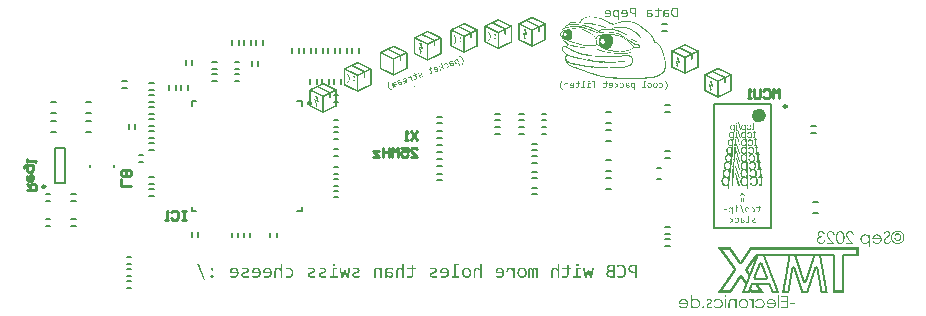
<source format=gbo>
G04*
G04 #@! TF.GenerationSoftware,Altium Limited,Altium Designer,22.8.2 (66)*
G04*
G04 Layer_Color=32896*
%FSLAX44Y44*%
%MOMM*%
G71*
G04*
G04 #@! TF.SameCoordinates,69D5640E-4D3D-4872-97FD-B36DD4CC5FE0*
G04*
G04*
G04 #@! TF.FilePolarity,Positive*
G04*
G01*
G75*
%ADD10C,0.2500*%
%ADD11C,0.2000*%
%ADD13C,0.2540*%
%ADD65C,0.1000*%
%ADD78C,0.6000*%
G36*
X1157547Y992468D02*
X1157535Y992403D01*
X1157601Y992391D01*
X1157589Y992326D01*
X1157655Y992314D01*
X1157643Y992249D01*
X1158036Y992180D01*
X1158047Y992245D01*
X1158112Y992234D01*
X1158124Y992299D01*
X1158189Y992288D01*
X1158201Y992353D01*
X1158397Y992318D01*
X1158385Y992253D01*
X1158451Y992242D01*
X1158462Y992307D01*
X1158593Y992284D01*
X1158616Y992415D01*
X1159074Y992334D01*
X1159097Y992465D01*
X1159228Y992442D01*
X1159240Y992507D01*
X1159305Y992495D01*
X1159293Y992430D01*
X1159947Y992315D01*
X1159959Y992380D01*
X1160024Y992369D01*
X1160036Y992434D01*
X1160101Y992422D01*
X1160113Y992488D01*
X1161028Y992326D01*
X1161051Y992457D01*
X1166022Y991581D01*
X1166011Y991515D01*
X1166076Y991504D01*
X1166064Y991439D01*
X1166784Y991312D01*
X1166772Y991246D01*
X1166838Y991235D01*
X1166826Y991169D01*
X1166891Y991158D01*
X1166880Y991092D01*
X1167207Y991035D01*
X1167218Y991100D01*
X1167349Y991077D01*
X1167338Y991012D01*
X1167403Y991000D01*
X1167392Y990935D01*
X1167457Y990923D01*
X1167446Y990858D01*
X1167969Y990766D01*
X1167957Y990700D01*
X1168023Y990688D01*
X1168011Y990623D01*
X1168534Y990531D01*
X1168523Y990465D01*
X1168588Y990454D01*
X1168577Y990389D01*
X1168642Y990377D01*
X1168631Y990312D01*
X1169219Y990208D01*
X1169196Y990077D01*
X1169785Y989973D01*
X1169773Y989908D01*
X1169838Y989896D01*
X1169827Y989831D01*
X1169892Y989819D01*
X1169881Y989754D01*
X1170077Y989719D01*
X1170089Y989785D01*
X1170154Y989773D01*
X1170143Y989708D01*
X1170273Y989685D01*
X1170250Y989554D01*
X1170512Y989508D01*
X1170500Y989443D01*
X1170566Y989431D01*
X1170554Y989365D01*
X1170620Y989354D01*
X1170608Y989288D01*
X1170673Y989277D01*
X1170685Y989342D01*
X1171077Y989273D01*
X1171066Y989208D01*
X1171131Y989196D01*
X1171120Y989131D01*
X1171185Y989119D01*
X1171173Y989054D01*
X1171239Y989042D01*
X1171227Y988977D01*
X1171293Y988966D01*
X1171281Y988900D01*
X1171674Y988831D01*
X1171662Y988765D01*
X1171728Y988754D01*
X1171716Y988689D01*
X1171781Y988677D01*
X1171770Y988612D01*
X1171966Y988577D01*
X1171978Y988643D01*
X1172043Y988631D01*
X1172031Y988566D01*
X1172162Y988542D01*
X1172139Y988412D01*
X1172597Y988331D01*
X1172574Y988200D01*
X1172705Y988177D01*
X1172693Y988112D01*
X1172759Y988100D01*
X1172736Y987969D01*
X1173193Y987889D01*
X1173170Y987758D01*
X1173432Y987712D01*
X1173420Y987646D01*
X1173486Y987635D01*
X1173474Y987569D01*
X1173540Y987558D01*
X1173528Y987492D01*
X1174051Y987400D01*
X1174063Y987466D01*
X1174128Y987454D01*
X1174117Y987389D01*
X1174182Y987377D01*
X1174171Y987312D01*
X1174236Y987300D01*
X1174224Y987235D01*
X1174813Y987131D01*
X1174790Y987000D01*
X1174921Y986977D01*
X1174909Y986912D01*
X1174975Y986900D01*
X1174986Y986966D01*
X1175509Y986873D01*
X1175498Y986808D01*
X1175563Y986796D01*
X1175552Y986731D01*
X1175617Y986719D01*
X1175606Y986654D01*
X1176783Y986447D01*
X1176794Y986512D01*
X1176860Y986500D01*
X1176883Y986631D01*
X1177079Y986597D01*
X1177067Y986531D01*
X1177133Y986520D01*
X1177121Y986454D01*
X1177187Y986443D01*
X1177175Y986377D01*
X1177241Y986366D01*
X1177252Y986431D01*
X1177318Y986420D01*
X1177329Y986485D01*
X1177395Y986473D01*
X1177406Y986539D01*
X1177929Y986447D01*
X1177918Y986381D01*
X1177983Y986370D01*
X1177995Y986435D01*
X1178060Y986424D01*
X1178072Y986489D01*
X1178137Y986478D01*
X1178149Y986543D01*
X1178410Y986497D01*
X1178422Y986562D01*
X1178487Y986551D01*
X1178499Y986616D01*
X1178695Y986581D01*
X1178706Y986647D01*
X1178772Y986635D01*
X1178783Y986701D01*
X1178849Y986689D01*
X1178860Y986755D01*
X1179122Y986708D01*
X1179145Y986839D01*
X1179407Y986793D01*
X1179418Y986859D01*
X1179483Y986847D01*
X1179495Y986912D01*
X1179560Y986901D01*
X1179572Y986966D01*
X1179768Y986932D01*
X1179780Y986997D01*
X1179845Y986985D01*
X1179857Y987051D01*
X1179922Y987039D01*
X1179933Y987105D01*
X1179999Y987093D01*
X1180011Y987159D01*
X1180141Y987136D01*
X1180153Y987201D01*
X1180218Y987189D01*
X1180207Y987124D01*
X1180403Y987089D01*
X1180414Y987155D01*
X1180480Y987143D01*
X1180491Y987209D01*
X1180557Y987197D01*
X1180568Y987263D01*
X1180830Y987216D01*
X1180853Y987347D01*
X1180984Y987324D01*
X1181007Y987455D01*
X1181072Y987443D01*
X1181084Y987509D01*
X1181345Y987463D01*
X1181357Y987528D01*
X1181422Y987517D01*
X1181434Y987582D01*
X1181499Y987570D01*
X1181511Y987636D01*
X1181576Y987624D01*
X1181588Y987690D01*
X1181653Y987678D01*
X1181665Y987744D01*
X1181796Y987721D01*
X1181784Y987655D01*
X1181980Y987621D01*
X1181992Y987686D01*
X1182057Y987674D01*
X1182080Y987805D01*
X1182538Y987725D01*
X1182561Y987855D01*
X1182823Y987809D01*
X1182834Y987875D01*
X1182899Y987863D01*
X1182911Y987928D01*
X1182977Y987917D01*
X1182988Y987982D01*
X1183184Y987948D01*
X1183196Y988013D01*
X1183261Y988002D01*
X1183273Y988067D01*
X1183665Y987998D01*
X1183677Y988063D01*
X1183742Y988052D01*
X1183754Y988117D01*
X1183819Y988105D01*
X1183830Y988171D01*
X1183896Y988159D01*
X1183907Y988225D01*
X1183973Y988213D01*
X1183984Y988279D01*
X1184050Y988267D01*
X1184038Y988202D01*
X1184104Y988190D01*
X1184081Y988059D01*
X1184146Y988048D01*
X1184157Y988113D01*
X1184223Y988102D01*
X1184234Y988167D01*
X1184300Y988156D01*
X1184311Y988221D01*
X1184377Y988210D01*
X1184388Y988275D01*
X1184454Y988263D01*
X1184465Y988329D01*
X1184858Y988260D01*
X1184869Y988325D01*
X1184935Y988313D01*
X1184946Y988379D01*
X1185012Y988367D01*
X1185023Y988433D01*
X1185219Y988398D01*
X1185208Y988333D01*
X1185273Y988321D01*
X1185285Y988387D01*
X1185415Y988363D01*
X1185439Y988494D01*
X1185896Y988414D01*
X1185919Y988544D01*
X1186050Y988521D01*
X1186062Y988587D01*
X1186127Y988575D01*
X1186116Y988510D01*
X1186508Y988441D01*
X1186519Y988506D01*
X1186585Y988494D01*
X1186608Y988625D01*
X1187066Y988545D01*
X1187089Y988675D01*
X1187481Y988606D01*
X1187493Y988672D01*
X1187558Y988660D01*
X1187570Y988726D01*
X1187635Y988714D01*
X1187647Y988779D01*
X1188366Y988652D01*
X1188355Y988587D01*
X1188420Y988576D01*
X1188431Y988641D01*
X1188497Y988629D01*
X1188508Y988695D01*
X1188574Y988683D01*
X1188585Y988749D01*
X1189632Y988564D01*
X1189655Y988695D01*
X1189786Y988672D01*
X1189797Y988737D01*
X1189863Y988726D01*
X1189851Y988660D01*
X1190570Y988533D01*
X1190582Y988599D01*
X1190647Y988587D01*
X1190670Y988718D01*
X1190932Y988672D01*
X1190909Y988541D01*
X1190974Y988530D01*
X1190963Y988464D01*
X1193906Y987945D01*
X1193917Y988011D01*
X1193983Y987999D01*
X1193971Y987934D01*
X1194037Y987922D01*
X1194025Y987857D01*
X1194091Y987845D01*
X1194079Y987780D01*
X1195583Y987515D01*
X1195572Y987449D01*
X1195637Y987438D01*
X1195626Y987372D01*
X1195691Y987361D01*
X1195679Y987296D01*
X1195745Y987284D01*
X1195757Y987349D01*
X1196280Y987257D01*
X1196268Y987192D01*
X1196333Y987180D01*
X1196322Y987115D01*
X1196387Y987103D01*
X1196376Y987038D01*
X1196964Y986934D01*
X1196941Y986803D01*
X1197203Y986757D01*
X1197191Y986692D01*
X1197257Y986680D01*
X1197245Y986615D01*
X1197311Y986603D01*
X1197299Y986538D01*
X1197692Y986469D01*
X1197703Y986534D01*
X1197769Y986523D01*
X1197757Y986457D01*
X1197822Y986446D01*
X1197811Y986380D01*
X1197876Y986369D01*
X1197865Y986303D01*
X1198126Y986257D01*
X1198103Y986126D01*
X1198234Y986103D01*
X1198223Y986038D01*
X1198288Y986026D01*
X1198299Y986092D01*
X1198496Y986057D01*
X1198484Y985992D01*
X1198550Y985980D01*
X1198538Y985915D01*
X1198603Y985903D01*
X1198592Y985838D01*
X1198984Y985769D01*
X1198973Y985703D01*
X1199038Y985692D01*
X1199027Y985626D01*
X1199288Y985580D01*
X1199265Y985449D01*
X1199331Y985438D01*
X1199319Y985372D01*
X1199581Y985326D01*
X1199569Y985261D01*
X1199635Y985249D01*
X1199623Y985184D01*
X1199885Y985138D01*
X1199862Y985007D01*
X1200123Y984961D01*
X1200112Y984896D01*
X1200177Y984884D01*
X1200154Y984753D01*
X1200416Y984707D01*
X1200404Y984642D01*
X1200470Y984630D01*
X1200458Y984565D01*
X1200850Y984495D01*
X1200839Y984430D01*
X1200904Y984419D01*
X1200893Y984353D01*
X1200958Y984342D01*
X1200947Y984276D01*
X1201012Y984265D01*
X1201000Y984199D01*
X1201066Y984188D01*
X1201054Y984122D01*
X1201316Y984076D01*
X1201293Y983945D01*
X1201554Y983899D01*
X1201543Y983834D01*
X1201608Y983822D01*
X1201585Y983692D01*
X1201847Y983645D01*
X1201835Y983580D01*
X1201901Y983568D01*
X1201889Y983503D01*
X1202151Y983457D01*
X1202128Y983326D01*
X1202193Y983315D01*
X1202182Y983249D01*
X1202443Y983203D01*
X1202432Y983138D01*
X1202497Y983126D01*
X1202486Y983061D01*
X1202747Y983015D01*
X1202724Y982884D01*
X1202790Y982872D01*
X1202778Y982807D01*
X1202843Y982795D01*
X1202832Y982730D01*
X1202897Y982719D01*
X1202886Y982653D01*
X1203147Y982607D01*
X1203124Y982476D01*
X1203386Y982430D01*
X1203374Y982365D01*
X1203440Y982353D01*
X1203428Y982288D01*
X1203494Y982276D01*
X1203482Y982211D01*
X1203744Y982165D01*
X1203721Y982034D01*
X1203982Y981988D01*
X1203971Y981922D01*
X1204036Y981911D01*
X1204025Y981845D01*
X1204090Y981834D01*
X1204078Y981768D01*
X1204209Y981745D01*
X1204221Y981811D01*
X1204417Y981776D01*
X1204405Y981711D01*
X1204471Y981699D01*
X1204448Y981569D01*
X1204709Y981522D01*
X1204698Y981457D01*
X1204763Y981445D01*
X1204752Y981380D01*
X1205013Y981334D01*
X1204990Y981203D01*
X1205056Y981191D01*
X1205044Y981126D01*
X1205306Y981080D01*
X1205294Y981014D01*
X1205360Y981003D01*
X1205348Y980938D01*
X1205610Y980891D01*
X1205587Y980761D01*
X1205652Y980749D01*
X1205640Y980684D01*
X1205706Y980672D01*
X1205694Y980607D01*
X1205760Y980595D01*
X1205748Y980530D01*
X1206010Y980484D01*
X1205998Y980418D01*
X1206064Y980407D01*
X1206052Y980341D01*
X1206117Y980330D01*
X1206106Y980265D01*
X1206171Y980253D01*
X1206160Y980188D01*
X1206225Y980176D01*
X1206214Y980111D01*
X1206410Y980076D01*
X1206398Y980011D01*
X1206464Y979999D01*
X1206452Y979934D01*
X1206518Y979922D01*
X1206506Y979857D01*
X1206572Y979845D01*
X1206560Y979780D01*
X1206822Y979734D01*
X1206810Y979668D01*
X1206876Y979657D01*
X1206852Y979526D01*
X1206983Y979503D01*
X1206960Y979372D01*
X1207091Y979349D01*
X1207068Y979218D01*
X1207133Y979207D01*
X1207122Y979141D01*
X1207383Y979095D01*
X1207372Y979030D01*
X1207437Y979018D01*
X1207426Y978953D01*
X1207491Y978941D01*
X1207480Y978876D01*
X1207545Y978864D01*
X1207533Y978799D01*
X1207599Y978788D01*
X1207587Y978722D01*
X1207653Y978710D01*
X1207641Y978645D01*
X1207707Y978634D01*
X1207695Y978568D01*
X1207957Y978522D01*
X1207934Y978391D01*
X1208195Y978345D01*
X1208184Y978280D01*
X1208249Y978268D01*
X1208238Y978203D01*
X1208303Y978191D01*
X1208291Y978126D01*
X1208357Y978114D01*
X1208345Y978049D01*
X1208411Y978037D01*
X1208399Y977972D01*
X1208465Y977961D01*
X1208453Y977895D01*
X1208518Y977884D01*
X1208507Y977818D01*
X1208572Y977807D01*
X1208561Y977741D01*
X1208626Y977730D01*
X1208603Y977599D01*
X1208865Y977553D01*
X1208853Y977487D01*
X1208919Y977476D01*
X1208907Y977410D01*
X1208972Y977399D01*
X1208961Y977334D01*
X1209026Y977322D01*
X1209015Y977256D01*
X1209080Y977245D01*
X1209069Y977180D01*
X1209134Y977168D01*
X1209122Y977103D01*
X1209188Y977091D01*
X1209176Y977026D01*
X1209438Y976980D01*
X1209415Y976849D01*
X1209546Y976826D01*
X1209534Y976760D01*
X1209600Y976749D01*
X1209576Y976618D01*
X1209707Y976595D01*
X1209684Y976464D01*
X1209815Y976441D01*
X1209792Y976310D01*
X1209857Y976299D01*
X1209846Y976233D01*
X1209977Y976210D01*
X1209954Y976079D01*
X1210084Y976056D01*
X1210061Y975926D01*
X1210323Y975880D01*
X1210311Y975814D01*
X1210377Y975803D01*
X1210365Y975737D01*
X1210431Y975726D01*
X1210419Y975660D01*
X1210484Y975649D01*
X1210473Y975583D01*
X1210538Y975572D01*
X1210527Y975506D01*
X1210592Y975495D01*
X1210581Y975429D01*
X1210646Y975418D01*
X1210635Y975352D01*
X1210700Y975341D01*
X1210688Y975275D01*
X1210754Y975264D01*
X1210742Y975199D01*
X1210808Y975187D01*
X1210796Y975122D01*
X1210862Y975110D01*
X1210850Y975045D01*
X1210916Y975033D01*
X1210904Y974968D01*
X1210969Y974956D01*
X1210958Y974891D01*
X1211023Y974879D01*
X1211012Y974814D01*
X1211077Y974802D01*
X1211066Y974737D01*
X1211131Y974725D01*
X1211120Y974660D01*
X1211185Y974649D01*
X1211173Y974583D01*
X1211239Y974572D01*
X1211227Y974506D01*
X1211293Y974495D01*
X1211246Y974233D01*
X1211377Y974210D01*
X1211331Y973948D01*
X1211397Y973937D01*
X1211385Y973871D01*
X1211450Y973860D01*
X1211439Y973794D01*
X1211504Y973783D01*
X1211493Y973718D01*
X1211558Y973706D01*
X1211547Y973641D01*
X1211612Y973629D01*
X1211600Y973564D01*
X1211666Y973552D01*
X1211654Y973487D01*
X1211720Y973475D01*
X1211708Y973410D01*
X1211774Y973398D01*
X1211751Y973268D01*
X1211685Y973279D01*
X1211651Y973083D01*
X1211716Y973071D01*
X1211704Y973006D01*
X1211770Y972994D01*
X1211758Y972929D01*
X1211824Y972917D01*
X1211812Y972852D01*
X1211878Y972840D01*
X1211866Y972775D01*
X1211932Y972764D01*
X1211920Y972698D01*
X1211985Y972687D01*
X1211974Y972621D01*
X1212039Y972610D01*
X1212028Y972544D01*
X1212093Y972533D01*
X1212082Y972467D01*
X1212147Y972456D01*
X1212135Y972391D01*
X1212201Y972379D01*
X1212189Y972314D01*
X1212255Y972302D01*
X1212243Y972237D01*
X1212309Y972225D01*
X1212274Y972029D01*
X1212339Y972017D01*
X1212328Y971952D01*
X1212393Y971940D01*
X1212382Y971875D01*
X1212447Y971863D01*
X1212436Y971798D01*
X1212501Y971787D01*
X1212489Y971721D01*
X1212555Y971710D01*
X1212543Y971644D01*
X1212609Y971633D01*
X1212597Y971567D01*
X1212663Y971556D01*
X1212651Y971490D01*
X1212716Y971479D01*
X1212670Y971217D01*
X1213128Y971136D01*
X1213105Y971006D01*
X1213694Y970902D01*
X1213671Y970771D01*
X1213736Y970760D01*
X1213725Y970694D01*
X1213986Y970648D01*
X1213998Y970713D01*
X1214063Y970702D01*
X1214052Y970636D01*
X1214117Y970625D01*
X1214105Y970559D01*
X1214171Y970548D01*
X1214159Y970483D01*
X1214421Y970436D01*
X1214409Y970371D01*
X1214475Y970359D01*
X1214463Y970294D01*
X1214529Y970283D01*
X1214517Y970217D01*
X1214583Y970206D01*
X1214594Y970271D01*
X1214856Y970225D01*
X1214844Y970160D01*
X1214910Y970148D01*
X1214886Y970017D01*
X1215017Y969994D01*
X1214994Y969863D01*
X1215256Y969817D01*
X1215244Y969752D01*
X1215310Y969740D01*
X1215298Y969675D01*
X1215363Y969663D01*
X1215352Y969598D01*
X1215548Y969563D01*
X1215537Y969498D01*
X1215602Y969486D01*
X1215591Y969421D01*
X1215852Y969375D01*
X1215841Y969309D01*
X1215906Y969298D01*
X1215894Y969233D01*
X1215960Y969221D01*
X1215948Y969156D01*
X1216014Y969144D01*
X1216002Y969079D01*
X1216068Y969067D01*
X1216056Y969002D01*
X1216121Y968990D01*
X1216110Y968925D01*
X1216175Y968913D01*
X1216164Y968848D01*
X1216229Y968836D01*
X1216218Y968771D01*
X1216283Y968759D01*
X1216272Y968694D01*
X1216337Y968682D01*
X1216325Y968617D01*
X1216522Y968583D01*
X1216510Y968517D01*
X1216575Y968505D01*
X1216564Y968440D01*
X1216629Y968429D01*
X1216618Y968363D01*
X1216683Y968352D01*
X1216672Y968286D01*
X1216737Y968275D01*
X1216726Y968209D01*
X1216791Y968198D01*
X1216779Y968132D01*
X1216845Y968121D01*
X1216833Y968055D01*
X1216899Y968044D01*
X1216887Y967979D01*
X1216953Y967967D01*
X1216941Y967902D01*
X1217006Y967890D01*
X1216995Y967825D01*
X1217060Y967813D01*
X1217049Y967748D01*
X1217114Y967736D01*
X1217103Y967671D01*
X1217168Y967659D01*
X1217157Y967594D01*
X1217222Y967582D01*
X1217210Y967517D01*
X1217276Y967505D01*
X1217264Y967440D01*
X1217330Y967429D01*
X1217318Y967363D01*
X1217383Y967352D01*
X1217372Y967286D01*
X1217437Y967275D01*
X1217426Y967209D01*
X1217491Y967198D01*
X1217480Y967132D01*
X1217545Y967121D01*
X1217534Y967055D01*
X1217599Y967044D01*
X1217587Y966978D01*
X1217653Y966967D01*
X1217641Y966901D01*
X1217707Y966890D01*
X1217661Y966628D01*
X1217791Y966605D01*
X1217780Y966540D01*
X1217845Y966528D01*
X1217834Y966463D01*
X1217899Y966451D01*
X1217888Y966386D01*
X1217953Y966375D01*
X1217907Y966113D01*
X1217972Y966101D01*
X1217961Y966036D01*
X1218026Y966024D01*
X1218015Y965959D01*
X1218080Y965947D01*
X1218068Y965882D01*
X1218134Y965871D01*
X1218122Y965805D01*
X1218188Y965794D01*
X1218153Y965597D01*
X1218219Y965586D01*
X1218207Y965520D01*
X1218272Y965509D01*
X1218261Y965443D01*
X1218326Y965432D01*
X1218315Y965367D01*
X1218380Y965355D01*
X1218334Y965093D01*
X1218399Y965082D01*
X1218388Y965016D01*
X1218519Y964994D01*
X1218473Y964732D01*
X1218538Y964720D01*
X1218526Y964655D01*
X1218592Y964643D01*
X1218580Y964578D01*
X1218646Y964566D01*
X1218634Y964501D01*
X1218700Y964490D01*
X1218688Y964424D01*
X1218753Y964413D01*
X1218719Y964216D01*
X1218784Y964205D01*
X1218773Y964139D01*
X1218838Y964128D01*
X1218792Y963866D01*
X1218857Y963855D01*
X1218846Y963789D01*
X1218911Y963778D01*
X1218900Y963712D01*
X1218965Y963701D01*
X1218954Y963635D01*
X1219084Y963613D01*
X1219038Y963351D01*
X1219104Y963339D01*
X1219092Y963274D01*
X1219158Y963262D01*
X1219111Y963001D01*
X1219242Y962978D01*
X1219231Y962912D01*
X1219296Y962901D01*
X1219250Y962639D01*
X1219315Y962628D01*
X1219304Y962562D01*
X1219369Y962551D01*
X1219358Y962485D01*
X1219423Y962474D01*
X1219412Y962408D01*
X1219477Y962397D01*
X1219465Y962331D01*
X1219531Y962320D01*
X1219508Y962189D01*
X1219442Y962201D01*
X1219408Y962004D01*
X1219473Y961993D01*
X1219462Y961927D01*
X1219593Y961905D01*
X1219546Y961643D01*
X1219612Y961631D01*
X1219600Y961566D01*
X1219666Y961554D01*
X1219620Y961293D01*
X1219750Y961270D01*
X1219739Y961204D01*
X1219804Y961193D01*
X1219758Y960931D01*
X1219823Y960920D01*
X1219812Y960854D01*
X1219877Y960843D01*
X1219866Y960777D01*
X1219931Y960766D01*
X1219920Y960700D01*
X1219985Y960689D01*
X1219950Y960493D01*
X1220016Y960481D01*
X1220004Y960416D01*
X1220070Y960404D01*
X1220058Y960339D01*
X1220124Y960327D01*
X1220077Y960066D01*
X1220208Y960043D01*
X1220127Y959585D01*
X1220258Y959562D01*
X1220247Y959496D01*
X1220312Y959485D01*
X1220266Y959223D01*
X1220331Y959212D01*
X1220320Y959146D01*
X1220385Y959135D01*
X1220339Y958873D01*
X1220470Y958850D01*
X1220424Y958588D01*
X1220489Y958577D01*
X1220478Y958511D01*
X1220543Y958500D01*
X1220532Y958435D01*
X1220597Y958423D01*
X1220585Y958358D01*
X1220651Y958346D01*
X1220639Y958281D01*
X1220705Y958269D01*
X1220636Y957877D01*
X1220766Y957854D01*
X1220755Y957788D01*
X1220820Y957777D01*
X1220774Y957515D01*
X1220839Y957504D01*
X1220828Y957438D01*
X1220893Y957427D01*
X1220824Y957034D01*
X1220890Y957023D01*
X1220878Y956957D01*
X1220944Y956946D01*
X1220909Y956749D01*
X1220974Y956738D01*
X1220963Y956673D01*
X1221028Y956661D01*
X1221017Y956596D01*
X1221082Y956584D01*
X1221036Y956322D01*
X1221167Y956300D01*
X1221121Y956038D01*
X1221186Y956026D01*
X1221174Y955961D01*
X1221240Y955949D01*
X1221228Y955884D01*
X1221294Y955872D01*
X1221259Y955676D01*
X1221324Y955665D01*
X1221313Y955599D01*
X1221378Y955588D01*
X1221332Y955326D01*
X1221398Y955315D01*
X1221386Y955249D01*
X1221451Y955238D01*
X1221440Y955172D01*
X1221505Y955161D01*
X1221494Y955095D01*
X1221428Y955107D01*
X1221382Y954845D01*
X1221448Y954834D01*
X1221436Y954768D01*
X1221567Y954745D01*
X1221486Y954287D01*
X1221617Y954265D01*
X1221548Y953872D01*
X1221613Y953860D01*
X1221602Y953795D01*
X1221667Y953784D01*
X1221656Y953718D01*
X1221721Y953707D01*
X1221686Y953511D01*
X1221621Y953522D01*
X1221598Y953391D01*
X1221663Y953380D01*
X1221652Y953314D01*
X1221717Y953303D01*
X1221706Y953237D01*
X1221771Y953226D01*
X1221587Y952179D01*
X1221717Y952156D01*
X1221694Y952026D01*
X1221760Y952014D01*
X1221748Y951948D01*
X1221683Y951960D01*
X1221590Y951437D01*
X1221656Y951425D01*
X1221644Y951360D01*
X1221710Y951348D01*
X1221698Y951283D01*
X1221764Y951272D01*
X1221614Y950421D01*
X1221679Y950410D01*
X1221668Y950344D01*
X1221733Y950333D01*
X1221583Y949483D01*
X1221648Y949471D01*
X1221637Y949406D01*
X1221702Y949394D01*
X1221691Y949329D01*
X1221756Y949317D01*
X1221583Y948336D01*
X1221518Y948348D01*
X1221506Y948282D01*
X1221376Y948305D01*
X1221214Y947390D01*
X1221083Y947413D01*
X1220922Y946497D01*
X1220791Y946520D01*
X1220779Y946455D01*
X1220714Y946466D01*
X1220645Y946074D01*
X1220710Y946062D01*
X1220699Y945997D01*
X1220633Y946009D01*
X1220610Y945878D01*
X1220480Y945901D01*
X1220399Y945443D01*
X1220268Y945466D01*
X1220222Y945204D01*
X1220156Y945216D01*
X1220145Y945151D01*
X1220079Y945162D01*
X1220068Y945097D01*
X1220003Y945108D01*
X1219991Y945043D01*
X1219926Y945054D01*
X1219914Y944989D01*
X1219849Y945001D01*
X1219803Y944739D01*
X1219672Y944762D01*
X1219660Y944697D01*
X1219595Y944708D01*
X1219549Y944446D01*
X1219483Y944458D01*
X1219472Y944393D01*
X1219406Y944404D01*
X1219395Y944339D01*
X1219330Y944350D01*
X1219318Y944285D01*
X1219252Y944296D01*
X1219241Y944231D01*
X1219176Y944243D01*
X1219164Y944177D01*
X1219099Y944189D01*
X1219087Y944123D01*
X1219022Y944135D01*
X1219010Y944069D01*
X1218945Y944081D01*
X1218933Y944016D01*
X1218868Y944027D01*
X1218856Y943962D01*
X1218791Y943973D01*
X1218779Y943908D01*
X1218714Y943919D01*
X1218702Y943854D01*
X1218637Y943866D01*
X1218625Y943800D01*
X1218560Y943812D01*
X1218549Y943746D01*
X1218483Y943758D01*
X1218472Y943692D01*
X1218406Y943704D01*
X1218395Y943638D01*
X1218329Y943650D01*
X1218318Y943585D01*
X1218252Y943596D01*
X1218241Y943531D01*
X1218176Y943542D01*
X1218164Y943477D01*
X1218099Y943488D01*
X1218087Y943423D01*
X1218022Y943435D01*
X1218010Y943369D01*
X1217945Y943381D01*
X1217933Y943315D01*
X1217868Y943327D01*
X1217856Y943261D01*
X1217791Y943273D01*
X1217779Y943207D01*
X1217714Y943219D01*
X1217702Y943154D01*
X1217637Y943165D01*
X1217625Y943100D01*
X1217560Y943111D01*
X1217549Y943046D01*
X1217483Y943057D01*
X1217471Y942992D01*
X1217406Y943004D01*
X1217395Y942938D01*
X1217329Y942950D01*
X1217318Y942884D01*
X1217056Y942930D01*
X1217045Y942865D01*
X1216979Y942877D01*
X1216968Y942811D01*
X1216902Y942823D01*
X1216891Y942757D01*
X1216825Y942769D01*
X1216814Y942703D01*
X1216748Y942715D01*
X1216737Y942650D01*
X1216671Y942661D01*
X1216648Y942530D01*
X1216387Y942576D01*
X1216375Y942511D01*
X1216310Y942523D01*
X1216298Y942457D01*
X1216233Y942469D01*
X1216221Y942403D01*
X1216156Y942415D01*
X1216144Y942349D01*
X1216079Y942361D01*
X1216067Y942296D01*
X1216002Y942307D01*
X1215991Y942242D01*
X1215925Y942253D01*
X1215913Y942188D01*
X1215848Y942199D01*
X1215837Y942134D01*
X1215771Y942145D01*
X1215760Y942080D01*
X1215694Y942092D01*
X1215683Y942026D01*
X1215617Y942038D01*
X1215606Y941972D01*
X1215540Y941984D01*
X1215529Y941918D01*
X1215267Y941965D01*
X1215244Y941834D01*
X1215113Y941857D01*
X1215102Y941791D01*
X1215036Y941803D01*
X1215013Y941672D01*
X1214752Y941718D01*
X1214740Y941653D01*
X1214675Y941664D01*
X1214663Y941599D01*
X1214598Y941610D01*
X1214586Y941545D01*
X1214521Y941557D01*
X1214510Y941491D01*
X1214444Y941503D01*
X1214433Y941437D01*
X1214236Y941472D01*
X1214225Y941407D01*
X1214159Y941418D01*
X1214148Y941353D01*
X1213886Y941399D01*
X1213875Y941333D01*
X1213809Y941345D01*
X1213798Y941280D01*
X1213732Y941291D01*
X1213721Y941226D01*
X1213655Y941237D01*
X1213632Y941106D01*
X1213371Y941152D01*
X1213359Y941087D01*
X1213294Y941099D01*
X1213282Y941033D01*
X1212890Y941103D01*
X1212878Y941037D01*
X1212813Y941049D01*
X1212802Y940983D01*
X1212736Y940995D01*
X1212725Y940929D01*
X1212528Y940964D01*
X1212517Y940899D01*
X1212451Y940910D01*
X1212440Y940845D01*
X1212178Y940891D01*
X1212167Y940825D01*
X1212101Y940837D01*
X1212090Y940771D01*
X1212024Y940783D01*
X1212013Y940718D01*
X1211947Y940729D01*
X1211959Y940795D01*
X1211567Y940864D01*
X1211555Y940798D01*
X1211490Y940810D01*
X1211478Y940744D01*
X1211413Y940756D01*
X1211401Y940691D01*
X1211140Y940737D01*
X1211116Y940606D01*
X1210528Y940710D01*
X1210505Y940579D01*
X1210439Y940591D01*
X1210428Y940525D01*
X1210166Y940571D01*
X1210178Y940637D01*
X1210112Y940648D01*
X1210101Y940583D01*
X1210035Y940594D01*
X1210024Y940529D01*
X1209959Y940540D01*
X1209947Y940475D01*
X1209685Y940521D01*
X1209674Y940456D01*
X1209609Y940467D01*
X1209597Y940402D01*
X1209401Y940436D01*
X1209389Y940371D01*
X1209324Y940383D01*
X1209312Y940317D01*
X1209247Y940329D01*
X1209235Y940263D01*
X1208516Y940390D01*
X1208493Y940259D01*
X1208231Y940305D01*
X1208220Y940240D01*
X1208154Y940252D01*
X1208143Y940186D01*
X1208077Y940198D01*
X1208066Y940132D01*
X1207673Y940202D01*
X1207685Y940267D01*
X1207620Y940278D01*
X1207608Y940213D01*
X1207543Y940225D01*
X1207531Y940159D01*
X1207466Y940171D01*
X1207454Y940105D01*
X1206866Y940209D01*
X1206842Y940078D01*
X1206712Y940101D01*
X1206700Y940036D01*
X1206635Y940048D01*
X1206646Y940113D01*
X1206254Y940182D01*
X1206242Y940117D01*
X1206177Y940128D01*
X1206154Y939997D01*
X1205565Y940101D01*
X1205554Y940036D01*
X1205488Y940047D01*
X1205477Y939982D01*
X1205084Y940051D01*
X1205073Y939986D01*
X1205007Y939997D01*
X1204996Y939932D01*
X1204931Y939943D01*
X1204919Y939878D01*
X1204265Y939993D01*
X1204277Y940059D01*
X1204211Y940070D01*
X1204200Y940005D01*
X1204069Y940028D01*
X1204046Y939897D01*
X1203130Y940059D01*
X1203119Y939993D01*
X1203053Y940005D01*
X1203042Y939939D01*
X1202845Y939974D01*
X1202834Y939909D01*
X1202769Y939920D01*
X1202757Y939855D01*
X1202692Y939866D01*
X1202680Y939801D01*
X1202288Y939870D01*
X1202276Y939805D01*
X1202211Y939816D01*
X1202199Y939751D01*
X1201676Y939843D01*
X1201664Y939778D01*
X1201599Y939789D01*
X1201588Y939724D01*
X1201522Y939735D01*
X1201511Y939670D01*
X1201249Y939716D01*
X1201226Y939585D01*
X1200637Y939689D01*
X1200626Y939623D01*
X1200560Y939635D01*
X1200549Y939570D01*
X1200483Y939581D01*
X1200472Y939516D01*
X1200406Y939527D01*
X1200418Y939593D01*
X1199895Y939685D01*
X1199883Y939620D01*
X1199818Y939631D01*
X1199806Y939566D01*
X1199741Y939577D01*
X1199729Y939512D01*
X1199010Y939639D01*
X1198998Y939573D01*
X1198933Y939585D01*
X1198922Y939519D01*
X1198660Y939566D01*
X1198637Y939435D01*
X1198571Y939446D01*
X1198560Y939381D01*
X1197840Y939508D01*
X1197852Y939573D01*
X1197787Y939585D01*
X1197775Y939519D01*
X1197710Y939531D01*
X1197698Y939465D01*
X1197633Y939477D01*
X1197621Y939411D01*
X1196575Y939596D01*
X1196563Y939531D01*
X1196498Y939542D01*
X1196486Y939477D01*
X1196421Y939488D01*
X1196409Y939423D01*
X1196344Y939434D01*
X1196356Y939500D01*
X1196094Y939546D01*
X1196082Y939481D01*
X1196017Y939492D01*
X1195994Y939361D01*
X1195275Y939488D01*
X1195263Y939423D01*
X1195198Y939434D01*
X1195186Y939369D01*
X1194336Y939519D01*
X1194324Y939453D01*
X1194259Y939465D01*
X1194247Y939399D01*
X1194182Y939411D01*
X1194170Y939346D01*
X1193647Y939438D01*
X1193659Y939503D01*
X1193593Y939515D01*
X1193582Y939449D01*
X1193451Y939473D01*
X1193428Y939342D01*
X1192185Y939561D01*
X1192162Y939430D01*
X1192031Y939453D01*
X1192020Y939388D01*
X1191954Y939399D01*
X1191966Y939465D01*
X1191247Y939592D01*
X1191235Y939526D01*
X1191170Y939538D01*
X1191147Y939407D01*
X1189315Y939730D01*
X1189304Y939664D01*
X1189239Y939676D01*
X1189227Y939610D01*
X1188508Y939737D01*
X1188484Y939606D01*
X1188419Y939618D01*
X1188408Y939553D01*
X1188146Y939599D01*
X1188158Y939664D01*
X1188092Y939676D01*
X1188081Y939610D01*
X1188015Y939622D01*
X1188004Y939556D01*
X1187938Y939568D01*
X1187927Y939502D01*
X1187338Y939606D01*
X1187315Y939475D01*
X1187184Y939499D01*
X1187173Y939433D01*
X1187107Y939445D01*
X1187119Y939510D01*
X1185941Y939718D01*
X1185930Y939652D01*
X1185865Y939664D01*
X1185842Y939533D01*
X1184926Y939694D01*
X1184903Y939564D01*
X1182875Y939921D01*
X1182852Y939790D01*
X1182787Y939802D01*
X1182775Y939736D01*
X1181402Y939979D01*
X1181413Y940044D01*
X1181348Y940055D01*
X1181337Y939990D01*
X1181271Y940002D01*
X1181260Y939936D01*
X1181194Y939948D01*
X1181183Y939882D01*
X1180005Y940090D01*
X1179994Y940025D01*
X1179929Y940036D01*
X1179917Y939971D01*
X1179852Y939982D01*
X1179840Y939917D01*
X1179775Y939928D01*
X1179786Y939994D01*
X1178740Y940178D01*
X1178728Y940113D01*
X1178663Y940125D01*
X1178640Y939994D01*
X1175239Y940593D01*
X1175227Y940528D01*
X1175162Y940539D01*
X1175151Y940474D01*
X1172731Y940901D01*
X1172719Y940835D01*
X1172654Y940847D01*
X1172642Y940781D01*
X1172577Y940793D01*
X1172565Y940727D01*
X1163605Y942308D01*
X1163617Y942373D01*
X1163551Y942384D01*
X1163563Y942450D01*
X1163497Y942461D01*
X1163509Y942527D01*
X1162136Y942769D01*
X1162159Y942900D01*
X1160654Y943165D01*
X1160666Y943230D01*
X1160601Y943242D01*
X1160612Y943307D01*
X1160547Y943319D01*
X1160558Y943384D01*
X1159381Y943592D01*
X1159370Y943526D01*
X1159304Y943538D01*
X1159316Y943603D01*
X1159250Y943615D01*
X1159262Y943680D01*
X1159196Y943692D01*
X1159208Y943757D01*
X1157377Y944080D01*
X1157400Y944211D01*
X1157269Y944234D01*
X1157280Y944299D01*
X1157215Y944311D01*
X1157204Y944246D01*
X1156680Y944338D01*
X1156692Y944403D01*
X1156626Y944415D01*
X1156638Y944480D01*
X1156572Y944492D01*
X1156584Y944557D01*
X1155995Y944661D01*
X1156019Y944792D01*
X1155299Y944918D01*
X1155311Y944984D01*
X1155245Y944995D01*
X1155257Y945061D01*
X1155191Y945072D01*
X1155203Y945138D01*
X1154810Y945207D01*
X1154799Y945142D01*
X1154734Y945153D01*
X1154745Y945219D01*
X1154680Y945230D01*
X1154691Y945295D01*
X1154626Y945307D01*
X1154637Y945372D01*
X1154441Y945407D01*
X1154376Y945418D01*
X1153787Y945522D01*
X1153799Y945588D01*
X1153733Y945599D01*
X1153745Y945665D01*
X1153025Y945791D01*
X1153037Y945857D01*
X1152971Y945868D01*
X1152995Y945999D01*
X1152406Y946103D01*
X1152418Y946168D01*
X1152352Y946180D01*
X1152364Y946245D01*
X1151644Y946372D01*
X1151667Y946503D01*
X1151602Y946514D01*
X1151613Y946580D01*
X1151221Y946649D01*
X1151209Y946584D01*
X1151144Y946595D01*
X1151156Y946661D01*
X1151025Y946684D01*
X1151048Y946814D01*
X1150132Y946976D01*
X1150144Y947041D01*
X1150078Y947053D01*
X1150090Y947118D01*
X1150024Y947130D01*
X1150036Y947195D01*
X1149971Y947207D01*
X1149959Y947141D01*
X1149240Y947268D01*
X1149251Y947334D01*
X1149186Y947345D01*
X1149209Y947476D01*
X1148162Y947660D01*
X1148174Y947726D01*
X1148109Y947737D01*
X1148120Y947803D01*
X1147270Y947953D01*
X1147281Y948018D01*
X1147216Y948030D01*
X1147227Y948095D01*
X1147162Y948107D01*
X1147174Y948172D01*
X1146454Y948299D01*
X1146443Y948233D01*
X1146377Y948245D01*
X1146389Y948310D01*
X1146323Y948322D01*
X1146335Y948387D01*
X1146270Y948399D01*
X1146281Y948464D01*
X1145431Y948614D01*
X1145442Y948680D01*
X1145377Y948691D01*
X1145388Y948756D01*
X1144211Y948964D01*
X1144223Y949029D01*
X1144157Y949041D01*
X1144169Y949106D01*
X1144103Y949118D01*
X1144115Y949183D01*
X1143265Y949333D01*
X1143276Y949399D01*
X1143211Y949410D01*
X1143223Y949475D01*
X1142503Y949602D01*
X1142526Y949733D01*
X1142461Y949745D01*
X1142472Y949810D01*
X1142211Y949856D01*
X1142199Y949791D01*
X1142134Y949802D01*
X1142145Y949868D01*
X1142080Y949879D01*
X1142091Y949945D01*
X1142026Y949956D01*
X1142038Y950022D01*
X1141122Y950183D01*
X1141145Y950314D01*
X1141014Y950337D01*
X1141026Y950402D01*
X1140960Y950414D01*
X1140949Y950349D01*
X1140556Y950418D01*
X1140568Y950483D01*
X1140502Y950495D01*
X1140526Y950625D01*
X1140068Y950706D01*
X1140091Y950837D01*
X1139698Y950906D01*
X1139710Y950972D01*
X1139645Y950983D01*
X1139656Y951049D01*
X1139591Y951060D01*
X1139602Y951125D01*
X1139406Y951160D01*
X1139395Y951095D01*
X1139264Y951118D01*
X1139275Y951183D01*
X1139210Y951195D01*
X1139221Y951260D01*
X1139156Y951272D01*
X1139167Y951337D01*
X1139102Y951348D01*
X1139114Y951414D01*
X1139048Y951425D01*
X1139060Y951491D01*
X1138864Y951525D01*
X1138875Y951591D01*
X1138810Y951602D01*
X1138821Y951668D01*
X1138756Y951679D01*
X1138767Y951745D01*
X1138702Y951756D01*
X1138714Y951822D01*
X1138648Y951833D01*
X1138660Y951898D01*
X1138398Y951945D01*
X1138410Y952010D01*
X1138344Y952022D01*
X1138356Y952087D01*
X1138290Y952098D01*
X1138302Y952164D01*
X1138236Y952175D01*
X1138248Y952241D01*
X1138183Y952252D01*
X1138194Y952318D01*
X1138129Y952329D01*
X1138175Y952591D01*
X1138109Y952602D01*
X1138121Y952668D01*
X1137859Y952714D01*
X1137906Y952976D01*
X1137840Y952987D01*
X1137851Y953053D01*
X1137786Y953064D01*
X1137798Y953129D01*
X1137732Y953141D01*
X1137744Y953206D01*
X1137678Y953218D01*
X1137690Y953283D01*
X1137625Y953295D01*
X1137636Y953360D01*
X1137505Y953383D01*
X1137517Y953449D01*
X1137451Y953460D01*
X1137440Y953395D01*
X1137244Y953429D01*
X1137255Y953495D01*
X1137190Y953506D01*
X1137201Y953572D01*
X1137136Y953583D01*
X1137148Y953649D01*
X1137082Y953660D01*
X1137094Y953726D01*
X1137028Y953737D01*
X1137040Y953803D01*
X1136974Y953814D01*
X1136986Y953879D01*
X1136920Y953891D01*
X1136967Y954153D01*
X1136836Y954176D01*
X1136882Y954437D01*
X1136816Y954449D01*
X1136828Y954514D01*
X1136697Y954537D01*
X1136778Y954995D01*
X1136647Y955018D01*
X1136693Y955280D01*
X1136628Y955291D01*
X1136639Y955357D01*
X1136574Y955368D01*
X1136586Y955434D01*
X1136520Y955445D01*
X1136555Y955641D01*
X1136489Y955653D01*
X1136501Y955718D01*
X1136435Y955730D01*
X1136505Y956122D01*
X1136570Y956111D01*
X1136582Y956176D01*
X1136647Y956165D01*
X1136670Y956295D01*
X1136605Y956307D01*
X1136616Y956372D01*
X1136551Y956384D01*
X1136620Y956776D01*
X1136555Y956788D01*
X1136566Y956853D01*
X1136501Y956865D01*
X1136535Y957061D01*
X1136470Y957073D01*
X1136481Y957138D01*
X1136416Y957149D01*
X1136428Y957215D01*
X1136362Y957226D01*
X1136466Y957815D01*
X1136335Y957838D01*
X1136381Y958100D01*
X1136447Y958088D01*
X1136458Y958154D01*
X1136524Y958142D01*
X1136593Y958534D01*
X1136658Y958523D01*
X1136670Y958588D01*
X1136735Y958577D01*
X1136747Y958642D01*
X1136812Y958631D01*
X1136847Y958827D01*
X1136912Y958815D01*
X1136924Y958881D01*
X1136989Y958869D01*
X1137035Y959131D01*
X1137101Y959119D01*
X1137112Y959185D01*
X1137178Y959173D01*
X1137212Y959369D01*
X1137278Y959358D01*
X1137289Y959423D01*
X1137354Y959412D01*
X1137366Y959477D01*
X1137431Y959465D01*
X1137524Y959989D01*
X1137458Y960000D01*
X1137470Y960066D01*
X1137404Y960077D01*
X1137416Y960143D01*
X1137350Y960154D01*
X1137362Y960219D01*
X1137297Y960231D01*
X1137308Y960296D01*
X1137243Y960308D01*
X1137254Y960373D01*
X1137189Y960385D01*
X1137200Y960450D01*
X1137135Y960462D01*
X1137147Y960527D01*
X1137081Y960539D01*
X1137093Y960604D01*
X1136831Y960650D01*
X1136854Y960781D01*
X1136592Y960827D01*
X1136604Y960893D01*
X1136539Y960904D01*
X1136550Y960970D01*
X1136485Y960981D01*
X1136496Y961047D01*
X1136431Y961058D01*
X1136442Y961123D01*
X1136377Y961135D01*
X1136388Y961200D01*
X1136127Y961246D01*
X1136150Y961377D01*
X1136085Y961389D01*
X1136096Y961454D01*
X1135835Y961500D01*
X1135846Y961566D01*
X1135781Y961577D01*
X1135792Y961643D01*
X1135727Y961654D01*
X1135738Y961720D01*
X1135673Y961731D01*
X1135684Y961797D01*
X1135619Y961808D01*
X1135631Y961873D01*
X1135565Y961885D01*
X1135588Y962016D01*
X1135327Y962062D01*
X1135338Y962127D01*
X1135273Y962139D01*
X1135284Y962204D01*
X1135219Y962216D01*
X1135230Y962281D01*
X1135165Y962293D01*
X1135177Y962358D01*
X1135111Y962370D01*
X1135123Y962435D01*
X1135057Y962447D01*
X1135069Y962512D01*
X1135003Y962524D01*
X1135015Y962589D01*
X1134949Y962600D01*
X1134961Y962666D01*
X1134896Y962677D01*
X1134907Y962743D01*
X1134842Y962754D01*
X1134853Y962820D01*
X1134788Y962831D01*
X1134799Y962897D01*
X1134734Y962908D01*
X1134746Y962974D01*
X1134680Y962985D01*
X1134692Y963051D01*
X1134626Y963062D01*
X1134638Y963128D01*
X1134573Y963139D01*
X1134584Y963204D01*
X1134519Y963216D01*
X1134530Y963281D01*
X1134465Y963293D01*
X1134476Y963358D01*
X1134411Y963370D01*
X1134422Y963435D01*
X1134357Y963447D01*
X1134369Y963512D01*
X1134303Y963524D01*
X1134315Y963589D01*
X1134249Y963601D01*
X1134261Y963666D01*
X1134195Y963678D01*
X1134207Y963743D01*
X1134141Y963755D01*
X1134153Y963820D01*
X1134088Y963831D01*
X1134099Y963897D01*
X1134034Y963908D01*
X1134045Y963974D01*
X1133980Y963985D01*
X1134015Y964182D01*
X1133949Y964193D01*
X1133961Y964258D01*
X1133895Y964270D01*
X1133941Y964532D01*
X1133876Y964543D01*
X1133887Y964609D01*
X1133822Y964620D01*
X1133834Y964685D01*
X1133768Y964697D01*
X1133780Y964762D01*
X1133845Y964751D01*
X1134087Y966124D01*
X1134022Y966136D01*
X1134034Y966201D01*
X1134099Y966190D01*
X1134122Y966320D01*
X1134253Y966297D01*
X1134333Y966755D01*
X1134464Y966732D01*
X1134510Y966994D01*
X1134576Y966982D01*
X1134587Y967048D01*
X1134718Y967025D01*
X1134764Y967286D01*
X1134830Y967275D01*
X1134841Y967340D01*
X1134907Y967328D01*
X1134918Y967394D01*
X1134984Y967382D01*
X1134995Y967448D01*
X1135061Y967436D01*
X1135072Y967502D01*
X1135137Y967490D01*
X1135149Y967556D01*
X1135214Y967544D01*
X1135226Y967609D01*
X1135291Y967598D01*
X1135303Y967663D01*
X1135368Y967652D01*
X1135380Y967717D01*
X1135641Y967671D01*
X1135664Y967802D01*
X1135926Y967756D01*
X1135938Y967821D01*
X1136003Y967810D01*
X1136014Y967875D01*
X1136080Y967863D01*
X1136091Y967929D01*
X1136222Y967906D01*
X1136211Y967840D01*
X1136276Y967829D01*
X1136264Y967763D01*
X1136330Y967752D01*
X1136318Y967686D01*
X1136711Y967617D01*
X1136699Y967552D01*
X1136765Y967540D01*
X1136753Y967475D01*
X1136819Y967463D01*
X1136807Y967398D01*
X1136872Y967386D01*
X1136861Y967321D01*
X1136926Y967309D01*
X1136915Y967244D01*
X1137242Y967187D01*
X1137253Y967252D01*
X1137319Y967240D01*
X1137330Y967306D01*
X1137396Y967294D01*
X1137407Y967360D01*
X1137473Y967348D01*
X1137484Y967413D01*
X1137550Y967402D01*
X1137619Y967794D01*
X1137553Y967806D01*
X1137565Y967871D01*
X1137630Y967860D01*
X1137642Y967925D01*
X1137707Y967914D01*
X1137719Y967979D01*
X1137784Y967968D01*
X1137853Y968360D01*
X1137788Y968372D01*
X1137799Y968437D01*
X1137734Y968448D01*
X1137746Y968514D01*
X1137680Y968525D01*
X1137692Y968591D01*
X1137626Y968602D01*
X1137638Y968668D01*
X1137572Y968679D01*
X1137618Y968941D01*
X1137488Y968964D01*
X1137534Y969225D01*
X1137468Y969237D01*
X1137480Y969302D01*
X1137349Y969325D01*
X1137395Y969587D01*
X1137330Y969599D01*
X1137342Y969664D01*
X1137276Y969676D01*
X1137345Y970068D01*
X1137280Y970079D01*
X1137291Y970145D01*
X1137226Y970156D01*
X1137237Y970222D01*
X1137172Y970233D01*
X1137184Y970299D01*
X1137118Y970310D01*
X1137130Y970376D01*
X1137064Y970387D01*
X1137076Y970453D01*
X1137010Y970464D01*
X1137022Y970530D01*
X1136957Y970541D01*
X1136945Y970476D01*
X1136553Y970545D01*
X1136564Y970610D01*
X1136499Y970622D01*
X1136510Y970687D01*
X1136445Y970699D01*
X1136457Y970764D01*
X1136195Y970810D01*
X1136218Y970941D01*
X1135956Y970987D01*
X1135968Y971053D01*
X1135902Y971064D01*
X1135914Y971130D01*
X1135849Y971141D01*
X1135860Y971207D01*
X1135599Y971253D01*
X1135622Y971383D01*
X1135360Y971430D01*
X1135371Y971495D01*
X1135306Y971507D01*
X1135318Y971572D01*
X1135056Y971618D01*
X1135079Y971749D01*
X1135014Y971760D01*
X1135025Y971826D01*
X1134764Y971872D01*
X1134787Y972003D01*
X1134525Y972049D01*
X1134537Y972114D01*
X1134471Y972126D01*
X1134483Y972191D01*
X1134417Y972203D01*
X1134429Y972268D01*
X1134363Y972280D01*
X1134375Y972345D01*
X1134310Y972356D01*
X1134321Y972422D01*
X1134060Y972468D01*
X1134083Y972599D01*
X1133821Y972645D01*
X1133832Y972710D01*
X1133767Y972722D01*
X1133779Y972787D01*
X1133713Y972799D01*
X1133725Y972864D01*
X1133659Y972876D01*
X1133671Y972941D01*
X1133605Y972953D01*
X1133617Y973018D01*
X1133552Y973030D01*
X1133563Y973095D01*
X1133498Y973107D01*
X1133625Y973826D01*
X1133755Y973803D01*
X1133767Y973868D01*
X1133832Y973857D01*
X1133925Y974380D01*
X1133859Y974391D01*
X1133871Y974457D01*
X1133805Y974469D01*
X1133817Y974534D01*
X1133752Y974545D01*
X1133763Y974611D01*
X1133501Y974657D01*
X1133513Y974722D01*
X1133447Y974734D01*
X1133459Y974799D01*
X1133394Y974811D01*
X1133405Y974876D01*
X1133340Y974888D01*
X1133351Y974953D01*
X1133286Y974965D01*
X1133297Y975030D01*
X1133232Y975042D01*
X1133244Y975107D01*
X1133178Y975118D01*
X1133190Y975184D01*
X1133124Y975195D01*
X1133136Y975261D01*
X1133071Y975272D01*
X1133082Y975338D01*
X1133017Y975349D01*
X1133028Y975415D01*
X1132963Y975426D01*
X1132974Y975492D01*
X1132909Y975503D01*
X1132920Y975569D01*
X1132855Y975580D01*
X1132867Y975646D01*
X1132801Y975657D01*
X1132813Y975723D01*
X1132747Y975734D01*
X1132759Y975799D01*
X1132693Y975811D01*
X1132705Y975876D01*
X1132639Y975888D01*
X1132651Y975953D01*
X1132586Y975965D01*
X1132597Y976030D01*
X1132532Y976042D01*
X1132543Y976107D01*
X1132478Y976119D01*
X1132489Y976184D01*
X1132424Y976196D01*
X1132436Y976261D01*
X1132370Y976273D01*
X1132382Y976338D01*
X1132316Y976349D01*
X1132328Y976415D01*
X1132262Y976426D01*
X1132274Y976492D01*
X1132208Y976503D01*
X1132220Y976569D01*
X1132155Y976580D01*
X1132189Y976777D01*
X1132255Y976765D01*
X1132278Y976896D01*
X1132212Y976907D01*
X1132224Y976973D01*
X1132159Y976984D01*
X1132170Y977050D01*
X1132105Y977061D01*
X1132312Y978238D01*
X1132378Y978227D01*
X1132389Y978292D01*
X1132455Y978281D01*
X1132501Y978542D01*
X1132631Y978519D01*
X1132643Y978585D01*
X1132708Y978573D01*
X1132755Y978835D01*
X1132885Y978812D01*
X1132931Y979073D01*
X1132997Y979062D01*
X1133008Y979127D01*
X1133074Y979116D01*
X1133085Y979181D01*
X1133151Y979169D01*
X1133185Y979366D01*
X1133120Y979377D01*
X1133143Y979508D01*
X1133208Y979497D01*
X1133220Y979562D01*
X1133285Y979550D01*
X1133297Y979616D01*
X1133362Y979604D01*
X1133455Y980127D01*
X1133389Y980139D01*
X1133401Y980204D01*
X1133335Y980216D01*
X1133347Y980281D01*
X1133281Y980293D01*
X1133304Y980424D01*
X1133370Y980412D01*
X1133439Y980805D01*
X1133635Y980770D01*
X1133647Y980835D01*
X1133712Y980824D01*
X1133804Y981347D01*
X1133870Y981336D01*
X1133881Y981401D01*
X1133947Y981389D01*
X1133958Y981455D01*
X1134024Y981443D01*
X1134070Y981705D01*
X1134201Y981682D01*
X1134212Y981747D01*
X1134277Y981736D01*
X1134289Y981801D01*
X1134354Y981789D01*
X1134366Y981855D01*
X1134431Y981843D01*
X1134443Y981909D01*
X1134508Y981897D01*
X1134520Y981963D01*
X1134585Y981951D01*
X1134597Y982017D01*
X1134662Y982005D01*
X1134674Y982070D01*
X1134739Y982059D01*
X1134751Y982124D01*
X1134816Y982113D01*
X1134828Y982178D01*
X1134893Y982167D01*
X1134904Y982232D01*
X1134970Y982220D01*
X1134981Y982286D01*
X1135047Y982274D01*
X1135058Y982340D01*
X1135124Y982328D01*
X1135147Y982459D01*
X1135408Y982413D01*
X1135420Y982478D01*
X1135485Y982467D01*
X1135497Y982532D01*
X1135562Y982521D01*
X1135574Y982586D01*
X1135835Y982540D01*
X1135859Y982671D01*
X1135989Y982648D01*
X1136232Y984021D01*
X1136297Y984010D01*
X1136308Y984075D01*
X1136374Y984063D01*
X1136385Y984129D01*
X1136451Y984117D01*
X1136485Y984313D01*
X1136551Y984302D01*
X1136562Y984367D01*
X1136628Y984356D01*
X1136639Y984421D01*
X1136705Y984410D01*
X1136716Y984475D01*
X1136782Y984464D01*
X1136828Y984725D01*
X1136893Y984714D01*
X1136905Y984779D01*
X1137035Y984756D01*
X1137058Y984887D01*
X1137189Y984864D01*
X1137212Y984995D01*
X1137343Y984971D01*
X1137355Y985037D01*
X1137420Y985025D01*
X1137443Y985156D01*
X1137705Y985110D01*
X1137716Y985175D01*
X1137782Y985164D01*
X1137793Y985229D01*
X1137859Y985218D01*
X1137870Y985283D01*
X1137936Y985272D01*
X1137947Y985337D01*
X1138012Y985325D01*
X1138024Y985391D01*
X1138220Y985356D01*
X1138232Y985422D01*
X1138297Y985410D01*
X1138309Y985475D01*
X1138374Y985464D01*
X1138386Y985529D01*
X1138451Y985518D01*
X1138463Y985583D01*
X1138724Y985537D01*
X1138736Y985602D01*
X1138801Y985591D01*
X1138824Y985722D01*
X1139282Y985641D01*
X1139305Y985772D01*
X1139567Y985726D01*
X1139578Y985791D01*
X1139644Y985780D01*
X1139655Y985845D01*
X1139721Y985834D01*
X1139732Y985899D01*
X1139797Y985887D01*
X1139809Y985953D01*
X1139874Y985941D01*
X1139886Y986007D01*
X1139951Y985995D01*
X1139963Y986060D01*
X1140028Y986049D01*
X1140063Y986245D01*
X1139997Y986257D01*
X1140009Y986322D01*
X1139878Y986345D01*
X1139947Y986738D01*
X1140013Y986726D01*
X1140024Y986792D01*
X1140090Y986780D01*
X1140101Y986845D01*
X1140167Y986834D01*
X1140213Y987095D01*
X1140344Y987072D01*
X1140367Y987203D01*
X1140497Y987180D01*
X1140520Y987311D01*
X1140586Y987299D01*
X1140597Y987365D01*
X1140728Y987342D01*
X1140751Y987473D01*
X1141013Y987426D01*
X1141024Y987492D01*
X1141090Y987480D01*
X1141101Y987546D01*
X1141298Y987511D01*
X1141309Y987577D01*
X1141375Y987565D01*
X1141386Y987630D01*
X1141451Y987619D01*
X1141463Y987684D01*
X1141725Y987638D01*
X1141748Y987769D01*
X1142009Y987723D01*
X1142021Y987788D01*
X1142086Y987777D01*
X1142098Y987842D01*
X1142163Y987831D01*
X1142175Y987896D01*
X1142436Y987850D01*
X1142459Y987980D01*
X1142917Y987900D01*
X1142940Y988031D01*
X1143071Y988008D01*
X1143083Y988073D01*
X1143148Y988061D01*
X1143136Y987996D01*
X1143660Y987904D01*
X1143671Y987969D01*
X1143736Y987958D01*
X1143748Y988023D01*
X1143813Y988011D01*
X1143825Y988077D01*
X1144348Y987985D01*
X1144360Y988050D01*
X1144425Y988038D01*
X1144437Y988104D01*
X1145025Y988000D01*
X1145048Y988131D01*
X1145114Y988119D01*
X1145125Y988185D01*
X1145518Y988116D01*
X1145506Y988050D01*
X1145572Y988039D01*
X1145583Y988104D01*
X1145714Y988081D01*
X1145737Y988212D01*
X1146195Y988131D01*
X1146218Y988262D01*
X1146349Y988239D01*
X1146360Y988304D01*
X1146426Y988293D01*
X1146414Y988227D01*
X1147395Y988054D01*
X1147407Y988120D01*
X1147472Y988108D01*
X1147484Y988174D01*
X1147549Y988162D01*
X1147561Y988227D01*
X1147953Y988158D01*
X1147930Y988027D01*
X1147995Y988016D01*
X1147984Y987951D01*
X1148245Y987904D01*
X1148257Y987970D01*
X1148322Y987958D01*
X1148311Y987893D01*
X1148376Y987881D01*
X1148365Y987816D01*
X1148430Y987804D01*
X1148418Y987739D01*
X1149138Y987612D01*
X1149149Y987678D01*
X1149215Y987666D01*
X1149249Y987862D01*
X1149184Y987874D01*
X1149207Y988005D01*
X1149273Y987993D01*
X1149284Y988058D01*
X1149349Y988047D01*
X1149361Y988112D01*
X1149426Y988101D01*
X1149634Y989278D01*
X1149699Y989266D01*
X1149711Y989332D01*
X1149776Y989320D01*
X1149811Y989517D01*
X1149876Y989505D01*
X1149888Y989570D01*
X1149953Y989559D01*
X1149965Y989624D01*
X1150030Y989613D01*
X1150076Y989874D01*
X1150207Y989851D01*
X1150253Y990113D01*
X1150319Y990101D01*
X1150330Y990167D01*
X1150396Y990155D01*
X1150407Y990221D01*
X1150472Y990209D01*
X1150484Y990275D01*
X1150549Y990263D01*
X1150561Y990328D01*
X1150626Y990317D01*
X1150638Y990382D01*
X1150703Y990371D01*
X1150715Y990436D01*
X1150780Y990425D01*
X1150792Y990490D01*
X1150857Y990478D01*
X1150869Y990544D01*
X1150934Y990532D01*
X1150946Y990598D01*
X1151011Y990586D01*
X1151022Y990652D01*
X1151088Y990640D01*
X1151099Y990705D01*
X1151165Y990694D01*
X1151176Y990759D01*
X1151242Y990748D01*
X1151253Y990813D01*
X1151319Y990802D01*
X1151330Y990867D01*
X1151396Y990855D01*
X1151430Y991052D01*
X1151496Y991040D01*
X1151507Y991106D01*
X1151573Y991094D01*
X1151596Y991225D01*
X1151857Y991179D01*
X1151869Y991244D01*
X1151934Y991233D01*
X1151946Y991298D01*
X1152207Y991252D01*
X1152219Y991317D01*
X1152284Y991306D01*
X1152307Y991437D01*
X1152569Y991390D01*
X1152580Y991456D01*
X1152646Y991444D01*
X1152657Y991510D01*
X1152919Y991463D01*
X1152942Y991594D01*
X1153007Y991583D01*
X1153019Y991648D01*
X1153281Y991602D01*
X1153304Y991733D01*
X1153565Y991687D01*
X1153577Y991752D01*
X1153642Y991741D01*
X1153654Y991806D01*
X1153719Y991795D01*
X1153731Y991860D01*
X1153861Y991837D01*
X1153850Y991771D01*
X1154177Y991714D01*
X1154188Y991779D01*
X1154254Y991768D01*
X1154265Y991833D01*
X1154331Y991822D01*
X1154342Y991887D01*
X1154604Y991841D01*
X1154627Y991972D01*
X1155085Y991891D01*
X1155108Y992022D01*
X1155173Y992010D01*
X1155185Y992076D01*
X1155446Y992029D01*
X1155458Y992095D01*
X1155523Y992083D01*
X1155535Y992149D01*
X1155797Y992103D01*
X1155819Y992233D01*
X1156081Y992187D01*
X1156093Y992253D01*
X1156158Y992241D01*
X1156181Y992372D01*
X1156639Y992291D01*
X1156662Y992422D01*
X1156924Y992376D01*
X1156935Y992441D01*
X1157001Y992430D01*
X1157012Y992495D01*
X1157077Y992484D01*
X1157089Y992549D01*
X1157547Y992468D01*
D02*
G37*
G36*
X1108690Y992197D02*
X1108839D01*
Y992148D01*
X1108938D01*
Y992098D01*
X1109037D01*
Y992049D01*
X1109137D01*
Y991999D01*
X1109236D01*
Y991949D01*
X1109335D01*
Y991900D01*
X1109434D01*
Y991850D01*
X1109533D01*
Y991801D01*
X1109633D01*
Y991751D01*
X1109732D01*
Y991701D01*
X1109831D01*
Y991652D01*
X1109930D01*
Y991602D01*
X1110030D01*
Y991553D01*
X1110178D01*
Y991503D01*
X1110278D01*
Y991453D01*
X1110377D01*
Y991404D01*
X1110476D01*
Y991354D01*
X1110575D01*
Y991304D01*
X1110675D01*
Y991255D01*
X1110774D01*
Y991205D01*
X1110873D01*
Y991156D01*
X1110972D01*
Y991106D01*
X1111071D01*
Y991056D01*
X1111171D01*
Y991007D01*
X1111270D01*
Y990957D01*
X1111369D01*
Y990908D01*
X1111468D01*
Y990858D01*
X1111568D01*
Y990808D01*
X1111667D01*
Y990759D01*
X1111815D01*
Y990709D01*
X1111915D01*
Y990659D01*
X1112014D01*
Y990610D01*
X1112113D01*
Y990560D01*
X1112212D01*
Y990511D01*
X1112312D01*
Y990461D01*
X1112411D01*
Y990412D01*
X1112510D01*
Y990362D01*
X1112609D01*
Y990312D01*
X1112709D01*
Y990263D01*
X1112808D01*
Y990213D01*
X1112907D01*
Y990163D01*
X1113006D01*
Y990114D01*
X1113105D01*
Y990064D01*
X1113205D01*
Y990015D01*
X1113304D01*
Y989965D01*
X1113403D01*
Y989915D01*
X1113552D01*
Y989866D01*
X1113651D01*
Y989816D01*
X1113750D01*
Y989767D01*
X1113849D01*
Y989717D01*
X1113949D01*
Y989667D01*
X1114048D01*
Y989618D01*
X1114147D01*
Y989568D01*
X1114246D01*
Y989519D01*
X1114346D01*
Y989469D01*
X1114445D01*
Y989419D01*
X1114544D01*
Y989370D01*
X1114643D01*
Y989320D01*
X1114743D01*
Y989270D01*
X1114842D01*
Y989221D01*
X1114941D01*
Y989171D01*
X1115040D01*
Y989122D01*
X1115189D01*
Y989072D01*
X1115288D01*
Y989022D01*
X1115387D01*
Y988973D01*
X1115487D01*
Y988923D01*
X1115586D01*
Y988874D01*
X1115685D01*
Y988824D01*
X1115784D01*
Y988774D01*
X1115883D01*
Y988725D01*
X1115983D01*
Y988675D01*
X1116082D01*
Y988626D01*
X1116181D01*
Y988576D01*
X1116280D01*
Y988526D01*
X1116380D01*
Y988477D01*
X1116479D01*
Y988427D01*
X1116578D01*
Y988378D01*
X1116677D01*
Y988328D01*
X1116826D01*
Y988278D01*
X1116925D01*
Y988229D01*
X1117025D01*
Y988179D01*
X1117124D01*
Y988130D01*
X1117223D01*
Y988080D01*
X1117322D01*
Y988030D01*
X1117421D01*
Y987981D01*
X1117521D01*
Y987931D01*
X1117620D01*
Y987881D01*
X1117719D01*
Y987832D01*
X1117818D01*
Y987782D01*
X1117917D01*
Y987733D01*
X1118017D01*
Y987683D01*
X1118116D01*
Y987633D01*
X1118215D01*
Y987584D01*
X1118314D01*
Y987534D01*
X1118463D01*
Y987485D01*
X1118562D01*
Y987435D01*
X1118662D01*
Y987385D01*
X1118761D01*
Y987336D01*
X1118860D01*
Y987286D01*
X1118959D01*
Y987236D01*
X1119059D01*
Y987187D01*
X1119158D01*
Y987137D01*
X1119257D01*
Y987088D01*
X1119356D01*
Y987038D01*
X1119455D01*
Y986989D01*
X1119555D01*
Y986939D01*
X1119654D01*
Y986889D01*
X1119803D01*
Y986840D01*
X1119902D01*
Y986790D01*
X1120001D01*
Y986740D01*
X1120051D01*
Y986691D01*
X1120100D01*
Y986592D01*
X1120150D01*
Y986492D01*
X1120200D01*
Y986244D01*
X1120249D01*
Y975479D01*
Y975430D01*
Y972800D01*
X1120200D01*
Y972602D01*
X1120150D01*
Y972503D01*
X1120100D01*
Y972453D01*
X1120051D01*
Y972403D01*
X1120001D01*
Y972354D01*
X1119951D01*
Y972304D01*
X1119852D01*
Y972254D01*
X1119753D01*
Y972205D01*
X1119654D01*
Y972155D01*
X1119555D01*
Y972106D01*
X1119455D01*
Y972056D01*
X1119356D01*
Y972006D01*
X1119257D01*
Y971957D01*
X1119158D01*
Y971907D01*
X1119059D01*
Y971858D01*
X1118959D01*
Y971808D01*
X1118860D01*
Y971758D01*
X1118761D01*
Y971709D01*
X1118662D01*
Y971659D01*
X1118562D01*
Y971609D01*
X1118463D01*
Y971560D01*
X1118314D01*
Y971510D01*
X1118215D01*
Y971461D01*
X1118116D01*
Y971411D01*
X1118017D01*
Y971361D01*
X1117917D01*
Y971312D01*
X1117818D01*
Y971262D01*
X1117719D01*
Y971213D01*
X1117620D01*
Y971163D01*
X1117521D01*
Y971114D01*
X1117421D01*
Y971064D01*
X1117322D01*
Y971014D01*
X1117223D01*
Y970965D01*
X1117124D01*
Y970915D01*
X1117025D01*
Y970865D01*
X1116925D01*
Y970816D01*
X1116826D01*
Y970766D01*
X1116677D01*
Y970717D01*
X1116578D01*
Y970667D01*
X1116479D01*
Y970617D01*
X1116380D01*
Y970568D01*
X1116280D01*
Y970518D01*
X1116181D01*
Y970469D01*
X1116082D01*
Y970419D01*
X1115983D01*
Y970369D01*
X1115883D01*
Y970320D01*
X1115784D01*
Y970270D01*
X1115685D01*
Y970220D01*
X1115586D01*
Y970171D01*
X1115487D01*
Y970121D01*
X1115387D01*
Y970072D01*
X1115288D01*
Y970022D01*
X1115189D01*
Y969972D01*
X1115040D01*
Y969923D01*
X1114941D01*
Y969873D01*
X1114842D01*
Y969824D01*
X1114743D01*
Y969774D01*
X1114643D01*
Y969724D01*
X1114544D01*
Y969675D01*
X1114445D01*
Y969625D01*
X1114346D01*
Y969576D01*
X1114246D01*
Y969526D01*
X1114147D01*
Y969476D01*
X1114048D01*
Y969427D01*
X1113949D01*
Y969377D01*
X1113849D01*
Y969327D01*
X1113750D01*
Y969278D01*
X1113651D01*
Y969228D01*
X1113502D01*
Y969179D01*
X1113403D01*
Y969129D01*
X1113304D01*
Y969080D01*
X1113205D01*
Y969030D01*
X1113105D01*
Y968980D01*
X1113006D01*
Y968931D01*
X1112907D01*
Y968881D01*
X1112808D01*
Y968831D01*
X1112709D01*
Y968782D01*
X1112609D01*
Y968732D01*
X1112510D01*
Y968683D01*
X1112411D01*
Y968633D01*
X1112312D01*
Y968583D01*
X1112212D01*
Y968534D01*
X1112113D01*
Y968484D01*
X1112014D01*
Y968435D01*
X1111865D01*
Y968385D01*
X1111766D01*
Y968335D01*
X1111667D01*
Y968286D01*
X1111568D01*
Y968236D01*
X1111468D01*
Y968186D01*
X1111369D01*
Y968137D01*
X1111270D01*
Y968087D01*
X1111171D01*
Y968038D01*
X1111071D01*
Y967988D01*
X1110972D01*
Y967939D01*
X1110873D01*
Y967889D01*
X1110774D01*
Y967839D01*
X1110675D01*
Y967790D01*
X1110575D01*
Y967740D01*
X1110476D01*
Y967690D01*
X1110377D01*
Y967641D01*
X1110228D01*
Y967591D01*
X1110129D01*
Y967542D01*
X1110030D01*
Y967492D01*
X1109930D01*
Y967442D01*
X1109831D01*
Y967393D01*
X1109732D01*
Y967343D01*
X1109633D01*
Y967293D01*
X1109533D01*
Y967244D01*
X1109434D01*
Y967194D01*
X1109335D01*
Y967145D01*
X1109236D01*
Y967095D01*
X1109137D01*
Y967046D01*
X1109037D01*
Y966996D01*
X1108938D01*
Y966946D01*
X1108839D01*
Y966897D01*
X1108690D01*
Y966847D01*
X1108343D01*
Y966897D01*
X1108244D01*
Y966946D01*
X1108144D01*
Y966996D01*
X1108045D01*
Y967046D01*
X1107946D01*
Y967095D01*
X1107797D01*
Y967145D01*
X1107698D01*
Y967194D01*
X1107599D01*
Y967244D01*
X1107499D01*
Y967293D01*
X1107400D01*
Y967343D01*
X1107301D01*
Y967393D01*
X1107202D01*
Y967442D01*
X1107103D01*
Y967492D01*
X1107003D01*
Y967542D01*
X1106904D01*
Y967591D01*
X1106805D01*
Y967641D01*
X1106706D01*
Y967690D01*
X1106607D01*
Y967740D01*
X1106507D01*
Y967790D01*
X1106408D01*
Y967839D01*
X1106309D01*
Y967889D01*
X1106160D01*
Y967939D01*
X1106061D01*
Y967988D01*
X1105962D01*
Y968038D01*
X1105862D01*
Y968087D01*
X1105763D01*
Y968137D01*
X1105664D01*
Y968186D01*
X1105565D01*
Y968236D01*
X1105465D01*
Y968286D01*
X1105366D01*
Y968335D01*
X1105267D01*
Y968385D01*
X1105168D01*
Y968435D01*
X1105069D01*
Y968484D01*
X1104969D01*
Y968534D01*
X1104870D01*
Y968583D01*
X1104771D01*
Y968633D01*
X1104672D01*
Y968683D01*
X1104523D01*
Y968732D01*
X1104424D01*
Y968782D01*
X1104324D01*
Y968831D01*
X1104225D01*
Y968881D01*
X1104126D01*
Y968931D01*
X1104027D01*
Y968980D01*
X1103928D01*
Y969030D01*
X1103828D01*
Y969080D01*
X1103729D01*
Y969129D01*
X1103630D01*
Y969179D01*
X1103531D01*
Y969228D01*
X1103431D01*
Y969278D01*
X1103332D01*
Y969327D01*
X1103233D01*
Y969377D01*
X1103134D01*
Y969427D01*
X1103035D01*
Y969476D01*
X1102886D01*
Y969526D01*
X1102787D01*
Y969576D01*
X1102687D01*
Y969625D01*
X1102588D01*
Y969675D01*
X1102489D01*
Y969724D01*
X1102390D01*
Y969774D01*
X1102290D01*
Y969824D01*
X1102191D01*
Y969873D01*
X1102092D01*
Y969923D01*
X1101993D01*
Y969972D01*
X1101894D01*
Y970022D01*
X1101794D01*
Y970072D01*
X1101695D01*
Y970121D01*
X1101596D01*
Y970171D01*
X1101497D01*
Y970220D01*
X1101398D01*
Y970270D01*
X1101249D01*
Y970320D01*
X1101150D01*
Y970369D01*
X1101050D01*
Y970419D01*
X1100951D01*
Y970469D01*
X1100852D01*
Y970518D01*
X1100753D01*
Y970568D01*
X1100653D01*
Y970617D01*
X1100554D01*
Y970667D01*
X1100455D01*
Y970717D01*
X1100356D01*
Y970766D01*
X1100257D01*
Y970816D01*
X1100157D01*
Y970865D01*
X1100058D01*
Y970915D01*
X1099959D01*
Y970965D01*
X1099860D01*
Y971014D01*
X1099761D01*
Y971064D01*
X1099612D01*
Y971114D01*
X1099512D01*
Y971163D01*
X1099413D01*
Y971213D01*
X1099314D01*
Y971262D01*
X1099215D01*
Y971312D01*
X1099116D01*
Y971361D01*
X1099016D01*
Y971411D01*
X1098917D01*
Y971461D01*
X1098818D01*
Y971510D01*
X1098719D01*
Y971560D01*
X1098619D01*
Y971609D01*
X1098520D01*
Y971659D01*
X1098421D01*
Y971709D01*
X1098322D01*
Y971758D01*
X1098223D01*
Y971808D01*
X1098123D01*
Y971858D01*
X1097974D01*
Y971907D01*
X1097875D01*
Y971957D01*
X1097776D01*
Y972006D01*
X1097677D01*
Y972056D01*
X1097578D01*
Y972106D01*
X1097478D01*
Y972155D01*
X1097379D01*
Y972205D01*
X1097280D01*
Y972254D01*
X1097181D01*
Y972304D01*
X1097131D01*
Y972354D01*
X1097032D01*
Y972403D01*
X1096982D01*
Y972503D01*
X1096933D01*
Y972602D01*
X1096883D01*
Y972751D01*
X1096833D01*
Y986344D01*
X1096883D01*
Y986492D01*
X1096933D01*
Y986592D01*
X1096982D01*
Y986691D01*
X1097032D01*
Y986740D01*
X1097082D01*
Y986790D01*
X1097181D01*
Y986840D01*
X1097280D01*
Y986889D01*
X1097379D01*
Y986939D01*
X1097478D01*
Y986989D01*
X1097578D01*
Y987038D01*
X1097677D01*
Y987088D01*
X1097776D01*
Y987137D01*
X1097875D01*
Y987187D01*
X1097974D01*
Y987236D01*
X1098074D01*
Y987286D01*
X1098173D01*
Y987336D01*
X1098272D01*
Y987385D01*
X1098371D01*
Y987435D01*
X1098520D01*
Y987485D01*
X1098619D01*
Y987534D01*
X1098719D01*
Y987584D01*
X1098818D01*
Y987633D01*
X1098917D01*
Y987683D01*
X1099016D01*
Y987733D01*
X1099116D01*
Y987782D01*
X1099215D01*
Y987832D01*
X1099314D01*
Y987881D01*
X1099413D01*
Y987931D01*
X1099512D01*
Y987981D01*
X1099612D01*
Y988030D01*
X1099711D01*
Y988080D01*
X1099810D01*
Y988130D01*
X1099909D01*
Y988179D01*
X1100008D01*
Y988229D01*
X1100157D01*
Y988278D01*
X1100257D01*
Y988328D01*
X1100356D01*
Y988378D01*
X1100455D01*
Y988427D01*
X1100554D01*
Y988477D01*
X1100653D01*
Y988526D01*
X1100753D01*
Y988576D01*
X1100852D01*
Y988626D01*
X1100951D01*
Y988675D01*
X1101050D01*
Y988725D01*
X1101150D01*
Y988774D01*
X1101249D01*
Y988824D01*
X1101348D01*
Y988874D01*
X1101447D01*
Y988923D01*
X1101546D01*
Y988973D01*
X1101646D01*
Y989022D01*
X1101794D01*
Y989072D01*
X1101894D01*
Y989122D01*
X1101993D01*
Y989171D01*
X1102092D01*
Y989221D01*
X1102191D01*
Y989270D01*
X1102290D01*
Y989320D01*
X1102390D01*
Y989370D01*
X1102489D01*
Y989419D01*
X1102588D01*
Y989469D01*
X1102687D01*
Y989519D01*
X1102787D01*
Y989568D01*
X1102886D01*
Y989618D01*
X1102985D01*
Y989667D01*
X1103084D01*
Y989717D01*
X1103184D01*
Y989767D01*
X1103283D01*
Y989816D01*
X1103431D01*
Y989866D01*
X1103531D01*
Y989915D01*
X1103630D01*
Y989965D01*
X1103729D01*
Y990015D01*
X1103828D01*
Y990064D01*
X1103928D01*
Y990114D01*
X1104027D01*
Y990163D01*
X1104126D01*
Y990213D01*
X1104225D01*
Y990263D01*
X1104324D01*
Y990312D01*
X1104424D01*
Y990362D01*
X1104523D01*
Y990412D01*
X1104622D01*
Y990461D01*
X1104721D01*
Y990511D01*
X1104821D01*
Y990560D01*
X1104920D01*
Y990610D01*
X1105069D01*
Y990659D01*
X1105168D01*
Y990709D01*
X1105267D01*
Y990759D01*
X1105366D01*
Y990808D01*
X1105465D01*
Y990858D01*
X1105565D01*
Y990908D01*
X1105664D01*
Y990957D01*
X1105763D01*
Y991007D01*
X1105862D01*
Y991056D01*
X1105962D01*
Y991106D01*
X1106061D01*
Y991156D01*
X1106160D01*
Y991205D01*
X1106259D01*
Y991255D01*
X1106358D01*
Y991304D01*
X1106458D01*
Y991354D01*
X1106557D01*
Y991404D01*
X1106706D01*
Y991453D01*
X1106805D01*
Y991503D01*
X1106904D01*
Y991553D01*
X1107003D01*
Y991602D01*
X1107103D01*
Y991652D01*
X1107202D01*
Y991701D01*
X1107301D01*
Y991751D01*
X1107400D01*
Y991801D01*
X1107499D01*
Y991850D01*
X1107599D01*
Y991900D01*
X1107698D01*
Y991949D01*
X1107797D01*
Y991999D01*
X1107896D01*
Y992049D01*
X1107996D01*
Y992098D01*
X1108095D01*
Y992148D01*
X1108194D01*
Y992197D01*
X1108343D01*
Y992247D01*
X1108690D01*
Y992197D01*
D02*
G37*
G36*
X1080006Y990223D02*
X1080155D01*
Y990173D01*
X1080254D01*
Y990124D01*
X1080353D01*
Y990074D01*
X1080452D01*
Y990024D01*
X1080552D01*
Y989975D01*
X1080651D01*
Y989925D01*
X1080750D01*
Y989876D01*
X1080849D01*
Y989826D01*
X1080949D01*
Y989777D01*
X1081048D01*
Y989727D01*
X1081147D01*
Y989677D01*
X1081246D01*
Y989628D01*
X1081346D01*
Y989578D01*
X1081494D01*
Y989528D01*
X1081593D01*
Y989479D01*
X1081693D01*
Y989429D01*
X1081792D01*
Y989380D01*
X1081891D01*
Y989330D01*
X1081990D01*
Y989280D01*
X1082090D01*
Y989231D01*
X1082189D01*
Y989181D01*
X1082288D01*
Y989131D01*
X1082387D01*
Y989082D01*
X1082486D01*
Y989032D01*
X1082586D01*
Y988983D01*
X1082685D01*
Y988933D01*
X1082784D01*
Y988884D01*
X1082883D01*
Y988834D01*
X1082983D01*
Y988784D01*
X1083131D01*
Y988735D01*
X1083231D01*
Y988685D01*
X1083330D01*
Y988635D01*
X1083429D01*
Y988586D01*
X1083528D01*
Y988536D01*
X1083627D01*
Y988487D01*
X1083727D01*
Y988437D01*
X1083826D01*
Y988387D01*
X1083925D01*
Y988338D01*
X1084024D01*
Y988288D01*
X1084124D01*
Y988239D01*
X1084223D01*
Y988189D01*
X1084322D01*
Y988139D01*
X1084421D01*
Y988090D01*
X1084520D01*
Y988040D01*
X1084620D01*
Y987990D01*
X1084719D01*
Y987941D01*
X1084868D01*
Y987891D01*
X1084967D01*
Y987842D01*
X1085066D01*
Y987792D01*
X1085165D01*
Y987742D01*
X1085265D01*
Y987693D01*
X1085364D01*
Y987643D01*
X1085463D01*
Y987594D01*
X1085562D01*
Y987544D01*
X1085661D01*
Y987494D01*
X1085761D01*
Y987445D01*
X1085860D01*
Y987395D01*
X1085959D01*
Y987346D01*
X1086058D01*
Y987296D01*
X1086158D01*
Y987246D01*
X1086257D01*
Y987197D01*
X1086356D01*
Y987147D01*
X1086505D01*
Y987098D01*
X1086604D01*
Y987048D01*
X1086703D01*
Y986998D01*
X1086803D01*
Y986949D01*
X1086902D01*
Y986899D01*
X1087001D01*
Y986850D01*
X1087100D01*
Y986800D01*
X1087199D01*
Y986750D01*
X1087299D01*
Y986701D01*
X1087398D01*
Y986651D01*
X1087497D01*
Y986601D01*
X1087596D01*
Y986552D01*
X1087695D01*
Y986502D01*
X1087795D01*
Y986453D01*
X1087894D01*
Y986403D01*
X1087993D01*
Y986353D01*
X1088142D01*
Y986304D01*
X1088241D01*
Y986254D01*
X1088340D01*
Y986205D01*
X1088440D01*
Y986155D01*
X1088539D01*
Y986105D01*
X1088638D01*
Y986056D01*
X1088737D01*
Y986006D01*
X1088837D01*
Y985956D01*
X1088936D01*
Y985907D01*
X1089035D01*
Y985857D01*
X1089134D01*
Y985808D01*
X1089233D01*
Y985758D01*
X1089333D01*
Y985708D01*
X1089432D01*
Y985659D01*
X1089531D01*
Y985609D01*
X1089630D01*
Y985560D01*
X1089779D01*
Y985510D01*
X1089878D01*
Y985461D01*
X1089977D01*
Y985411D01*
X1090077D01*
Y985361D01*
X1090176D01*
Y985312D01*
X1090275D01*
Y985262D01*
X1090374D01*
Y985212D01*
X1090474D01*
Y985163D01*
X1090573D01*
Y985113D01*
X1090672D01*
Y985064D01*
X1090771D01*
Y985014D01*
X1090871D01*
Y984964D01*
X1090970D01*
Y984915D01*
X1091118D01*
Y984865D01*
X1091218D01*
Y984816D01*
X1091317D01*
Y984766D01*
X1091367D01*
Y984716D01*
X1091416D01*
Y984617D01*
X1091466D01*
Y984518D01*
X1091515D01*
Y984270D01*
X1091565D01*
Y973505D01*
Y973455D01*
Y970826D01*
X1091515D01*
Y970627D01*
X1091466D01*
Y970528D01*
X1091416D01*
Y970478D01*
X1091367D01*
Y970429D01*
X1091317D01*
Y970379D01*
X1091267D01*
Y970330D01*
X1091168D01*
Y970280D01*
X1091069D01*
Y970230D01*
X1090970D01*
Y970181D01*
X1090871D01*
Y970131D01*
X1090771D01*
Y970081D01*
X1090672D01*
Y970032D01*
X1090573D01*
Y969982D01*
X1090474D01*
Y969933D01*
X1090374D01*
Y969883D01*
X1090275D01*
Y969834D01*
X1090176D01*
Y969784D01*
X1090077D01*
Y969734D01*
X1089977D01*
Y969685D01*
X1089878D01*
Y969635D01*
X1089779D01*
Y969585D01*
X1089630D01*
Y969536D01*
X1089531D01*
Y969486D01*
X1089432D01*
Y969437D01*
X1089333D01*
Y969387D01*
X1089233D01*
Y969337D01*
X1089134D01*
Y969288D01*
X1089035D01*
Y969238D01*
X1088936D01*
Y969189D01*
X1088837D01*
Y969139D01*
X1088737D01*
Y969089D01*
X1088638D01*
Y969040D01*
X1088539D01*
Y968990D01*
X1088440D01*
Y968941D01*
X1088340D01*
Y968891D01*
X1088241D01*
Y968841D01*
X1088142D01*
Y968792D01*
X1087993D01*
Y968742D01*
X1087894D01*
Y968692D01*
X1087795D01*
Y968643D01*
X1087695D01*
Y968593D01*
X1087596D01*
Y968544D01*
X1087497D01*
Y968494D01*
X1087398D01*
Y968444D01*
X1087299D01*
Y968395D01*
X1087199D01*
Y968345D01*
X1087100D01*
Y968296D01*
X1087001D01*
Y968246D01*
X1086902D01*
Y968196D01*
X1086803D01*
Y968147D01*
X1086703D01*
Y968097D01*
X1086604D01*
Y968048D01*
X1086505D01*
Y967998D01*
X1086356D01*
Y967948D01*
X1086257D01*
Y967899D01*
X1086158D01*
Y967849D01*
X1086058D01*
Y967800D01*
X1085959D01*
Y967750D01*
X1085860D01*
Y967700D01*
X1085761D01*
Y967651D01*
X1085661D01*
Y967601D01*
X1085562D01*
Y967551D01*
X1085463D01*
Y967502D01*
X1085364D01*
Y967452D01*
X1085265D01*
Y967403D01*
X1085165D01*
Y967353D01*
X1085066D01*
Y967303D01*
X1084967D01*
Y967254D01*
X1084818D01*
Y967204D01*
X1084719D01*
Y967155D01*
X1084620D01*
Y967105D01*
X1084520D01*
Y967055D01*
X1084421D01*
Y967006D01*
X1084322D01*
Y966956D01*
X1084223D01*
Y966907D01*
X1084124D01*
Y966857D01*
X1084024D01*
Y966807D01*
X1083925D01*
Y966758D01*
X1083826D01*
Y966708D01*
X1083727D01*
Y966658D01*
X1083627D01*
Y966609D01*
X1083528D01*
Y966559D01*
X1083429D01*
Y966510D01*
X1083330D01*
Y966460D01*
X1083181D01*
Y966411D01*
X1083082D01*
Y966361D01*
X1082983D01*
Y966311D01*
X1082883D01*
Y966262D01*
X1082784D01*
Y966212D01*
X1082685D01*
Y966162D01*
X1082586D01*
Y966113D01*
X1082486D01*
Y966063D01*
X1082387D01*
Y966014D01*
X1082288D01*
Y965964D01*
X1082189D01*
Y965914D01*
X1082090D01*
Y965865D01*
X1081990D01*
Y965815D01*
X1081891D01*
Y965766D01*
X1081792D01*
Y965716D01*
X1081693D01*
Y965666D01*
X1081544D01*
Y965617D01*
X1081445D01*
Y965567D01*
X1081346D01*
Y965518D01*
X1081246D01*
Y965468D01*
X1081147D01*
Y965418D01*
X1081048D01*
Y965369D01*
X1080949D01*
Y965319D01*
X1080849D01*
Y965269D01*
X1080750D01*
Y965220D01*
X1080651D01*
Y965170D01*
X1080552D01*
Y965121D01*
X1080452D01*
Y965071D01*
X1080353D01*
Y965021D01*
X1080254D01*
Y964972D01*
X1080155D01*
Y964922D01*
X1080006D01*
Y964873D01*
X1079659D01*
Y964922D01*
X1079559D01*
Y964972D01*
X1079460D01*
Y965021D01*
X1079361D01*
Y965071D01*
X1079262D01*
Y965121D01*
X1079113D01*
Y965170D01*
X1079014D01*
Y965220D01*
X1078915D01*
Y965269D01*
X1078815D01*
Y965319D01*
X1078716D01*
Y965369D01*
X1078617D01*
Y965418D01*
X1078518D01*
Y965468D01*
X1078419D01*
Y965518D01*
X1078319D01*
Y965567D01*
X1078220D01*
Y965617D01*
X1078121D01*
Y965666D01*
X1078022D01*
Y965716D01*
X1077922D01*
Y965766D01*
X1077823D01*
Y965815D01*
X1077724D01*
Y965865D01*
X1077625D01*
Y965914D01*
X1077476D01*
Y965964D01*
X1077377D01*
Y966014D01*
X1077278D01*
Y966063D01*
X1077178D01*
Y966113D01*
X1077079D01*
Y966162D01*
X1076980D01*
Y966212D01*
X1076881D01*
Y966262D01*
X1076781D01*
Y966311D01*
X1076682D01*
Y966361D01*
X1076583D01*
Y966411D01*
X1076484D01*
Y966460D01*
X1076385D01*
Y966510D01*
X1076285D01*
Y966559D01*
X1076186D01*
Y966609D01*
X1076087D01*
Y966658D01*
X1075988D01*
Y966708D01*
X1075839D01*
Y966758D01*
X1075740D01*
Y966807D01*
X1075640D01*
Y966857D01*
X1075541D01*
Y966907D01*
X1075442D01*
Y966956D01*
X1075343D01*
Y967006D01*
X1075244D01*
Y967055D01*
X1075144D01*
Y967105D01*
X1075045D01*
Y967155D01*
X1074946D01*
Y967204D01*
X1074847D01*
Y967254D01*
X1074747D01*
Y967303D01*
X1074648D01*
Y967353D01*
X1074549D01*
Y967403D01*
X1074450D01*
Y967452D01*
X1074351D01*
Y967502D01*
X1074202D01*
Y967551D01*
X1074102D01*
Y967601D01*
X1074003D01*
Y967651D01*
X1073904D01*
Y967700D01*
X1073805D01*
Y967750D01*
X1073706D01*
Y967800D01*
X1073606D01*
Y967849D01*
X1073507D01*
Y967899D01*
X1073408D01*
Y967948D01*
X1073309D01*
Y967998D01*
X1073210D01*
Y968048D01*
X1073110D01*
Y968097D01*
X1073011D01*
Y968147D01*
X1072912D01*
Y968196D01*
X1072813D01*
Y968246D01*
X1072713D01*
Y968296D01*
X1072565D01*
Y968345D01*
X1072465D01*
Y968395D01*
X1072366D01*
Y968444D01*
X1072267D01*
Y968494D01*
X1072168D01*
Y968544D01*
X1072068D01*
Y968593D01*
X1071969D01*
Y968643D01*
X1071870D01*
Y968692D01*
X1071771D01*
Y968742D01*
X1071672D01*
Y968792D01*
X1071572D01*
Y968841D01*
X1071473D01*
Y968891D01*
X1071374D01*
Y968941D01*
X1071275D01*
Y968990D01*
X1071176D01*
Y969040D01*
X1071076D01*
Y969089D01*
X1070928D01*
Y969139D01*
X1070828D01*
Y969189D01*
X1070729D01*
Y969238D01*
X1070630D01*
Y969288D01*
X1070531D01*
Y969337D01*
X1070431D01*
Y969387D01*
X1070332D01*
Y969437D01*
X1070233D01*
Y969486D01*
X1070134D01*
Y969536D01*
X1070034D01*
Y969585D01*
X1069935D01*
Y969635D01*
X1069836D01*
Y969685D01*
X1069737D01*
Y969734D01*
X1069638D01*
Y969784D01*
X1069538D01*
Y969834D01*
X1069439D01*
Y969883D01*
X1069290D01*
Y969933D01*
X1069191D01*
Y969982D01*
X1069092D01*
Y970032D01*
X1068993D01*
Y970081D01*
X1068894D01*
Y970131D01*
X1068794D01*
Y970181D01*
X1068695D01*
Y970230D01*
X1068596D01*
Y970280D01*
X1068497D01*
Y970330D01*
X1068447D01*
Y970379D01*
X1068348D01*
Y970429D01*
X1068298D01*
Y970528D01*
X1068249D01*
Y970627D01*
X1068199D01*
Y970776D01*
X1068149D01*
Y984369D01*
X1068199D01*
Y984518D01*
X1068249D01*
Y984617D01*
X1068298D01*
Y984716D01*
X1068348D01*
Y984766D01*
X1068397D01*
Y984816D01*
X1068497D01*
Y984865D01*
X1068596D01*
Y984915D01*
X1068695D01*
Y984964D01*
X1068794D01*
Y985014D01*
X1068894D01*
Y985064D01*
X1068993D01*
Y985113D01*
X1069092D01*
Y985163D01*
X1069191D01*
Y985212D01*
X1069290D01*
Y985262D01*
X1069390D01*
Y985312D01*
X1069489D01*
Y985361D01*
X1069588D01*
Y985411D01*
X1069687D01*
Y985461D01*
X1069836D01*
Y985510D01*
X1069935D01*
Y985560D01*
X1070034D01*
Y985609D01*
X1070134D01*
Y985659D01*
X1070233D01*
Y985708D01*
X1070332D01*
Y985758D01*
X1070431D01*
Y985808D01*
X1070531D01*
Y985857D01*
X1070630D01*
Y985907D01*
X1070729D01*
Y985956D01*
X1070828D01*
Y986006D01*
X1070928D01*
Y986056D01*
X1071027D01*
Y986105D01*
X1071126D01*
Y986155D01*
X1071225D01*
Y986205D01*
X1071324D01*
Y986254D01*
X1071473D01*
Y986304D01*
X1071572D01*
Y986353D01*
X1071672D01*
Y986403D01*
X1071771D01*
Y986453D01*
X1071870D01*
Y986502D01*
X1071969D01*
Y986552D01*
X1072068D01*
Y986601D01*
X1072168D01*
Y986651D01*
X1072267D01*
Y986701D01*
X1072366D01*
Y986750D01*
X1072465D01*
Y986800D01*
X1072565D01*
Y986850D01*
X1072664D01*
Y986899D01*
X1072763D01*
Y986949D01*
X1072862D01*
Y986998D01*
X1072962D01*
Y987048D01*
X1073110D01*
Y987098D01*
X1073210D01*
Y987147D01*
X1073309D01*
Y987197D01*
X1073408D01*
Y987246D01*
X1073507D01*
Y987296D01*
X1073606D01*
Y987346D01*
X1073706D01*
Y987395D01*
X1073805D01*
Y987445D01*
X1073904D01*
Y987494D01*
X1074003D01*
Y987544D01*
X1074102D01*
Y987594D01*
X1074202D01*
Y987643D01*
X1074301D01*
Y987693D01*
X1074400D01*
Y987742D01*
X1074499D01*
Y987792D01*
X1074599D01*
Y987842D01*
X1074747D01*
Y987891D01*
X1074847D01*
Y987941D01*
X1074946D01*
Y987990D01*
X1075045D01*
Y988040D01*
X1075144D01*
Y988090D01*
X1075244D01*
Y988139D01*
X1075343D01*
Y988189D01*
X1075442D01*
Y988239D01*
X1075541D01*
Y988288D01*
X1075640D01*
Y988338D01*
X1075740D01*
Y988387D01*
X1075839D01*
Y988437D01*
X1075938D01*
Y988487D01*
X1076037D01*
Y988536D01*
X1076136D01*
Y988586D01*
X1076236D01*
Y988635D01*
X1076385D01*
Y988685D01*
X1076484D01*
Y988735D01*
X1076583D01*
Y988784D01*
X1076682D01*
Y988834D01*
X1076781D01*
Y988884D01*
X1076881D01*
Y988933D01*
X1076980D01*
Y988983D01*
X1077079D01*
Y989032D01*
X1077178D01*
Y989082D01*
X1077278D01*
Y989131D01*
X1077377D01*
Y989181D01*
X1077476D01*
Y989231D01*
X1077575D01*
Y989280D01*
X1077674D01*
Y989330D01*
X1077774D01*
Y989380D01*
X1077873D01*
Y989429D01*
X1078022D01*
Y989479D01*
X1078121D01*
Y989528D01*
X1078220D01*
Y989578D01*
X1078319D01*
Y989628D01*
X1078419D01*
Y989677D01*
X1078518D01*
Y989727D01*
X1078617D01*
Y989777D01*
X1078716D01*
Y989826D01*
X1078815D01*
Y989876D01*
X1078915D01*
Y989925D01*
X1079014D01*
Y989975D01*
X1079113D01*
Y990024D01*
X1079212D01*
Y990074D01*
X1079312D01*
Y990124D01*
X1079411D01*
Y990173D01*
X1079510D01*
Y990223D01*
X1079659D01*
Y990273D01*
X1080006D01*
Y990223D01*
D02*
G37*
G36*
X1051133Y987018D02*
X1051282D01*
Y986969D01*
X1051381D01*
Y986919D01*
X1051481D01*
Y986869D01*
X1051580D01*
Y986820D01*
X1051679D01*
Y986770D01*
X1051778D01*
Y986721D01*
X1051878D01*
Y986671D01*
X1051977D01*
Y986621D01*
X1052076D01*
Y986572D01*
X1052175D01*
Y986522D01*
X1052274D01*
Y986472D01*
X1052374D01*
Y986423D01*
X1052473D01*
Y986373D01*
X1052622D01*
Y986324D01*
X1052721D01*
Y986274D01*
X1052820D01*
Y986224D01*
X1052919D01*
Y986175D01*
X1053018D01*
Y986125D01*
X1053118D01*
Y986076D01*
X1053217D01*
Y986026D01*
X1053316D01*
Y985976D01*
X1053415D01*
Y985927D01*
X1053515D01*
Y985877D01*
X1053614D01*
Y985828D01*
X1053713D01*
Y985778D01*
X1053812D01*
Y985728D01*
X1053912D01*
Y985679D01*
X1054011D01*
Y985629D01*
X1054110D01*
Y985580D01*
X1054259D01*
Y985530D01*
X1054358D01*
Y985480D01*
X1054457D01*
Y985431D01*
X1054556D01*
Y985381D01*
X1054656D01*
Y985331D01*
X1054755D01*
Y985282D01*
X1054854D01*
Y985232D01*
X1054953D01*
Y985183D01*
X1055052D01*
Y985133D01*
X1055152D01*
Y985083D01*
X1055251D01*
Y985034D01*
X1055350D01*
Y984984D01*
X1055449D01*
Y984935D01*
X1055549D01*
Y984885D01*
X1055648D01*
Y984835D01*
X1055747D01*
Y984786D01*
X1055846D01*
Y984736D01*
X1055995D01*
Y984687D01*
X1056094D01*
Y984637D01*
X1056193D01*
Y984587D01*
X1056293D01*
Y984538D01*
X1056392D01*
Y984488D01*
X1056491D01*
Y984438D01*
X1056590D01*
Y984389D01*
X1056690D01*
Y984339D01*
X1056789D01*
Y984290D01*
X1056888D01*
Y984240D01*
X1056987D01*
Y984191D01*
X1057086D01*
Y984141D01*
X1057186D01*
Y984091D01*
X1057285D01*
Y984042D01*
X1057384D01*
Y983992D01*
X1057483D01*
Y983942D01*
X1057632D01*
Y983893D01*
X1057731D01*
Y983843D01*
X1057831D01*
Y983794D01*
X1057930D01*
Y983744D01*
X1058029D01*
Y983694D01*
X1058128D01*
Y983645D01*
X1058227D01*
Y983595D01*
X1058327D01*
Y983546D01*
X1058426D01*
Y983496D01*
X1058525D01*
Y983446D01*
X1058624D01*
Y983397D01*
X1058724D01*
Y983347D01*
X1058823D01*
Y983298D01*
X1058922D01*
Y983248D01*
X1059021D01*
Y983198D01*
X1059120D01*
Y983149D01*
X1059269D01*
Y983099D01*
X1059369D01*
Y983049D01*
X1059468D01*
Y983000D01*
X1059567D01*
Y982950D01*
X1059666D01*
Y982901D01*
X1059765D01*
Y982851D01*
X1059865D01*
Y982801D01*
X1059964D01*
Y982752D01*
X1060063D01*
Y982702D01*
X1060162D01*
Y982653D01*
X1060262D01*
Y982603D01*
X1060361D01*
Y982553D01*
X1060460D01*
Y982504D01*
X1060559D01*
Y982454D01*
X1060658D01*
Y982404D01*
X1060758D01*
Y982355D01*
X1060906D01*
Y982305D01*
X1061006D01*
Y982256D01*
X1061105D01*
Y982206D01*
X1061204D01*
Y982157D01*
X1061303D01*
Y982107D01*
X1061403D01*
Y982057D01*
X1061502D01*
Y982008D01*
X1061601D01*
Y981958D01*
X1061700D01*
Y981908D01*
X1061799D01*
Y981859D01*
X1061899D01*
Y981809D01*
X1061998D01*
Y981760D01*
X1062097D01*
Y981710D01*
X1062246D01*
Y981660D01*
X1062345D01*
Y981611D01*
X1062444D01*
Y981561D01*
X1062494D01*
Y981512D01*
X1062543D01*
Y981412D01*
X1062593D01*
Y981313D01*
X1062643D01*
Y981065D01*
X1062692D01*
Y970300D01*
Y970250D01*
Y967621D01*
X1062643D01*
Y967422D01*
X1062593D01*
Y967323D01*
X1062543D01*
Y967274D01*
X1062494D01*
Y967224D01*
X1062444D01*
Y967174D01*
X1062395D01*
Y967125D01*
X1062296D01*
Y967075D01*
X1062196D01*
Y967026D01*
X1062097D01*
Y966976D01*
X1061998D01*
Y966926D01*
X1061899D01*
Y966877D01*
X1061799D01*
Y966827D01*
X1061700D01*
Y966778D01*
X1061601D01*
Y966728D01*
X1061502D01*
Y966678D01*
X1061403D01*
Y966629D01*
X1061303D01*
Y966579D01*
X1061204D01*
Y966529D01*
X1061105D01*
Y966480D01*
X1061006D01*
Y966430D01*
X1060906D01*
Y966381D01*
X1060758D01*
Y966331D01*
X1060658D01*
Y966282D01*
X1060559D01*
Y966232D01*
X1060460D01*
Y966182D01*
X1060361D01*
Y966133D01*
X1060262D01*
Y966083D01*
X1060162D01*
Y966033D01*
X1060063D01*
Y965984D01*
X1059964D01*
Y965934D01*
X1059865D01*
Y965885D01*
X1059765D01*
Y965835D01*
X1059666D01*
Y965785D01*
X1059567D01*
Y965736D01*
X1059468D01*
Y965686D01*
X1059369D01*
Y965637D01*
X1059269D01*
Y965587D01*
X1059120D01*
Y965537D01*
X1059021D01*
Y965488D01*
X1058922D01*
Y965438D01*
X1058823D01*
Y965388D01*
X1058724D01*
Y965339D01*
X1058624D01*
Y965289D01*
X1058525D01*
Y965240D01*
X1058426D01*
Y965190D01*
X1058327D01*
Y965141D01*
X1058227D01*
Y965091D01*
X1058128D01*
Y965041D01*
X1058029D01*
Y964992D01*
X1057930D01*
Y964942D01*
X1057831D01*
Y964892D01*
X1057731D01*
Y964843D01*
X1057632D01*
Y964793D01*
X1057483D01*
Y964744D01*
X1057384D01*
Y964694D01*
X1057285D01*
Y964644D01*
X1057186D01*
Y964595D01*
X1057086D01*
Y964545D01*
X1056987D01*
Y964495D01*
X1056888D01*
Y964446D01*
X1056789D01*
Y964396D01*
X1056690D01*
Y964347D01*
X1056590D01*
Y964297D01*
X1056491D01*
Y964248D01*
X1056392D01*
Y964198D01*
X1056293D01*
Y964148D01*
X1056193D01*
Y964099D01*
X1056094D01*
Y964049D01*
X1055946D01*
Y963999D01*
X1055846D01*
Y963950D01*
X1055747D01*
Y963900D01*
X1055648D01*
Y963851D01*
X1055549D01*
Y963801D01*
X1055449D01*
Y963751D01*
X1055350D01*
Y963702D01*
X1055251D01*
Y963652D01*
X1055152D01*
Y963603D01*
X1055052D01*
Y963553D01*
X1054953D01*
Y963503D01*
X1054854D01*
Y963454D01*
X1054755D01*
Y963404D01*
X1054656D01*
Y963354D01*
X1054556D01*
Y963305D01*
X1054457D01*
Y963255D01*
X1054308D01*
Y963206D01*
X1054209D01*
Y963156D01*
X1054110D01*
Y963107D01*
X1054011D01*
Y963057D01*
X1053912D01*
Y963007D01*
X1053812D01*
Y962958D01*
X1053713D01*
Y962908D01*
X1053614D01*
Y962858D01*
X1053515D01*
Y962809D01*
X1053415D01*
Y962759D01*
X1053316D01*
Y962710D01*
X1053217D01*
Y962660D01*
X1053118D01*
Y962610D01*
X1053018D01*
Y962561D01*
X1052919D01*
Y962511D01*
X1052820D01*
Y962461D01*
X1052671D01*
Y962412D01*
X1052572D01*
Y962362D01*
X1052473D01*
Y962313D01*
X1052374D01*
Y962263D01*
X1052274D01*
Y962214D01*
X1052175D01*
Y962164D01*
X1052076D01*
Y962114D01*
X1051977D01*
Y962065D01*
X1051878D01*
Y962015D01*
X1051778D01*
Y961965D01*
X1051679D01*
Y961916D01*
X1051580D01*
Y961866D01*
X1051481D01*
Y961817D01*
X1051381D01*
Y961767D01*
X1051282D01*
Y961717D01*
X1051133D01*
Y961668D01*
X1050786D01*
Y961717D01*
X1050687D01*
Y961767D01*
X1050588D01*
Y961817D01*
X1050489D01*
Y961866D01*
X1050389D01*
Y961916D01*
X1050240D01*
Y961965D01*
X1050141D01*
Y962015D01*
X1050042D01*
Y962065D01*
X1049943D01*
Y962114D01*
X1049844D01*
Y962164D01*
X1049744D01*
Y962214D01*
X1049645D01*
Y962263D01*
X1049546D01*
Y962313D01*
X1049447D01*
Y962362D01*
X1049347D01*
Y962412D01*
X1049248D01*
Y962461D01*
X1049149D01*
Y962511D01*
X1049050D01*
Y962561D01*
X1048951D01*
Y962610D01*
X1048851D01*
Y962660D01*
X1048752D01*
Y962710D01*
X1048603D01*
Y962759D01*
X1048504D01*
Y962809D01*
X1048405D01*
Y962858D01*
X1048306D01*
Y962908D01*
X1048206D01*
Y962958D01*
X1048107D01*
Y963007D01*
X1048008D01*
Y963057D01*
X1047909D01*
Y963107D01*
X1047810D01*
Y963156D01*
X1047710D01*
Y963206D01*
X1047611D01*
Y963255D01*
X1047512D01*
Y963305D01*
X1047413D01*
Y963354D01*
X1047314D01*
Y963404D01*
X1047214D01*
Y963454D01*
X1047115D01*
Y963503D01*
X1046966D01*
Y963553D01*
X1046867D01*
Y963603D01*
X1046768D01*
Y963652D01*
X1046668D01*
Y963702D01*
X1046569D01*
Y963751D01*
X1046470D01*
Y963801D01*
X1046371D01*
Y963851D01*
X1046272D01*
Y963900D01*
X1046172D01*
Y963950D01*
X1046073D01*
Y963999D01*
X1045974D01*
Y964049D01*
X1045875D01*
Y964099D01*
X1045776D01*
Y964148D01*
X1045676D01*
Y964198D01*
X1045577D01*
Y964248D01*
X1045478D01*
Y964297D01*
X1045329D01*
Y964347D01*
X1045230D01*
Y964396D01*
X1045131D01*
Y964446D01*
X1045031D01*
Y964495D01*
X1044932D01*
Y964545D01*
X1044833D01*
Y964595D01*
X1044734D01*
Y964644D01*
X1044634D01*
Y964694D01*
X1044535D01*
Y964744D01*
X1044436D01*
Y964793D01*
X1044337D01*
Y964843D01*
X1044238D01*
Y964892D01*
X1044138D01*
Y964942D01*
X1044039D01*
Y964992D01*
X1043940D01*
Y965041D01*
X1043841D01*
Y965091D01*
X1043692D01*
Y965141D01*
X1043593D01*
Y965190D01*
X1043493D01*
Y965240D01*
X1043394D01*
Y965289D01*
X1043295D01*
Y965339D01*
X1043196D01*
Y965388D01*
X1043097D01*
Y965438D01*
X1042997D01*
Y965488D01*
X1042898D01*
Y965537D01*
X1042799D01*
Y965587D01*
X1042700D01*
Y965637D01*
X1042601D01*
Y965686D01*
X1042501D01*
Y965736D01*
X1042402D01*
Y965785D01*
X1042303D01*
Y965835D01*
X1042204D01*
Y965885D01*
X1042055D01*
Y965934D01*
X1041956D01*
Y965984D01*
X1041856D01*
Y966033D01*
X1041757D01*
Y966083D01*
X1041658D01*
Y966133D01*
X1041559D01*
Y966182D01*
X1041460D01*
Y966232D01*
X1041360D01*
Y966282D01*
X1041261D01*
Y966331D01*
X1041162D01*
Y966381D01*
X1041063D01*
Y966430D01*
X1040964D01*
Y966480D01*
X1040864D01*
Y966529D01*
X1040765D01*
Y966579D01*
X1040666D01*
Y966629D01*
X1040567D01*
Y966678D01*
X1040418D01*
Y966728D01*
X1040319D01*
Y966778D01*
X1040219D01*
Y966827D01*
X1040120D01*
Y966877D01*
X1040021D01*
Y966926D01*
X1039922D01*
Y966976D01*
X1039822D01*
Y967026D01*
X1039723D01*
Y967075D01*
X1039624D01*
Y967125D01*
X1039574D01*
Y967174D01*
X1039475D01*
Y967224D01*
X1039426D01*
Y967323D01*
X1039376D01*
Y967422D01*
X1039326D01*
Y967571D01*
X1039277D01*
Y981164D01*
X1039326D01*
Y981313D01*
X1039376D01*
Y981412D01*
X1039426D01*
Y981512D01*
X1039475D01*
Y981561D01*
X1039525D01*
Y981611D01*
X1039624D01*
Y981660D01*
X1039723D01*
Y981710D01*
X1039822D01*
Y981760D01*
X1039922D01*
Y981809D01*
X1040021D01*
Y981859D01*
X1040120D01*
Y981908D01*
X1040219D01*
Y981958D01*
X1040319D01*
Y982008D01*
X1040418D01*
Y982057D01*
X1040517D01*
Y982107D01*
X1040616D01*
Y982157D01*
X1040715D01*
Y982206D01*
X1040815D01*
Y982256D01*
X1040964D01*
Y982305D01*
X1041063D01*
Y982355D01*
X1041162D01*
Y982404D01*
X1041261D01*
Y982454D01*
X1041360D01*
Y982504D01*
X1041460D01*
Y982553D01*
X1041559D01*
Y982603D01*
X1041658D01*
Y982653D01*
X1041757D01*
Y982702D01*
X1041856D01*
Y982752D01*
X1041956D01*
Y982801D01*
X1042055D01*
Y982851D01*
X1042154D01*
Y982901D01*
X1042253D01*
Y982950D01*
X1042353D01*
Y983000D01*
X1042452D01*
Y983049D01*
X1042601D01*
Y983099D01*
X1042700D01*
Y983149D01*
X1042799D01*
Y983198D01*
X1042898D01*
Y983248D01*
X1042997D01*
Y983298D01*
X1043097D01*
Y983347D01*
X1043196D01*
Y983397D01*
X1043295D01*
Y983446D01*
X1043394D01*
Y983496D01*
X1043493D01*
Y983546D01*
X1043593D01*
Y983595D01*
X1043692D01*
Y983645D01*
X1043791D01*
Y983694D01*
X1043890D01*
Y983744D01*
X1043990D01*
Y983794D01*
X1044089D01*
Y983843D01*
X1044238D01*
Y983893D01*
X1044337D01*
Y983942D01*
X1044436D01*
Y983992D01*
X1044535D01*
Y984042D01*
X1044634D01*
Y984091D01*
X1044734D01*
Y984141D01*
X1044833D01*
Y984191D01*
X1044932D01*
Y984240D01*
X1045031D01*
Y984290D01*
X1045131D01*
Y984339D01*
X1045230D01*
Y984389D01*
X1045329D01*
Y984438D01*
X1045428D01*
Y984488D01*
X1045527D01*
Y984538D01*
X1045627D01*
Y984587D01*
X1045726D01*
Y984637D01*
X1045875D01*
Y984687D01*
X1045974D01*
Y984736D01*
X1046073D01*
Y984786D01*
X1046172D01*
Y984835D01*
X1046272D01*
Y984885D01*
X1046371D01*
Y984935D01*
X1046470D01*
Y984984D01*
X1046569D01*
Y985034D01*
X1046668D01*
Y985083D01*
X1046768D01*
Y985133D01*
X1046867D01*
Y985183D01*
X1046966D01*
Y985232D01*
X1047065D01*
Y985282D01*
X1047165D01*
Y985331D01*
X1047264D01*
Y985381D01*
X1047363D01*
Y985431D01*
X1047512D01*
Y985480D01*
X1047611D01*
Y985530D01*
X1047710D01*
Y985580D01*
X1047810D01*
Y985629D01*
X1047909D01*
Y985679D01*
X1048008D01*
Y985728D01*
X1048107D01*
Y985778D01*
X1048206D01*
Y985828D01*
X1048306D01*
Y985877D01*
X1048405D01*
Y985927D01*
X1048504D01*
Y985976D01*
X1048603D01*
Y986026D01*
X1048702D01*
Y986076D01*
X1048802D01*
Y986125D01*
X1048901D01*
Y986175D01*
X1049000D01*
Y986224D01*
X1049149D01*
Y986274D01*
X1049248D01*
Y986324D01*
X1049347D01*
Y986373D01*
X1049447D01*
Y986423D01*
X1049546D01*
Y986472D01*
X1049645D01*
Y986522D01*
X1049744D01*
Y986572D01*
X1049844D01*
Y986621D01*
X1049943D01*
Y986671D01*
X1050042D01*
Y986721D01*
X1050141D01*
Y986770D01*
X1050240D01*
Y986820D01*
X1050340D01*
Y986869D01*
X1050439D01*
Y986919D01*
X1050538D01*
Y986969D01*
X1050637D01*
Y987018D01*
X1050786D01*
Y987068D01*
X1051133D01*
Y987018D01*
D02*
G37*
G36*
X1020237Y980390D02*
X1020386D01*
Y980341D01*
X1020485D01*
Y980291D01*
X1020584D01*
Y980242D01*
X1020683D01*
Y980192D01*
X1020782D01*
Y980142D01*
X1020882D01*
Y980093D01*
X1020981D01*
Y980043D01*
X1021080D01*
Y979994D01*
X1021179D01*
Y979944D01*
X1021278D01*
Y979894D01*
X1021378D01*
Y979845D01*
X1021477D01*
Y979795D01*
X1021576D01*
Y979745D01*
X1021725D01*
Y979696D01*
X1021824D01*
Y979646D01*
X1021923D01*
Y979597D01*
X1022023D01*
Y979547D01*
X1022122D01*
Y979497D01*
X1022221D01*
Y979448D01*
X1022320D01*
Y979398D01*
X1022419D01*
Y979349D01*
X1022519D01*
Y979299D01*
X1022618D01*
Y979249D01*
X1022717D01*
Y979200D01*
X1022816D01*
Y979150D01*
X1022915D01*
Y979101D01*
X1023015D01*
Y979051D01*
X1023114D01*
Y979001D01*
X1023213D01*
Y978952D01*
X1023362D01*
Y978902D01*
X1023461D01*
Y978852D01*
X1023560D01*
Y978803D01*
X1023660D01*
Y978753D01*
X1023759D01*
Y978704D01*
X1023858D01*
Y978654D01*
X1023957D01*
Y978604D01*
X1024056D01*
Y978555D01*
X1024156D01*
Y978505D01*
X1024255D01*
Y978456D01*
X1024354D01*
Y978406D01*
X1024453D01*
Y978356D01*
X1024553D01*
Y978307D01*
X1024652D01*
Y978257D01*
X1024751D01*
Y978208D01*
X1024850D01*
Y978158D01*
X1024949D01*
Y978108D01*
X1025098D01*
Y978059D01*
X1025198D01*
Y978009D01*
X1025297D01*
Y977960D01*
X1025396D01*
Y977910D01*
X1025495D01*
Y977860D01*
X1025594D01*
Y977811D01*
X1025694D01*
Y977761D01*
X1025793D01*
Y977711D01*
X1025892D01*
Y977662D01*
X1025991D01*
Y977612D01*
X1026090D01*
Y977563D01*
X1026190D01*
Y977513D01*
X1026289D01*
Y977464D01*
X1026388D01*
Y977414D01*
X1026487D01*
Y977364D01*
X1026587D01*
Y977315D01*
X1026736D01*
Y977265D01*
X1026835D01*
Y977215D01*
X1026934D01*
Y977166D01*
X1027033D01*
Y977116D01*
X1027132D01*
Y977067D01*
X1027232D01*
Y977017D01*
X1027331D01*
Y976967D01*
X1027430D01*
Y976918D01*
X1027529D01*
Y976868D01*
X1027628D01*
Y976818D01*
X1027728D01*
Y976769D01*
X1027827D01*
Y976719D01*
X1027926D01*
Y976670D01*
X1028025D01*
Y976620D01*
X1028124D01*
Y976571D01*
X1028224D01*
Y976521D01*
X1028373D01*
Y976471D01*
X1028472D01*
Y976422D01*
X1028571D01*
Y976372D01*
X1028670D01*
Y976322D01*
X1028769D01*
Y976273D01*
X1028869D01*
Y976223D01*
X1028968D01*
Y976174D01*
X1029067D01*
Y976124D01*
X1029166D01*
Y976074D01*
X1029266D01*
Y976025D01*
X1029365D01*
Y975975D01*
X1029464D01*
Y975926D01*
X1029563D01*
Y975876D01*
X1029662D01*
Y975826D01*
X1029762D01*
Y975777D01*
X1029861D01*
Y975727D01*
X1030010D01*
Y975677D01*
X1030109D01*
Y975628D01*
X1030208D01*
Y975578D01*
X1030307D01*
Y975529D01*
X1030406D01*
Y975479D01*
X1030506D01*
Y975429D01*
X1030605D01*
Y975380D01*
X1030704D01*
Y975330D01*
X1030803D01*
Y975281D01*
X1030903D01*
Y975231D01*
X1031002D01*
Y975181D01*
X1031101D01*
Y975132D01*
X1031200D01*
Y975082D01*
X1031349D01*
Y975033D01*
X1031448D01*
Y974983D01*
X1031548D01*
Y974933D01*
X1031597D01*
Y974884D01*
X1031647D01*
Y974784D01*
X1031696D01*
Y974685D01*
X1031746D01*
Y974437D01*
X1031796D01*
Y963672D01*
Y963622D01*
Y960993D01*
X1031746D01*
Y960795D01*
X1031696D01*
Y960695D01*
X1031647D01*
Y960646D01*
X1031597D01*
Y960596D01*
X1031548D01*
Y960547D01*
X1031498D01*
Y960497D01*
X1031399D01*
Y960447D01*
X1031300D01*
Y960398D01*
X1031200D01*
Y960348D01*
X1031101D01*
Y960299D01*
X1031002D01*
Y960249D01*
X1030903D01*
Y960199D01*
X1030803D01*
Y960150D01*
X1030704D01*
Y960100D01*
X1030605D01*
Y960051D01*
X1030506D01*
Y960001D01*
X1030406D01*
Y959951D01*
X1030307D01*
Y959902D01*
X1030208D01*
Y959852D01*
X1030109D01*
Y959802D01*
X1030010D01*
Y959753D01*
X1029861D01*
Y959703D01*
X1029762D01*
Y959654D01*
X1029662D01*
Y959604D01*
X1029563D01*
Y959554D01*
X1029464D01*
Y959505D01*
X1029365D01*
Y959455D01*
X1029266D01*
Y959406D01*
X1029166D01*
Y959356D01*
X1029067D01*
Y959306D01*
X1028968D01*
Y959257D01*
X1028869D01*
Y959207D01*
X1028769D01*
Y959158D01*
X1028670D01*
Y959108D01*
X1028571D01*
Y959058D01*
X1028472D01*
Y959009D01*
X1028373D01*
Y958959D01*
X1028224D01*
Y958910D01*
X1028124D01*
Y958860D01*
X1028025D01*
Y958810D01*
X1027926D01*
Y958761D01*
X1027827D01*
Y958711D01*
X1027728D01*
Y958661D01*
X1027628D01*
Y958612D01*
X1027529D01*
Y958562D01*
X1027430D01*
Y958513D01*
X1027331D01*
Y958463D01*
X1027232D01*
Y958413D01*
X1027132D01*
Y958364D01*
X1027033D01*
Y958314D01*
X1026934D01*
Y958265D01*
X1026835D01*
Y958215D01*
X1026736D01*
Y958165D01*
X1026587D01*
Y958116D01*
X1026487D01*
Y958066D01*
X1026388D01*
Y958017D01*
X1026289D01*
Y957967D01*
X1026190D01*
Y957917D01*
X1026090D01*
Y957868D01*
X1025991D01*
Y957818D01*
X1025892D01*
Y957768D01*
X1025793D01*
Y957719D01*
X1025694D01*
Y957669D01*
X1025594D01*
Y957620D01*
X1025495D01*
Y957570D01*
X1025396D01*
Y957521D01*
X1025297D01*
Y957471D01*
X1025198D01*
Y957421D01*
X1025049D01*
Y957372D01*
X1024949D01*
Y957322D01*
X1024850D01*
Y957272D01*
X1024751D01*
Y957223D01*
X1024652D01*
Y957173D01*
X1024553D01*
Y957124D01*
X1024453D01*
Y957074D01*
X1024354D01*
Y957024D01*
X1024255D01*
Y956975D01*
X1024156D01*
Y956925D01*
X1024056D01*
Y956876D01*
X1023957D01*
Y956826D01*
X1023858D01*
Y956776D01*
X1023759D01*
Y956727D01*
X1023660D01*
Y956677D01*
X1023560D01*
Y956628D01*
X1023412D01*
Y956578D01*
X1023312D01*
Y956528D01*
X1023213D01*
Y956479D01*
X1023114D01*
Y956429D01*
X1023015D01*
Y956379D01*
X1022915D01*
Y956330D01*
X1022816D01*
Y956280D01*
X1022717D01*
Y956231D01*
X1022618D01*
Y956181D01*
X1022519D01*
Y956131D01*
X1022419D01*
Y956082D01*
X1022320D01*
Y956032D01*
X1022221D01*
Y955983D01*
X1022122D01*
Y955933D01*
X1022023D01*
Y955883D01*
X1021923D01*
Y955834D01*
X1021775D01*
Y955784D01*
X1021675D01*
Y955734D01*
X1021576D01*
Y955685D01*
X1021477D01*
Y955635D01*
X1021378D01*
Y955586D01*
X1021278D01*
Y955536D01*
X1021179D01*
Y955487D01*
X1021080D01*
Y955437D01*
X1020981D01*
Y955387D01*
X1020882D01*
Y955338D01*
X1020782D01*
Y955288D01*
X1020683D01*
Y955238D01*
X1020584D01*
Y955189D01*
X1020485D01*
Y955139D01*
X1020386D01*
Y955090D01*
X1020237D01*
Y955040D01*
X1019889D01*
Y955090D01*
X1019790D01*
Y955139D01*
X1019691D01*
Y955189D01*
X1019592D01*
Y955238D01*
X1019492D01*
Y955288D01*
X1019344D01*
Y955338D01*
X1019244D01*
Y955387D01*
X1019145D01*
Y955437D01*
X1019046D01*
Y955487D01*
X1018947D01*
Y955536D01*
X1018848D01*
Y955586D01*
X1018748D01*
Y955635D01*
X1018649D01*
Y955685D01*
X1018550D01*
Y955734D01*
X1018451D01*
Y955784D01*
X1018352D01*
Y955834D01*
X1018252D01*
Y955883D01*
X1018153D01*
Y955933D01*
X1018054D01*
Y955983D01*
X1017955D01*
Y956032D01*
X1017855D01*
Y956082D01*
X1017707D01*
Y956131D01*
X1017607D01*
Y956181D01*
X1017508D01*
Y956231D01*
X1017409D01*
Y956280D01*
X1017310D01*
Y956330D01*
X1017210D01*
Y956379D01*
X1017111D01*
Y956429D01*
X1017012D01*
Y956479D01*
X1016913D01*
Y956528D01*
X1016814D01*
Y956578D01*
X1016714D01*
Y956628D01*
X1016615D01*
Y956677D01*
X1016516D01*
Y956727D01*
X1016417D01*
Y956776D01*
X1016318D01*
Y956826D01*
X1016218D01*
Y956876D01*
X1016069D01*
Y956925D01*
X1015970D01*
Y956975D01*
X1015871D01*
Y957024D01*
X1015772D01*
Y957074D01*
X1015673D01*
Y957124D01*
X1015573D01*
Y957173D01*
X1015474D01*
Y957223D01*
X1015375D01*
Y957272D01*
X1015276D01*
Y957322D01*
X1015176D01*
Y957372D01*
X1015077D01*
Y957421D01*
X1014978D01*
Y957471D01*
X1014879D01*
Y957521D01*
X1014780D01*
Y957570D01*
X1014680D01*
Y957620D01*
X1014581D01*
Y957669D01*
X1014432D01*
Y957719D01*
X1014333D01*
Y957768D01*
X1014234D01*
Y957818D01*
X1014135D01*
Y957868D01*
X1014035D01*
Y957917D01*
X1013936D01*
Y957967D01*
X1013837D01*
Y958017D01*
X1013738D01*
Y958066D01*
X1013639D01*
Y958116D01*
X1013539D01*
Y958165D01*
X1013440D01*
Y958215D01*
X1013341D01*
Y958265D01*
X1013242D01*
Y958314D01*
X1013142D01*
Y958364D01*
X1013043D01*
Y958413D01*
X1012944D01*
Y958463D01*
X1012795D01*
Y958513D01*
X1012696D01*
Y958562D01*
X1012597D01*
Y958612D01*
X1012498D01*
Y958661D01*
X1012398D01*
Y958711D01*
X1012299D01*
Y958761D01*
X1012200D01*
Y958810D01*
X1012101D01*
Y958860D01*
X1012001D01*
Y958910D01*
X1011902D01*
Y958959D01*
X1011803D01*
Y959009D01*
X1011704D01*
Y959058D01*
X1011605D01*
Y959108D01*
X1011505D01*
Y959158D01*
X1011406D01*
Y959207D01*
X1011307D01*
Y959257D01*
X1011158D01*
Y959306D01*
X1011059D01*
Y959356D01*
X1010960D01*
Y959406D01*
X1010861D01*
Y959455D01*
X1010761D01*
Y959505D01*
X1010662D01*
Y959554D01*
X1010563D01*
Y959604D01*
X1010464D01*
Y959654D01*
X1010364D01*
Y959703D01*
X1010265D01*
Y959753D01*
X1010166D01*
Y959802D01*
X1010067D01*
Y959852D01*
X1009967D01*
Y959902D01*
X1009868D01*
Y959951D01*
X1009769D01*
Y960001D01*
X1009670D01*
Y960051D01*
X1009521D01*
Y960100D01*
X1009422D01*
Y960150D01*
X1009323D01*
Y960199D01*
X1009223D01*
Y960249D01*
X1009124D01*
Y960299D01*
X1009025D01*
Y960348D01*
X1008926D01*
Y960398D01*
X1008827D01*
Y960447D01*
X1008727D01*
Y960497D01*
X1008678D01*
Y960547D01*
X1008578D01*
Y960596D01*
X1008529D01*
Y960695D01*
X1008479D01*
Y960795D01*
X1008430D01*
Y960944D01*
X1008380D01*
Y974537D01*
X1008430D01*
Y974685D01*
X1008479D01*
Y974784D01*
X1008529D01*
Y974884D01*
X1008578D01*
Y974933D01*
X1008628D01*
Y974983D01*
X1008727D01*
Y975033D01*
X1008827D01*
Y975082D01*
X1008926D01*
Y975132D01*
X1009025D01*
Y975181D01*
X1009124D01*
Y975231D01*
X1009223D01*
Y975281D01*
X1009323D01*
Y975330D01*
X1009422D01*
Y975380D01*
X1009521D01*
Y975429D01*
X1009620D01*
Y975479D01*
X1009719D01*
Y975529D01*
X1009819D01*
Y975578D01*
X1009918D01*
Y975628D01*
X1010067D01*
Y975677D01*
X1010166D01*
Y975727D01*
X1010265D01*
Y975777D01*
X1010364D01*
Y975826D01*
X1010464D01*
Y975876D01*
X1010563D01*
Y975926D01*
X1010662D01*
Y975975D01*
X1010761D01*
Y976025D01*
X1010861D01*
Y976074D01*
X1010960D01*
Y976124D01*
X1011059D01*
Y976174D01*
X1011158D01*
Y976223D01*
X1011257D01*
Y976273D01*
X1011357D01*
Y976322D01*
X1011456D01*
Y976372D01*
X1011555D01*
Y976422D01*
X1011704D01*
Y976471D01*
X1011803D01*
Y976521D01*
X1011902D01*
Y976571D01*
X1012001D01*
Y976620D01*
X1012101D01*
Y976670D01*
X1012200D01*
Y976719D01*
X1012299D01*
Y976769D01*
X1012398D01*
Y976818D01*
X1012498D01*
Y976868D01*
X1012597D01*
Y976918D01*
X1012696D01*
Y976967D01*
X1012795D01*
Y977017D01*
X1012894D01*
Y977067D01*
X1012994D01*
Y977116D01*
X1013093D01*
Y977166D01*
X1013192D01*
Y977215D01*
X1013341D01*
Y977265D01*
X1013440D01*
Y977315D01*
X1013539D01*
Y977364D01*
X1013639D01*
Y977414D01*
X1013738D01*
Y977464D01*
X1013837D01*
Y977513D01*
X1013936D01*
Y977563D01*
X1014035D01*
Y977612D01*
X1014135D01*
Y977662D01*
X1014234D01*
Y977711D01*
X1014333D01*
Y977761D01*
X1014432D01*
Y977811D01*
X1014531D01*
Y977860D01*
X1014631D01*
Y977910D01*
X1014730D01*
Y977960D01*
X1014829D01*
Y978009D01*
X1014978D01*
Y978059D01*
X1015077D01*
Y978108D01*
X1015176D01*
Y978158D01*
X1015276D01*
Y978208D01*
X1015375D01*
Y978257D01*
X1015474D01*
Y978307D01*
X1015573D01*
Y978356D01*
X1015673D01*
Y978406D01*
X1015772D01*
Y978456D01*
X1015871D01*
Y978505D01*
X1015970D01*
Y978555D01*
X1016069D01*
Y978604D01*
X1016169D01*
Y978654D01*
X1016268D01*
Y978704D01*
X1016367D01*
Y978753D01*
X1016466D01*
Y978803D01*
X1016615D01*
Y978852D01*
X1016714D01*
Y978902D01*
X1016814D01*
Y978952D01*
X1016913D01*
Y979001D01*
X1017012D01*
Y979051D01*
X1017111D01*
Y979101D01*
X1017210D01*
Y979150D01*
X1017310D01*
Y979200D01*
X1017409D01*
Y979249D01*
X1017508D01*
Y979299D01*
X1017607D01*
Y979349D01*
X1017707D01*
Y979398D01*
X1017806D01*
Y979448D01*
X1017905D01*
Y979497D01*
X1018004D01*
Y979547D01*
X1018103D01*
Y979597D01*
X1018252D01*
Y979646D01*
X1018352D01*
Y979696D01*
X1018451D01*
Y979745D01*
X1018550D01*
Y979795D01*
X1018649D01*
Y979845D01*
X1018748D01*
Y979894D01*
X1018848D01*
Y979944D01*
X1018947D01*
Y979994D01*
X1019046D01*
Y980043D01*
X1019145D01*
Y980093D01*
X1019244D01*
Y980142D01*
X1019344D01*
Y980192D01*
X1019443D01*
Y980242D01*
X1019542D01*
Y980291D01*
X1019641D01*
Y980341D01*
X1019741D01*
Y980390D01*
X1019889D01*
Y980440D01*
X1020237D01*
Y980390D01*
D02*
G37*
G36*
X1238121Y969139D02*
X1238270D01*
Y969089D01*
X1238369D01*
Y969040D01*
X1238468D01*
Y968990D01*
X1238568D01*
Y968941D01*
X1238667D01*
Y968891D01*
X1238766D01*
Y968841D01*
X1238865D01*
Y968792D01*
X1238964D01*
Y968742D01*
X1239064D01*
Y968692D01*
X1239163D01*
Y968643D01*
X1239262D01*
Y968593D01*
X1239361D01*
Y968544D01*
X1239461D01*
Y968494D01*
X1239609D01*
Y968444D01*
X1239708D01*
Y968395D01*
X1239808D01*
Y968345D01*
X1239907D01*
Y968296D01*
X1240006D01*
Y968246D01*
X1240105D01*
Y968196D01*
X1240205D01*
Y968147D01*
X1240304D01*
Y968097D01*
X1240403D01*
Y968048D01*
X1240502D01*
Y967998D01*
X1240602D01*
Y967948D01*
X1240701D01*
Y967899D01*
X1240800D01*
Y967849D01*
X1240899D01*
Y967800D01*
X1240998D01*
Y967750D01*
X1241098D01*
Y967700D01*
X1241246D01*
Y967651D01*
X1241346D01*
Y967601D01*
X1241445D01*
Y967551D01*
X1241544D01*
Y967502D01*
X1241643D01*
Y967452D01*
X1241742D01*
Y967403D01*
X1241842D01*
Y967353D01*
X1241941D01*
Y967303D01*
X1242040D01*
Y967254D01*
X1242139D01*
Y967204D01*
X1242239D01*
Y967155D01*
X1242338D01*
Y967105D01*
X1242437D01*
Y967055D01*
X1242536D01*
Y967006D01*
X1242635D01*
Y966956D01*
X1242735D01*
Y966907D01*
X1242834D01*
Y966857D01*
X1242983D01*
Y966807D01*
X1243082D01*
Y966758D01*
X1243181D01*
Y966708D01*
X1243280D01*
Y966658D01*
X1243380D01*
Y966609D01*
X1243479D01*
Y966559D01*
X1243578D01*
Y966510D01*
X1243677D01*
Y966460D01*
X1243776D01*
Y966411D01*
X1243876D01*
Y966361D01*
X1243975D01*
Y966311D01*
X1244074D01*
Y966262D01*
X1244173D01*
Y966212D01*
X1244273D01*
Y966162D01*
X1244372D01*
Y966113D01*
X1244471D01*
Y966063D01*
X1244620D01*
Y966014D01*
X1244719D01*
Y965964D01*
X1244818D01*
Y965914D01*
X1244918D01*
Y965865D01*
X1245017D01*
Y965815D01*
X1245116D01*
Y965766D01*
X1245215D01*
Y965716D01*
X1245314D01*
Y965666D01*
X1245414D01*
Y965617D01*
X1245513D01*
Y965567D01*
X1245612D01*
Y965518D01*
X1245711D01*
Y965468D01*
X1245810D01*
Y965418D01*
X1245910D01*
Y965369D01*
X1246009D01*
Y965319D01*
X1246108D01*
Y965269D01*
X1246257D01*
Y965220D01*
X1246356D01*
Y965170D01*
X1246455D01*
Y965121D01*
X1246555D01*
Y965071D01*
X1246654D01*
Y965021D01*
X1246753D01*
Y964972D01*
X1246852D01*
Y964922D01*
X1246952D01*
Y964873D01*
X1247051D01*
Y964823D01*
X1247150D01*
Y964773D01*
X1247249D01*
Y964724D01*
X1247348D01*
Y964674D01*
X1247448D01*
Y964624D01*
X1247547D01*
Y964575D01*
X1247646D01*
Y964525D01*
X1247745D01*
Y964476D01*
X1247894D01*
Y964426D01*
X1247993D01*
Y964377D01*
X1248092D01*
Y964327D01*
X1248192D01*
Y964277D01*
X1248291D01*
Y964228D01*
X1248390D01*
Y964178D01*
X1248489D01*
Y964128D01*
X1248589D01*
Y964079D01*
X1248688D01*
Y964029D01*
X1248787D01*
Y963980D01*
X1248886D01*
Y963930D01*
X1248986D01*
Y963880D01*
X1249085D01*
Y963831D01*
X1249233D01*
Y963781D01*
X1249333D01*
Y963732D01*
X1249432D01*
Y963682D01*
X1249482D01*
Y963632D01*
X1249531D01*
Y963533D01*
X1249581D01*
Y963434D01*
X1249630D01*
Y963186D01*
X1249680D01*
Y952421D01*
Y952371D01*
Y949742D01*
X1249630D01*
Y949543D01*
X1249581D01*
Y949444D01*
X1249531D01*
Y949394D01*
X1249482D01*
Y949345D01*
X1249432D01*
Y949295D01*
X1249382D01*
Y949246D01*
X1249283D01*
Y949196D01*
X1249184D01*
Y949146D01*
X1249085D01*
Y949097D01*
X1248986D01*
Y949047D01*
X1248886D01*
Y948998D01*
X1248787D01*
Y948948D01*
X1248688D01*
Y948898D01*
X1248589D01*
Y948849D01*
X1248489D01*
Y948799D01*
X1248390D01*
Y948749D01*
X1248291D01*
Y948700D01*
X1248192D01*
Y948650D01*
X1248092D01*
Y948601D01*
X1247993D01*
Y948551D01*
X1247894D01*
Y948502D01*
X1247745D01*
Y948452D01*
X1247646D01*
Y948402D01*
X1247547D01*
Y948353D01*
X1247448D01*
Y948303D01*
X1247348D01*
Y948253D01*
X1247249D01*
Y948204D01*
X1247150D01*
Y948154D01*
X1247051D01*
Y948105D01*
X1246952D01*
Y948055D01*
X1246852D01*
Y948005D01*
X1246753D01*
Y947956D01*
X1246654D01*
Y947906D01*
X1246555D01*
Y947857D01*
X1246455D01*
Y947807D01*
X1246356D01*
Y947757D01*
X1246257D01*
Y947708D01*
X1246108D01*
Y947658D01*
X1246009D01*
Y947608D01*
X1245910D01*
Y947559D01*
X1245810D01*
Y947509D01*
X1245711D01*
Y947460D01*
X1245612D01*
Y947410D01*
X1245513D01*
Y947361D01*
X1245414D01*
Y947311D01*
X1245314D01*
Y947261D01*
X1245215D01*
Y947212D01*
X1245116D01*
Y947162D01*
X1245017D01*
Y947112D01*
X1244918D01*
Y947063D01*
X1244818D01*
Y947013D01*
X1244719D01*
Y946964D01*
X1244620D01*
Y946914D01*
X1244471D01*
Y946864D01*
X1244372D01*
Y946815D01*
X1244273D01*
Y946765D01*
X1244173D01*
Y946715D01*
X1244074D01*
Y946666D01*
X1243975D01*
Y946616D01*
X1243876D01*
Y946567D01*
X1243776D01*
Y946517D01*
X1243677D01*
Y946468D01*
X1243578D01*
Y946418D01*
X1243479D01*
Y946368D01*
X1243380D01*
Y946319D01*
X1243280D01*
Y946269D01*
X1243181D01*
Y946219D01*
X1243082D01*
Y946170D01*
X1242933D01*
Y946120D01*
X1242834D01*
Y946071D01*
X1242735D01*
Y946021D01*
X1242635D01*
Y945971D01*
X1242536D01*
Y945922D01*
X1242437D01*
Y945872D01*
X1242338D01*
Y945823D01*
X1242239D01*
Y945773D01*
X1242139D01*
Y945723D01*
X1242040D01*
Y945674D01*
X1241941D01*
Y945624D01*
X1241842D01*
Y945574D01*
X1241742D01*
Y945525D01*
X1241643D01*
Y945475D01*
X1241544D01*
Y945426D01*
X1241445D01*
Y945376D01*
X1241296D01*
Y945327D01*
X1241197D01*
Y945277D01*
X1241098D01*
Y945227D01*
X1240998D01*
Y945178D01*
X1240899D01*
Y945128D01*
X1240800D01*
Y945078D01*
X1240701D01*
Y945029D01*
X1240602D01*
Y944979D01*
X1240502D01*
Y944930D01*
X1240403D01*
Y944880D01*
X1240304D01*
Y944830D01*
X1240205D01*
Y944781D01*
X1240105D01*
Y944731D01*
X1240006D01*
Y944681D01*
X1239907D01*
Y944632D01*
X1239808D01*
Y944582D01*
X1239659D01*
Y944533D01*
X1239560D01*
Y944483D01*
X1239461D01*
Y944434D01*
X1239361D01*
Y944384D01*
X1239262D01*
Y944334D01*
X1239163D01*
Y944285D01*
X1239064D01*
Y944235D01*
X1238964D01*
Y944185D01*
X1238865D01*
Y944136D01*
X1238766D01*
Y944086D01*
X1238667D01*
Y944037D01*
X1238568D01*
Y943987D01*
X1238468D01*
Y943937D01*
X1238369D01*
Y943888D01*
X1238270D01*
Y943838D01*
X1238121D01*
Y943789D01*
X1237774D01*
Y943838D01*
X1237674D01*
Y943888D01*
X1237575D01*
Y943937D01*
X1237476D01*
Y943987D01*
X1237377D01*
Y944037D01*
X1237228D01*
Y944086D01*
X1237129D01*
Y944136D01*
X1237030D01*
Y944185D01*
X1236930D01*
Y944235D01*
X1236831D01*
Y944285D01*
X1236732D01*
Y944334D01*
X1236633D01*
Y944384D01*
X1236534D01*
Y944434D01*
X1236434D01*
Y944483D01*
X1236335D01*
Y944533D01*
X1236236D01*
Y944582D01*
X1236137D01*
Y944632D01*
X1236037D01*
Y944681D01*
X1235938D01*
Y944731D01*
X1235839D01*
Y944781D01*
X1235740D01*
Y944830D01*
X1235591D01*
Y944880D01*
X1235492D01*
Y944930D01*
X1235393D01*
Y944979D01*
X1235293D01*
Y945029D01*
X1235194D01*
Y945078D01*
X1235095D01*
Y945128D01*
X1234996D01*
Y945178D01*
X1234896D01*
Y945227D01*
X1234797D01*
Y945277D01*
X1234698D01*
Y945327D01*
X1234599D01*
Y945376D01*
X1234500D01*
Y945426D01*
X1234400D01*
Y945475D01*
X1234301D01*
Y945525D01*
X1234202D01*
Y945574D01*
X1234103D01*
Y945624D01*
X1233954D01*
Y945674D01*
X1233855D01*
Y945723D01*
X1233755D01*
Y945773D01*
X1233656D01*
Y945823D01*
X1233557D01*
Y945872D01*
X1233458D01*
Y945922D01*
X1233359D01*
Y945971D01*
X1233259D01*
Y946021D01*
X1233160D01*
Y946071D01*
X1233061D01*
Y946120D01*
X1232962D01*
Y946170D01*
X1232862D01*
Y946219D01*
X1232763D01*
Y946269D01*
X1232664D01*
Y946319D01*
X1232565D01*
Y946368D01*
X1232466D01*
Y946418D01*
X1232317D01*
Y946468D01*
X1232217D01*
Y946517D01*
X1232118D01*
Y946567D01*
X1232019D01*
Y946616D01*
X1231920D01*
Y946666D01*
X1231821D01*
Y946715D01*
X1231721D01*
Y946765D01*
X1231622D01*
Y946815D01*
X1231523D01*
Y946864D01*
X1231424D01*
Y946914D01*
X1231324D01*
Y946964D01*
X1231225D01*
Y947013D01*
X1231126D01*
Y947063D01*
X1231027D01*
Y947112D01*
X1230928D01*
Y947162D01*
X1230828D01*
Y947212D01*
X1230680D01*
Y947261D01*
X1230580D01*
Y947311D01*
X1230481D01*
Y947361D01*
X1230382D01*
Y947410D01*
X1230283D01*
Y947460D01*
X1230183D01*
Y947509D01*
X1230084D01*
Y947559D01*
X1229985D01*
Y947608D01*
X1229886D01*
Y947658D01*
X1229787D01*
Y947708D01*
X1229687D01*
Y947757D01*
X1229588D01*
Y947807D01*
X1229489D01*
Y947857D01*
X1229390D01*
Y947906D01*
X1229291D01*
Y947956D01*
X1229191D01*
Y948005D01*
X1229043D01*
Y948055D01*
X1228943D01*
Y948105D01*
X1228844D01*
Y948154D01*
X1228745D01*
Y948204D01*
X1228646D01*
Y948253D01*
X1228546D01*
Y948303D01*
X1228447D01*
Y948353D01*
X1228348D01*
Y948402D01*
X1228249D01*
Y948452D01*
X1228149D01*
Y948502D01*
X1228050D01*
Y948551D01*
X1227951D01*
Y948601D01*
X1227852D01*
Y948650D01*
X1227753D01*
Y948700D01*
X1227654D01*
Y948749D01*
X1227554D01*
Y948799D01*
X1227405D01*
Y948849D01*
X1227306D01*
Y948898D01*
X1227207D01*
Y948948D01*
X1227108D01*
Y948998D01*
X1227009D01*
Y949047D01*
X1226909D01*
Y949097D01*
X1226810D01*
Y949146D01*
X1226711D01*
Y949196D01*
X1226612D01*
Y949246D01*
X1226562D01*
Y949295D01*
X1226463D01*
Y949345D01*
X1226413D01*
Y949444D01*
X1226364D01*
Y949543D01*
X1226314D01*
Y949692D01*
X1226264D01*
Y963285D01*
X1226314D01*
Y963434D01*
X1226364D01*
Y963533D01*
X1226413D01*
Y963632D01*
X1226463D01*
Y963682D01*
X1226512D01*
Y963732D01*
X1226612D01*
Y963781D01*
X1226711D01*
Y963831D01*
X1226810D01*
Y963880D01*
X1226909D01*
Y963930D01*
X1227009D01*
Y963980D01*
X1227108D01*
Y964029D01*
X1227207D01*
Y964079D01*
X1227306D01*
Y964128D01*
X1227405D01*
Y964178D01*
X1227505D01*
Y964228D01*
X1227604D01*
Y964277D01*
X1227703D01*
Y964327D01*
X1227802D01*
Y964377D01*
X1227951D01*
Y964426D01*
X1228050D01*
Y964476D01*
X1228149D01*
Y964525D01*
X1228249D01*
Y964575D01*
X1228348D01*
Y964624D01*
X1228447D01*
Y964674D01*
X1228546D01*
Y964724D01*
X1228646D01*
Y964773D01*
X1228745D01*
Y964823D01*
X1228844D01*
Y964873D01*
X1228943D01*
Y964922D01*
X1229043D01*
Y964972D01*
X1229142D01*
Y965021D01*
X1229241D01*
Y965071D01*
X1229340D01*
Y965121D01*
X1229439D01*
Y965170D01*
X1229588D01*
Y965220D01*
X1229687D01*
Y965269D01*
X1229787D01*
Y965319D01*
X1229886D01*
Y965369D01*
X1229985D01*
Y965418D01*
X1230084D01*
Y965468D01*
X1230183D01*
Y965518D01*
X1230283D01*
Y965567D01*
X1230382D01*
Y965617D01*
X1230481D01*
Y965666D01*
X1230580D01*
Y965716D01*
X1230680D01*
Y965766D01*
X1230779D01*
Y965815D01*
X1230878D01*
Y965865D01*
X1230977D01*
Y965914D01*
X1231077D01*
Y965964D01*
X1231225D01*
Y966014D01*
X1231324D01*
Y966063D01*
X1231424D01*
Y966113D01*
X1231523D01*
Y966162D01*
X1231622D01*
Y966212D01*
X1231721D01*
Y966262D01*
X1231821D01*
Y966311D01*
X1231920D01*
Y966361D01*
X1232019D01*
Y966411D01*
X1232118D01*
Y966460D01*
X1232217D01*
Y966510D01*
X1232317D01*
Y966559D01*
X1232416D01*
Y966609D01*
X1232515D01*
Y966658D01*
X1232614D01*
Y966708D01*
X1232714D01*
Y966758D01*
X1232862D01*
Y966807D01*
X1232962D01*
Y966857D01*
X1233061D01*
Y966907D01*
X1233160D01*
Y966956D01*
X1233259D01*
Y967006D01*
X1233359D01*
Y967055D01*
X1233458D01*
Y967105D01*
X1233557D01*
Y967155D01*
X1233656D01*
Y967204D01*
X1233755D01*
Y967254D01*
X1233855D01*
Y967303D01*
X1233954D01*
Y967353D01*
X1234053D01*
Y967403D01*
X1234152D01*
Y967452D01*
X1234251D01*
Y967502D01*
X1234351D01*
Y967551D01*
X1234500D01*
Y967601D01*
X1234599D01*
Y967651D01*
X1234698D01*
Y967700D01*
X1234797D01*
Y967750D01*
X1234896D01*
Y967800D01*
X1234996D01*
Y967849D01*
X1235095D01*
Y967899D01*
X1235194D01*
Y967948D01*
X1235293D01*
Y967998D01*
X1235393D01*
Y968048D01*
X1235492D01*
Y968097D01*
X1235591D01*
Y968147D01*
X1235690D01*
Y968196D01*
X1235789D01*
Y968246D01*
X1235889D01*
Y968296D01*
X1235988D01*
Y968345D01*
X1236137D01*
Y968395D01*
X1236236D01*
Y968444D01*
X1236335D01*
Y968494D01*
X1236434D01*
Y968544D01*
X1236534D01*
Y968593D01*
X1236633D01*
Y968643D01*
X1236732D01*
Y968692D01*
X1236831D01*
Y968742D01*
X1236930D01*
Y968792D01*
X1237030D01*
Y968841D01*
X1237129D01*
Y968891D01*
X1237228D01*
Y968941D01*
X1237327D01*
Y968990D01*
X1237427D01*
Y969040D01*
X1237526D01*
Y969089D01*
X1237625D01*
Y969139D01*
X1237774D01*
Y969189D01*
X1238121D01*
Y969139D01*
D02*
G37*
G36*
X991443Y967849D02*
X991592D01*
Y967800D01*
X991691D01*
Y967750D01*
X991791D01*
Y967700D01*
X991890D01*
Y967651D01*
X991989D01*
Y967601D01*
X992088D01*
Y967551D01*
X992188D01*
Y967502D01*
X992287D01*
Y967452D01*
X992386D01*
Y967403D01*
X992485D01*
Y967353D01*
X992584D01*
Y967303D01*
X992684D01*
Y967254D01*
X992783D01*
Y967204D01*
X992932D01*
Y967155D01*
X993031D01*
Y967105D01*
X993130D01*
Y967055D01*
X993229D01*
Y967006D01*
X993328D01*
Y966956D01*
X993428D01*
Y966907D01*
X993527D01*
Y966857D01*
X993626D01*
Y966807D01*
X993725D01*
Y966758D01*
X993825D01*
Y966708D01*
X993924D01*
Y966658D01*
X994023D01*
Y966609D01*
X994122D01*
Y966559D01*
X994221D01*
Y966510D01*
X994321D01*
Y966460D01*
X994420D01*
Y966411D01*
X994569D01*
Y966361D01*
X994668D01*
Y966311D01*
X994767D01*
Y966262D01*
X994866D01*
Y966212D01*
X994966D01*
Y966162D01*
X995065D01*
Y966113D01*
X995164D01*
Y966063D01*
X995263D01*
Y966014D01*
X995362D01*
Y965964D01*
X995462D01*
Y965914D01*
X995561D01*
Y965865D01*
X995660D01*
Y965815D01*
X995759D01*
Y965766D01*
X995859D01*
Y965716D01*
X995958D01*
Y965666D01*
X996057D01*
Y965617D01*
X996156D01*
Y965567D01*
X996305D01*
Y965518D01*
X996404D01*
Y965468D01*
X996504D01*
Y965418D01*
X996603D01*
Y965369D01*
X996702D01*
Y965319D01*
X996801D01*
Y965269D01*
X996900D01*
Y965220D01*
X997000D01*
Y965170D01*
X997099D01*
Y965121D01*
X997198D01*
Y965071D01*
X997297D01*
Y965021D01*
X997396D01*
Y964972D01*
X997496D01*
Y964922D01*
X997595D01*
Y964873D01*
X997694D01*
Y964823D01*
X997793D01*
Y964773D01*
X997942D01*
Y964724D01*
X998041D01*
Y964674D01*
X998141D01*
Y964624D01*
X998240D01*
Y964575D01*
X998339D01*
Y964525D01*
X998438D01*
Y964476D01*
X998538D01*
Y964426D01*
X998637D01*
Y964377D01*
X998736D01*
Y964327D01*
X998835D01*
Y964277D01*
X998934D01*
Y964228D01*
X999034D01*
Y964178D01*
X999133D01*
Y964128D01*
X999232D01*
Y964079D01*
X999331D01*
Y964029D01*
X999430D01*
Y963980D01*
X999579D01*
Y963930D01*
X999678D01*
Y963880D01*
X999778D01*
Y963831D01*
X999877D01*
Y963781D01*
X999976D01*
Y963732D01*
X1000075D01*
Y963682D01*
X1000175D01*
Y963632D01*
X1000274D01*
Y963583D01*
X1000373D01*
Y963533D01*
X1000472D01*
Y963484D01*
X1000572D01*
Y963434D01*
X1000671D01*
Y963384D01*
X1000770D01*
Y963335D01*
X1000869D01*
Y963285D01*
X1000968D01*
Y963235D01*
X1001068D01*
Y963186D01*
X1001216D01*
Y963136D01*
X1001316D01*
Y963087D01*
X1001415D01*
Y963037D01*
X1001514D01*
Y962987D01*
X1001613D01*
Y962938D01*
X1001712D01*
Y962888D01*
X1001812D01*
Y962839D01*
X1001911D01*
Y962789D01*
X1002010D01*
Y962739D01*
X1002109D01*
Y962690D01*
X1002209D01*
Y962640D01*
X1002308D01*
Y962591D01*
X1002407D01*
Y962541D01*
X1002556D01*
Y962491D01*
X1002655D01*
Y962442D01*
X1002754D01*
Y962392D01*
X1002804D01*
Y962343D01*
X1002853D01*
Y962243D01*
X1002903D01*
Y962144D01*
X1002953D01*
Y961896D01*
X1003002D01*
Y951131D01*
Y951081D01*
Y948452D01*
X1002953D01*
Y948253D01*
X1002903D01*
Y948154D01*
X1002853D01*
Y948105D01*
X1002804D01*
Y948055D01*
X1002754D01*
Y948005D01*
X1002705D01*
Y947956D01*
X1002606D01*
Y947906D01*
X1002506D01*
Y947857D01*
X1002407D01*
Y947807D01*
X1002308D01*
Y947757D01*
X1002209D01*
Y947708D01*
X1002109D01*
Y947658D01*
X1002010D01*
Y947608D01*
X1001911D01*
Y947559D01*
X1001812D01*
Y947509D01*
X1001712D01*
Y947460D01*
X1001613D01*
Y947410D01*
X1001514D01*
Y947361D01*
X1001415D01*
Y947311D01*
X1001316D01*
Y947261D01*
X1001216D01*
Y947212D01*
X1001068D01*
Y947162D01*
X1000968D01*
Y947112D01*
X1000869D01*
Y947063D01*
X1000770D01*
Y947013D01*
X1000671D01*
Y946964D01*
X1000572D01*
Y946914D01*
X1000472D01*
Y946864D01*
X1000373D01*
Y946815D01*
X1000274D01*
Y946765D01*
X1000175D01*
Y946716D01*
X1000075D01*
Y946666D01*
X999976D01*
Y946616D01*
X999877D01*
Y946567D01*
X999778D01*
Y946517D01*
X999678D01*
Y946468D01*
X999579D01*
Y946418D01*
X999430D01*
Y946368D01*
X999331D01*
Y946319D01*
X999232D01*
Y946269D01*
X999133D01*
Y946219D01*
X999034D01*
Y946170D01*
X998934D01*
Y946120D01*
X998835D01*
Y946071D01*
X998736D01*
Y946021D01*
X998637D01*
Y945971D01*
X998538D01*
Y945922D01*
X998438D01*
Y945872D01*
X998339D01*
Y945823D01*
X998240D01*
Y945773D01*
X998141D01*
Y945723D01*
X998041D01*
Y945674D01*
X997942D01*
Y945624D01*
X997793D01*
Y945574D01*
X997694D01*
Y945525D01*
X997595D01*
Y945475D01*
X997496D01*
Y945426D01*
X997396D01*
Y945376D01*
X997297D01*
Y945327D01*
X997198D01*
Y945277D01*
X997099D01*
Y945227D01*
X997000D01*
Y945178D01*
X996900D01*
Y945128D01*
X996801D01*
Y945079D01*
X996702D01*
Y945029D01*
X996603D01*
Y944979D01*
X996504D01*
Y944930D01*
X996404D01*
Y944880D01*
X996255D01*
Y944830D01*
X996156D01*
Y944781D01*
X996057D01*
Y944731D01*
X995958D01*
Y944682D01*
X995859D01*
Y944632D01*
X995759D01*
Y944582D01*
X995660D01*
Y944533D01*
X995561D01*
Y944483D01*
X995462D01*
Y944434D01*
X995362D01*
Y944384D01*
X995263D01*
Y944334D01*
X995164D01*
Y944285D01*
X995065D01*
Y944235D01*
X994966D01*
Y944185D01*
X994866D01*
Y944136D01*
X994767D01*
Y944086D01*
X994618D01*
Y944037D01*
X994519D01*
Y943987D01*
X994420D01*
Y943937D01*
X994321D01*
Y943888D01*
X994221D01*
Y943838D01*
X994122D01*
Y943789D01*
X994023D01*
Y943739D01*
X993924D01*
Y943689D01*
X993825D01*
Y943640D01*
X993725D01*
Y943590D01*
X993626D01*
Y943541D01*
X993527D01*
Y943491D01*
X993428D01*
Y943441D01*
X993328D01*
Y943392D01*
X993229D01*
Y943342D01*
X993130D01*
Y943292D01*
X992981D01*
Y943243D01*
X992882D01*
Y943193D01*
X992783D01*
Y943144D01*
X992684D01*
Y943094D01*
X992584D01*
Y943044D01*
X992485D01*
Y942995D01*
X992386D01*
Y942945D01*
X992287D01*
Y942896D01*
X992188D01*
Y942846D01*
X992088D01*
Y942796D01*
X991989D01*
Y942747D01*
X991890D01*
Y942697D01*
X991791D01*
Y942648D01*
X991691D01*
Y942598D01*
X991592D01*
Y942548D01*
X991443D01*
Y942499D01*
X991096D01*
Y942548D01*
X990997D01*
Y942598D01*
X990898D01*
Y942648D01*
X990798D01*
Y942697D01*
X990699D01*
Y942747D01*
X990550D01*
Y942796D01*
X990451D01*
Y942846D01*
X990352D01*
Y942896D01*
X990253D01*
Y942945D01*
X990154D01*
Y942995D01*
X990054D01*
Y943044D01*
X989955D01*
Y943094D01*
X989856D01*
Y943144D01*
X989757D01*
Y943193D01*
X989657D01*
Y943243D01*
X989558D01*
Y943292D01*
X989459D01*
Y943342D01*
X989360D01*
Y943392D01*
X989261D01*
Y943441D01*
X989161D01*
Y943491D01*
X989062D01*
Y943541D01*
X988913D01*
Y943590D01*
X988814D01*
Y943640D01*
X988715D01*
Y943689D01*
X988616D01*
Y943739D01*
X988516D01*
Y943789D01*
X988417D01*
Y943838D01*
X988318D01*
Y943888D01*
X988219D01*
Y943937D01*
X988120D01*
Y943987D01*
X988020D01*
Y944037D01*
X987921D01*
Y944086D01*
X987822D01*
Y944136D01*
X987723D01*
Y944185D01*
X987624D01*
Y944235D01*
X987524D01*
Y944285D01*
X987425D01*
Y944334D01*
X987276D01*
Y944384D01*
X987177D01*
Y944434D01*
X987078D01*
Y944483D01*
X986979D01*
Y944533D01*
X986879D01*
Y944582D01*
X986780D01*
Y944632D01*
X986681D01*
Y944682D01*
X986582D01*
Y944731D01*
X986482D01*
Y944781D01*
X986383D01*
Y944830D01*
X986284D01*
Y944880D01*
X986185D01*
Y944930D01*
X986086D01*
Y944979D01*
X985986D01*
Y945029D01*
X985887D01*
Y945079D01*
X985788D01*
Y945128D01*
X985639D01*
Y945178D01*
X985540D01*
Y945227D01*
X985441D01*
Y945277D01*
X985341D01*
Y945327D01*
X985242D01*
Y945376D01*
X985143D01*
Y945426D01*
X985044D01*
Y945475D01*
X984945D01*
Y945525D01*
X984845D01*
Y945574D01*
X984746D01*
Y945624D01*
X984647D01*
Y945674D01*
X984548D01*
Y945723D01*
X984448D01*
Y945773D01*
X984349D01*
Y945823D01*
X984250D01*
Y945872D01*
X984151D01*
Y945922D01*
X984002D01*
Y945971D01*
X983903D01*
Y946021D01*
X983803D01*
Y946071D01*
X983704D01*
Y946120D01*
X983605D01*
Y946170D01*
X983506D01*
Y946219D01*
X983407D01*
Y946269D01*
X983307D01*
Y946319D01*
X983208D01*
Y946368D01*
X983109D01*
Y946418D01*
X983010D01*
Y946468D01*
X982911D01*
Y946517D01*
X982811D01*
Y946567D01*
X982712D01*
Y946616D01*
X982613D01*
Y946666D01*
X982514D01*
Y946716D01*
X982365D01*
Y946765D01*
X982266D01*
Y946815D01*
X982166D01*
Y946864D01*
X982067D01*
Y946914D01*
X981968D01*
Y946964D01*
X981869D01*
Y947013D01*
X981769D01*
Y947063D01*
X981670D01*
Y947112D01*
X981571D01*
Y947162D01*
X981472D01*
Y947212D01*
X981373D01*
Y947261D01*
X981273D01*
Y947311D01*
X981174D01*
Y947361D01*
X981075D01*
Y947410D01*
X980976D01*
Y947460D01*
X980877D01*
Y947509D01*
X980728D01*
Y947559D01*
X980629D01*
Y947608D01*
X980529D01*
Y947658D01*
X980430D01*
Y947708D01*
X980331D01*
Y947757D01*
X980232D01*
Y947807D01*
X980132D01*
Y947857D01*
X980033D01*
Y947906D01*
X979934D01*
Y947956D01*
X979884D01*
Y948005D01*
X979785D01*
Y948055D01*
X979736D01*
Y948154D01*
X979686D01*
Y948253D01*
X979636D01*
Y948402D01*
X979587D01*
Y961995D01*
X979636D01*
Y962144D01*
X979686D01*
Y962243D01*
X979736D01*
Y962343D01*
X979785D01*
Y962392D01*
X979835D01*
Y962442D01*
X979934D01*
Y962491D01*
X980033D01*
Y962541D01*
X980132D01*
Y962591D01*
X980232D01*
Y962640D01*
X980331D01*
Y962690D01*
X980430D01*
Y962739D01*
X980529D01*
Y962789D01*
X980629D01*
Y962839D01*
X980728D01*
Y962888D01*
X980827D01*
Y962938D01*
X980926D01*
Y962987D01*
X981025D01*
Y963037D01*
X981125D01*
Y963087D01*
X981273D01*
Y963136D01*
X981373D01*
Y963186D01*
X981472D01*
Y963235D01*
X981571D01*
Y963285D01*
X981670D01*
Y963335D01*
X981769D01*
Y963384D01*
X981869D01*
Y963434D01*
X981968D01*
Y963484D01*
X982067D01*
Y963533D01*
X982166D01*
Y963583D01*
X982266D01*
Y963632D01*
X982365D01*
Y963682D01*
X982464D01*
Y963732D01*
X982563D01*
Y963781D01*
X982663D01*
Y963831D01*
X982762D01*
Y963880D01*
X982911D01*
Y963930D01*
X983010D01*
Y963980D01*
X983109D01*
Y964029D01*
X983208D01*
Y964079D01*
X983307D01*
Y964128D01*
X983407D01*
Y964178D01*
X983506D01*
Y964228D01*
X983605D01*
Y964277D01*
X983704D01*
Y964327D01*
X983803D01*
Y964377D01*
X983903D01*
Y964426D01*
X984002D01*
Y964476D01*
X984101D01*
Y964525D01*
X984200D01*
Y964575D01*
X984300D01*
Y964624D01*
X984399D01*
Y964674D01*
X984548D01*
Y964724D01*
X984647D01*
Y964773D01*
X984746D01*
Y964823D01*
X984845D01*
Y964873D01*
X984945D01*
Y964922D01*
X985044D01*
Y964972D01*
X985143D01*
Y965021D01*
X985242D01*
Y965071D01*
X985341D01*
Y965121D01*
X985441D01*
Y965170D01*
X985540D01*
Y965220D01*
X985639D01*
Y965269D01*
X985738D01*
Y965319D01*
X985837D01*
Y965369D01*
X985937D01*
Y965418D01*
X986036D01*
Y965468D01*
X986185D01*
Y965518D01*
X986284D01*
Y965567D01*
X986383D01*
Y965617D01*
X986482D01*
Y965666D01*
X986582D01*
Y965716D01*
X986681D01*
Y965766D01*
X986780D01*
Y965815D01*
X986879D01*
Y965865D01*
X986979D01*
Y965914D01*
X987078D01*
Y965964D01*
X987177D01*
Y966014D01*
X987276D01*
Y966063D01*
X987375D01*
Y966113D01*
X987475D01*
Y966162D01*
X987574D01*
Y966212D01*
X987673D01*
Y966262D01*
X987822D01*
Y966311D01*
X987921D01*
Y966361D01*
X988020D01*
Y966411D01*
X988120D01*
Y966460D01*
X988219D01*
Y966510D01*
X988318D01*
Y966559D01*
X988417D01*
Y966609D01*
X988516D01*
Y966658D01*
X988616D01*
Y966708D01*
X988715D01*
Y966758D01*
X988814D01*
Y966807D01*
X988913D01*
Y966857D01*
X989013D01*
Y966907D01*
X989112D01*
Y966956D01*
X989211D01*
Y967006D01*
X989310D01*
Y967055D01*
X989459D01*
Y967105D01*
X989558D01*
Y967155D01*
X989657D01*
Y967204D01*
X989757D01*
Y967254D01*
X989856D01*
Y967303D01*
X989955D01*
Y967353D01*
X990054D01*
Y967403D01*
X990154D01*
Y967452D01*
X990253D01*
Y967502D01*
X990352D01*
Y967551D01*
X990451D01*
Y967601D01*
X990550D01*
Y967651D01*
X990650D01*
Y967700D01*
X990749D01*
Y967750D01*
X990848D01*
Y967800D01*
X990947D01*
Y967849D01*
X991096D01*
Y967899D01*
X991443D01*
Y967849D01*
D02*
G37*
G36*
X960963Y953998D02*
X961112D01*
Y953949D01*
X961211D01*
Y953899D01*
X961311D01*
Y953849D01*
X961410D01*
Y953800D01*
X961509D01*
Y953750D01*
X961608D01*
Y953700D01*
X961708D01*
Y953651D01*
X961807D01*
Y953601D01*
X961906D01*
Y953552D01*
X962005D01*
Y953502D01*
X962104D01*
Y953453D01*
X962204D01*
Y953403D01*
X962303D01*
Y953353D01*
X962452D01*
Y953304D01*
X962551D01*
Y953254D01*
X962650D01*
Y953204D01*
X962749D01*
Y953155D01*
X962849D01*
Y953105D01*
X962948D01*
Y953056D01*
X963047D01*
Y953006D01*
X963146D01*
Y952956D01*
X963245D01*
Y952907D01*
X963345D01*
Y952857D01*
X963444D01*
Y952808D01*
X963543D01*
Y952758D01*
X963642D01*
Y952708D01*
X963742D01*
Y952659D01*
X963841D01*
Y952609D01*
X963940D01*
Y952560D01*
X964089D01*
Y952510D01*
X964188D01*
Y952460D01*
X964287D01*
Y952411D01*
X964386D01*
Y952361D01*
X964486D01*
Y952311D01*
X964585D01*
Y952262D01*
X964684D01*
Y952212D01*
X964783D01*
Y952163D01*
X964883D01*
Y952113D01*
X964982D01*
Y952063D01*
X965081D01*
Y952014D01*
X965180D01*
Y951964D01*
X965279D01*
Y951915D01*
X965379D01*
Y951865D01*
X965478D01*
Y951815D01*
X965577D01*
Y951766D01*
X965676D01*
Y951716D01*
X965825D01*
Y951666D01*
X965924D01*
Y951617D01*
X966023D01*
Y951567D01*
X966123D01*
Y951518D01*
X966222D01*
Y951468D01*
X966321D01*
Y951419D01*
X966420D01*
Y951369D01*
X966520D01*
Y951319D01*
X966619D01*
Y951270D01*
X966718D01*
Y951220D01*
X966817D01*
Y951171D01*
X966917D01*
Y951121D01*
X967016D01*
Y951071D01*
X967115D01*
Y951022D01*
X967214D01*
Y950972D01*
X967313D01*
Y950922D01*
X967462D01*
Y950873D01*
X967561D01*
Y950823D01*
X967661D01*
Y950774D01*
X967760D01*
Y950724D01*
X967859D01*
Y950674D01*
X967958D01*
Y950625D01*
X968057D01*
Y950575D01*
X968157D01*
Y950526D01*
X968256D01*
Y950476D01*
X968355D01*
Y950426D01*
X968454D01*
Y950377D01*
X968554D01*
Y950327D01*
X968653D01*
Y950277D01*
X968752D01*
Y950228D01*
X968851D01*
Y950178D01*
X968951D01*
Y950129D01*
X969099D01*
Y950079D01*
X969199D01*
Y950029D01*
X969298D01*
Y949980D01*
X969397D01*
Y949930D01*
X969496D01*
Y949881D01*
X969595D01*
Y949831D01*
X969695D01*
Y949781D01*
X969794D01*
Y949732D01*
X969893D01*
Y949682D01*
X969992D01*
Y949633D01*
X970091D01*
Y949583D01*
X970191D01*
Y949533D01*
X970290D01*
Y949484D01*
X970389D01*
Y949434D01*
X970488D01*
Y949385D01*
X970588D01*
Y949335D01*
X970736D01*
Y949285D01*
X970836D01*
Y949236D01*
X970935D01*
Y949186D01*
X971034D01*
Y949137D01*
X971133D01*
Y949087D01*
X971233D01*
Y949037D01*
X971332D01*
Y948988D01*
X971431D01*
Y948938D01*
X971530D01*
Y948888D01*
X971629D01*
Y948839D01*
X971729D01*
Y948789D01*
X971828D01*
Y948740D01*
X971927D01*
Y948690D01*
X972076D01*
Y948640D01*
X972175D01*
Y948591D01*
X972274D01*
Y948541D01*
X972324D01*
Y948492D01*
X972374D01*
Y948392D01*
X972423D01*
Y948293D01*
X972473D01*
Y948045D01*
X972522D01*
Y937280D01*
Y937230D01*
Y934601D01*
X972473D01*
Y934402D01*
X972423D01*
Y934303D01*
X972374D01*
Y934254D01*
X972324D01*
Y934204D01*
X972274D01*
Y934154D01*
X972225D01*
Y934105D01*
X972125D01*
Y934055D01*
X972026D01*
Y934006D01*
X971927D01*
Y933956D01*
X971828D01*
Y933906D01*
X971729D01*
Y933857D01*
X971629D01*
Y933807D01*
X971530D01*
Y933758D01*
X971431D01*
Y933708D01*
X971332D01*
Y933658D01*
X971233D01*
Y933609D01*
X971133D01*
Y933559D01*
X971034D01*
Y933510D01*
X970935D01*
Y933460D01*
X970836D01*
Y933410D01*
X970736D01*
Y933361D01*
X970588D01*
Y933311D01*
X970488D01*
Y933261D01*
X970389D01*
Y933212D01*
X970290D01*
Y933162D01*
X970191D01*
Y933113D01*
X970091D01*
Y933063D01*
X969992D01*
Y933013D01*
X969893D01*
Y932964D01*
X969794D01*
Y932914D01*
X969695D01*
Y932865D01*
X969595D01*
Y932815D01*
X969496D01*
Y932765D01*
X969397D01*
Y932716D01*
X969298D01*
Y932666D01*
X969199D01*
Y932617D01*
X969099D01*
Y932567D01*
X968951D01*
Y932517D01*
X968851D01*
Y932468D01*
X968752D01*
Y932418D01*
X968653D01*
Y932368D01*
X968554D01*
Y932319D01*
X968454D01*
Y932269D01*
X968355D01*
Y932220D01*
X968256D01*
Y932170D01*
X968157D01*
Y932121D01*
X968057D01*
Y932071D01*
X967958D01*
Y932021D01*
X967859D01*
Y931972D01*
X967760D01*
Y931922D01*
X967661D01*
Y931872D01*
X967561D01*
Y931823D01*
X967462D01*
Y931773D01*
X967313D01*
Y931724D01*
X967214D01*
Y931674D01*
X967115D01*
Y931624D01*
X967016D01*
Y931575D01*
X966917D01*
Y931525D01*
X966817D01*
Y931476D01*
X966718D01*
Y931426D01*
X966619D01*
Y931376D01*
X966520D01*
Y931327D01*
X966420D01*
Y931277D01*
X966321D01*
Y931227D01*
X966222D01*
Y931178D01*
X966123D01*
Y931128D01*
X966023D01*
Y931079D01*
X965924D01*
Y931029D01*
X965776D01*
Y930979D01*
X965676D01*
Y930930D01*
X965577D01*
Y930880D01*
X965478D01*
Y930831D01*
X965379D01*
Y930781D01*
X965279D01*
Y930731D01*
X965180D01*
Y930682D01*
X965081D01*
Y930632D01*
X964982D01*
Y930583D01*
X964883D01*
Y930533D01*
X964783D01*
Y930483D01*
X964684D01*
Y930434D01*
X964585D01*
Y930384D01*
X964486D01*
Y930334D01*
X964386D01*
Y930285D01*
X964287D01*
Y930235D01*
X964138D01*
Y930186D01*
X964039D01*
Y930136D01*
X963940D01*
Y930087D01*
X963841D01*
Y930037D01*
X963742D01*
Y929987D01*
X963642D01*
Y929938D01*
X963543D01*
Y929888D01*
X963444D01*
Y929838D01*
X963345D01*
Y929789D01*
X963245D01*
Y929739D01*
X963146D01*
Y929690D01*
X963047D01*
Y929640D01*
X962948D01*
Y929590D01*
X962849D01*
Y929541D01*
X962749D01*
Y929491D01*
X962650D01*
Y929442D01*
X962501D01*
Y929392D01*
X962402D01*
Y929342D01*
X962303D01*
Y929293D01*
X962204D01*
Y929243D01*
X962104D01*
Y929193D01*
X962005D01*
Y929144D01*
X961906D01*
Y929094D01*
X961807D01*
Y929045D01*
X961708D01*
Y928995D01*
X961608D01*
Y928945D01*
X961509D01*
Y928896D01*
X961410D01*
Y928846D01*
X961311D01*
Y928797D01*
X961211D01*
Y928747D01*
X961112D01*
Y928697D01*
X960963D01*
Y928648D01*
X960616D01*
Y928697D01*
X960517D01*
Y928747D01*
X960418D01*
Y928797D01*
X960319D01*
Y928846D01*
X960219D01*
Y928896D01*
X960070D01*
Y928945D01*
X959971D01*
Y928995D01*
X959872D01*
Y929045D01*
X959773D01*
Y929094D01*
X959673D01*
Y929144D01*
X959574D01*
Y929193D01*
X959475D01*
Y929243D01*
X959376D01*
Y929293D01*
X959277D01*
Y929342D01*
X959177D01*
Y929392D01*
X959078D01*
Y929442D01*
X958979D01*
Y929491D01*
X958880D01*
Y929541D01*
X958781D01*
Y929590D01*
X958681D01*
Y929640D01*
X958582D01*
Y929690D01*
X958433D01*
Y929739D01*
X958334D01*
Y929789D01*
X958235D01*
Y929838D01*
X958136D01*
Y929888D01*
X958036D01*
Y929938D01*
X957937D01*
Y929987D01*
X957838D01*
Y930037D01*
X957739D01*
Y930087D01*
X957639D01*
Y930136D01*
X957540D01*
Y930186D01*
X957441D01*
Y930235D01*
X957342D01*
Y930285D01*
X957243D01*
Y930334D01*
X957143D01*
Y930384D01*
X957044D01*
Y930434D01*
X956945D01*
Y930483D01*
X956796D01*
Y930533D01*
X956697D01*
Y930583D01*
X956598D01*
Y930632D01*
X956498D01*
Y930682D01*
X956399D01*
Y930731D01*
X956300D01*
Y930781D01*
X956201D01*
Y930831D01*
X956102D01*
Y930880D01*
X956002D01*
Y930930D01*
X955903D01*
Y930979D01*
X955804D01*
Y931029D01*
X955705D01*
Y931079D01*
X955606D01*
Y931128D01*
X955506D01*
Y931178D01*
X955407D01*
Y931227D01*
X955308D01*
Y931277D01*
X955159D01*
Y931327D01*
X955060D01*
Y931376D01*
X954961D01*
Y931426D01*
X954861D01*
Y931476D01*
X954762D01*
Y931525D01*
X954663D01*
Y931575D01*
X954564D01*
Y931624D01*
X954464D01*
Y931674D01*
X954365D01*
Y931724D01*
X954266D01*
Y931773D01*
X954167D01*
Y931823D01*
X954068D01*
Y931872D01*
X953969D01*
Y931922D01*
X953869D01*
Y931972D01*
X953770D01*
Y932021D01*
X953671D01*
Y932071D01*
X953522D01*
Y932121D01*
X953423D01*
Y932170D01*
X953324D01*
Y932220D01*
X953224D01*
Y932269D01*
X953125D01*
Y932319D01*
X953026D01*
Y932368D01*
X952927D01*
Y932418D01*
X952827D01*
Y932468D01*
X952728D01*
Y932517D01*
X952629D01*
Y932567D01*
X952530D01*
Y932617D01*
X952431D01*
Y932666D01*
X952331D01*
Y932716D01*
X952232D01*
Y932765D01*
X952133D01*
Y932815D01*
X952034D01*
Y932865D01*
X951885D01*
Y932914D01*
X951786D01*
Y932964D01*
X951686D01*
Y933013D01*
X951587D01*
Y933063D01*
X951488D01*
Y933113D01*
X951389D01*
Y933162D01*
X951290D01*
Y933212D01*
X951190D01*
Y933261D01*
X951091D01*
Y933311D01*
X950992D01*
Y933361D01*
X950893D01*
Y933410D01*
X950794D01*
Y933460D01*
X950694D01*
Y933510D01*
X950595D01*
Y933559D01*
X950496D01*
Y933609D01*
X950397D01*
Y933658D01*
X950248D01*
Y933708D01*
X950148D01*
Y933758D01*
X950049D01*
Y933807D01*
X949950D01*
Y933857D01*
X949851D01*
Y933906D01*
X949752D01*
Y933956D01*
X949652D01*
Y934006D01*
X949553D01*
Y934055D01*
X949454D01*
Y934105D01*
X949404D01*
Y934154D01*
X949305D01*
Y934204D01*
X949256D01*
Y934303D01*
X949206D01*
Y934402D01*
X949156D01*
Y934551D01*
X949107D01*
Y948144D01*
X949156D01*
Y948293D01*
X949206D01*
Y948392D01*
X949256D01*
Y948492D01*
X949305D01*
Y948541D01*
X949355D01*
Y948591D01*
X949454D01*
Y948640D01*
X949553D01*
Y948690D01*
X949652D01*
Y948740D01*
X949752D01*
Y948789D01*
X949851D01*
Y948839D01*
X949950D01*
Y948888D01*
X950049D01*
Y948938D01*
X950148D01*
Y948988D01*
X950248D01*
Y949037D01*
X950347D01*
Y949087D01*
X950446D01*
Y949137D01*
X950545D01*
Y949186D01*
X950645D01*
Y949236D01*
X950794D01*
Y949285D01*
X950893D01*
Y949335D01*
X950992D01*
Y949385D01*
X951091D01*
Y949434D01*
X951190D01*
Y949484D01*
X951290D01*
Y949533D01*
X951389D01*
Y949583D01*
X951488D01*
Y949633D01*
X951587D01*
Y949682D01*
X951686D01*
Y949732D01*
X951786D01*
Y949781D01*
X951885D01*
Y949831D01*
X951984D01*
Y949881D01*
X952083D01*
Y949930D01*
X952182D01*
Y949980D01*
X952282D01*
Y950029D01*
X952431D01*
Y950079D01*
X952530D01*
Y950129D01*
X952629D01*
Y950178D01*
X952728D01*
Y950228D01*
X952827D01*
Y950277D01*
X952927D01*
Y950327D01*
X953026D01*
Y950377D01*
X953125D01*
Y950426D01*
X953224D01*
Y950476D01*
X953324D01*
Y950526D01*
X953423D01*
Y950575D01*
X953522D01*
Y950625D01*
X953621D01*
Y950674D01*
X953720D01*
Y950724D01*
X953820D01*
Y950774D01*
X953919D01*
Y950823D01*
X954068D01*
Y950873D01*
X954167D01*
Y950922D01*
X954266D01*
Y950972D01*
X954365D01*
Y951022D01*
X954464D01*
Y951071D01*
X954564D01*
Y951121D01*
X954663D01*
Y951171D01*
X954762D01*
Y951220D01*
X954861D01*
Y951270D01*
X954961D01*
Y951319D01*
X955060D01*
Y951369D01*
X955159D01*
Y951419D01*
X955258D01*
Y951468D01*
X955358D01*
Y951518D01*
X955457D01*
Y951567D01*
X955556D01*
Y951617D01*
X955705D01*
Y951666D01*
X955804D01*
Y951716D01*
X955903D01*
Y951766D01*
X956002D01*
Y951815D01*
X956102D01*
Y951865D01*
X956201D01*
Y951915D01*
X956300D01*
Y951964D01*
X956399D01*
Y952014D01*
X956498D01*
Y952063D01*
X956598D01*
Y952113D01*
X956697D01*
Y952163D01*
X956796D01*
Y952212D01*
X956895D01*
Y952262D01*
X956995D01*
Y952311D01*
X957094D01*
Y952361D01*
X957193D01*
Y952411D01*
X957342D01*
Y952460D01*
X957441D01*
Y952510D01*
X957540D01*
Y952560D01*
X957639D01*
Y952609D01*
X957739D01*
Y952659D01*
X957838D01*
Y952708D01*
X957937D01*
Y952758D01*
X958036D01*
Y952808D01*
X958136D01*
Y952857D01*
X958235D01*
Y952907D01*
X958334D01*
Y952956D01*
X958433D01*
Y953006D01*
X958532D01*
Y953056D01*
X958632D01*
Y953105D01*
X958731D01*
Y953155D01*
X958830D01*
Y953204D01*
X958979D01*
Y953254D01*
X959078D01*
Y953304D01*
X959177D01*
Y953353D01*
X959277D01*
Y953403D01*
X959376D01*
Y953453D01*
X959475D01*
Y953502D01*
X959574D01*
Y953552D01*
X959673D01*
Y953601D01*
X959773D01*
Y953651D01*
X959872D01*
Y953700D01*
X959971D01*
Y953750D01*
X960070D01*
Y953800D01*
X960170D01*
Y953849D01*
X960269D01*
Y953899D01*
X960368D01*
Y953949D01*
X960467D01*
Y953998D01*
X960616D01*
Y954048D01*
X960963D01*
Y953998D01*
D02*
G37*
G36*
X1266190Y949047D02*
X1266339D01*
Y948998D01*
X1266438D01*
Y948948D01*
X1266537D01*
Y948898D01*
X1266637D01*
Y948849D01*
X1266736D01*
Y948799D01*
X1266835D01*
Y948749D01*
X1266934D01*
Y948700D01*
X1267033D01*
Y948650D01*
X1267133D01*
Y948601D01*
X1267232D01*
Y948551D01*
X1267331D01*
Y948502D01*
X1267430D01*
Y948452D01*
X1267530D01*
Y948402D01*
X1267678D01*
Y948353D01*
X1267777D01*
Y948303D01*
X1267877D01*
Y948253D01*
X1267976D01*
Y948204D01*
X1268075D01*
Y948154D01*
X1268174D01*
Y948105D01*
X1268274D01*
Y948055D01*
X1268373D01*
Y948005D01*
X1268472D01*
Y947956D01*
X1268571D01*
Y947906D01*
X1268671D01*
Y947857D01*
X1268770D01*
Y947807D01*
X1268869D01*
Y947757D01*
X1268968D01*
Y947708D01*
X1269067D01*
Y947658D01*
X1269167D01*
Y947608D01*
X1269315D01*
Y947559D01*
X1269415D01*
Y947509D01*
X1269514D01*
Y947460D01*
X1269613D01*
Y947410D01*
X1269712D01*
Y947361D01*
X1269811D01*
Y947311D01*
X1269911D01*
Y947261D01*
X1270010D01*
Y947212D01*
X1270109D01*
Y947162D01*
X1270208D01*
Y947112D01*
X1270308D01*
Y947063D01*
X1270407D01*
Y947013D01*
X1270506D01*
Y946964D01*
X1270605D01*
Y946914D01*
X1270704D01*
Y946864D01*
X1270804D01*
Y946815D01*
X1270903D01*
Y946765D01*
X1271052D01*
Y946716D01*
X1271151D01*
Y946666D01*
X1271250D01*
Y946616D01*
X1271349D01*
Y946567D01*
X1271449D01*
Y946517D01*
X1271548D01*
Y946468D01*
X1271647D01*
Y946418D01*
X1271746D01*
Y946368D01*
X1271845D01*
Y946319D01*
X1271945D01*
Y946269D01*
X1272044D01*
Y946219D01*
X1272143D01*
Y946170D01*
X1272242D01*
Y946120D01*
X1272342D01*
Y946071D01*
X1272441D01*
Y946021D01*
X1272540D01*
Y945971D01*
X1272689D01*
Y945922D01*
X1272788D01*
Y945872D01*
X1272887D01*
Y945823D01*
X1272987D01*
Y945773D01*
X1273086D01*
Y945723D01*
X1273185D01*
Y945674D01*
X1273284D01*
Y945624D01*
X1273383D01*
Y945574D01*
X1273483D01*
Y945525D01*
X1273582D01*
Y945475D01*
X1273681D01*
Y945426D01*
X1273780D01*
Y945376D01*
X1273879D01*
Y945327D01*
X1273979D01*
Y945277D01*
X1274078D01*
Y945227D01*
X1274177D01*
Y945178D01*
X1274326D01*
Y945128D01*
X1274425D01*
Y945079D01*
X1274524D01*
Y945029D01*
X1274624D01*
Y944979D01*
X1274723D01*
Y944930D01*
X1274822D01*
Y944880D01*
X1274921D01*
Y944830D01*
X1275021D01*
Y944781D01*
X1275120D01*
Y944731D01*
X1275219D01*
Y944682D01*
X1275318D01*
Y944632D01*
X1275417D01*
Y944582D01*
X1275517D01*
Y944533D01*
X1275616D01*
Y944483D01*
X1275715D01*
Y944434D01*
X1275814D01*
Y944384D01*
X1275963D01*
Y944334D01*
X1276062D01*
Y944285D01*
X1276161D01*
Y944235D01*
X1276261D01*
Y944185D01*
X1276360D01*
Y944136D01*
X1276459D01*
Y944086D01*
X1276558D01*
Y944037D01*
X1276658D01*
Y943987D01*
X1276757D01*
Y943937D01*
X1276856D01*
Y943888D01*
X1276955D01*
Y943838D01*
X1277055D01*
Y943789D01*
X1277154D01*
Y943739D01*
X1277302D01*
Y943689D01*
X1277402D01*
Y943640D01*
X1277501D01*
Y943590D01*
X1277551D01*
Y943541D01*
X1277600D01*
Y943441D01*
X1277650D01*
Y943342D01*
X1277699D01*
Y943094D01*
X1277749D01*
Y932329D01*
Y932279D01*
Y929650D01*
X1277699D01*
Y929452D01*
X1277650D01*
Y929352D01*
X1277600D01*
Y929303D01*
X1277551D01*
Y929253D01*
X1277501D01*
Y929203D01*
X1277451D01*
Y929154D01*
X1277352D01*
Y929104D01*
X1277253D01*
Y929055D01*
X1277154D01*
Y929005D01*
X1277055D01*
Y928955D01*
X1276955D01*
Y928906D01*
X1276856D01*
Y928856D01*
X1276757D01*
Y928807D01*
X1276658D01*
Y928757D01*
X1276558D01*
Y928707D01*
X1276459D01*
Y928658D01*
X1276360D01*
Y928608D01*
X1276261D01*
Y928559D01*
X1276161D01*
Y928509D01*
X1276062D01*
Y928459D01*
X1275963D01*
Y928410D01*
X1275814D01*
Y928360D01*
X1275715D01*
Y928310D01*
X1275616D01*
Y928261D01*
X1275517D01*
Y928211D01*
X1275417D01*
Y928162D01*
X1275318D01*
Y928112D01*
X1275219D01*
Y928062D01*
X1275120D01*
Y928013D01*
X1275021D01*
Y927963D01*
X1274921D01*
Y927914D01*
X1274822D01*
Y927864D01*
X1274723D01*
Y927814D01*
X1274624D01*
Y927765D01*
X1274524D01*
Y927715D01*
X1274425D01*
Y927666D01*
X1274326D01*
Y927616D01*
X1274177D01*
Y927566D01*
X1274078D01*
Y927517D01*
X1273979D01*
Y927467D01*
X1273879D01*
Y927418D01*
X1273780D01*
Y927368D01*
X1273681D01*
Y927318D01*
X1273582D01*
Y927269D01*
X1273483D01*
Y927219D01*
X1273383D01*
Y927169D01*
X1273284D01*
Y927120D01*
X1273185D01*
Y927070D01*
X1273086D01*
Y927021D01*
X1272987D01*
Y926971D01*
X1272887D01*
Y926921D01*
X1272788D01*
Y926872D01*
X1272689D01*
Y926822D01*
X1272540D01*
Y926773D01*
X1272441D01*
Y926723D01*
X1272342D01*
Y926673D01*
X1272242D01*
Y926624D01*
X1272143D01*
Y926574D01*
X1272044D01*
Y926525D01*
X1271945D01*
Y926475D01*
X1271845D01*
Y926425D01*
X1271746D01*
Y926376D01*
X1271647D01*
Y926326D01*
X1271548D01*
Y926276D01*
X1271449D01*
Y926227D01*
X1271349D01*
Y926177D01*
X1271250D01*
Y926128D01*
X1271151D01*
Y926078D01*
X1271002D01*
Y926029D01*
X1270903D01*
Y925979D01*
X1270804D01*
Y925929D01*
X1270704D01*
Y925880D01*
X1270605D01*
Y925830D01*
X1270506D01*
Y925780D01*
X1270407D01*
Y925731D01*
X1270308D01*
Y925681D01*
X1270208D01*
Y925632D01*
X1270109D01*
Y925582D01*
X1270010D01*
Y925532D01*
X1269911D01*
Y925483D01*
X1269811D01*
Y925433D01*
X1269712D01*
Y925384D01*
X1269613D01*
Y925334D01*
X1269514D01*
Y925284D01*
X1269365D01*
Y925235D01*
X1269266D01*
Y925185D01*
X1269167D01*
Y925135D01*
X1269067D01*
Y925086D01*
X1268968D01*
Y925036D01*
X1268869D01*
Y924987D01*
X1268770D01*
Y924937D01*
X1268671D01*
Y924887D01*
X1268571D01*
Y924838D01*
X1268472D01*
Y924788D01*
X1268373D01*
Y924739D01*
X1268274D01*
Y924689D01*
X1268174D01*
Y924639D01*
X1268075D01*
Y924590D01*
X1267976D01*
Y924540D01*
X1267877D01*
Y924491D01*
X1267728D01*
Y924441D01*
X1267629D01*
Y924391D01*
X1267530D01*
Y924342D01*
X1267430D01*
Y924292D01*
X1267331D01*
Y924242D01*
X1267232D01*
Y924193D01*
X1267133D01*
Y924143D01*
X1267033D01*
Y924094D01*
X1266934D01*
Y924044D01*
X1266835D01*
Y923995D01*
X1266736D01*
Y923945D01*
X1266637D01*
Y923895D01*
X1266537D01*
Y923846D01*
X1266438D01*
Y923796D01*
X1266339D01*
Y923746D01*
X1266190D01*
Y923697D01*
X1265843D01*
Y923746D01*
X1265743D01*
Y923796D01*
X1265644D01*
Y923846D01*
X1265545D01*
Y923895D01*
X1265446D01*
Y923945D01*
X1265297D01*
Y923995D01*
X1265198D01*
Y924044D01*
X1265099D01*
Y924094D01*
X1264999D01*
Y924143D01*
X1264900D01*
Y924193D01*
X1264801D01*
Y924242D01*
X1264702D01*
Y924292D01*
X1264603D01*
Y924342D01*
X1264503D01*
Y924391D01*
X1264404D01*
Y924441D01*
X1264305D01*
Y924491D01*
X1264206D01*
Y924540D01*
X1264106D01*
Y924590D01*
X1264007D01*
Y924639D01*
X1263908D01*
Y924689D01*
X1263809D01*
Y924739D01*
X1263660D01*
Y924788D01*
X1263561D01*
Y924838D01*
X1263462D01*
Y924887D01*
X1263362D01*
Y924937D01*
X1263263D01*
Y924987D01*
X1263164D01*
Y925036D01*
X1263065D01*
Y925086D01*
X1262965D01*
Y925135D01*
X1262866D01*
Y925185D01*
X1262767D01*
Y925235D01*
X1262668D01*
Y925284D01*
X1262569D01*
Y925334D01*
X1262469D01*
Y925384D01*
X1262370D01*
Y925433D01*
X1262271D01*
Y925483D01*
X1262172D01*
Y925532D01*
X1262023D01*
Y925582D01*
X1261924D01*
Y925632D01*
X1261824D01*
Y925681D01*
X1261725D01*
Y925731D01*
X1261626D01*
Y925780D01*
X1261527D01*
Y925830D01*
X1261428D01*
Y925880D01*
X1261328D01*
Y925929D01*
X1261229D01*
Y925979D01*
X1261130D01*
Y926029D01*
X1261031D01*
Y926078D01*
X1260931D01*
Y926128D01*
X1260832D01*
Y926177D01*
X1260733D01*
Y926227D01*
X1260634D01*
Y926276D01*
X1260535D01*
Y926326D01*
X1260386D01*
Y926376D01*
X1260286D01*
Y926425D01*
X1260187D01*
Y926475D01*
X1260088D01*
Y926525D01*
X1259989D01*
Y926574D01*
X1259890D01*
Y926624D01*
X1259790D01*
Y926673D01*
X1259691D01*
Y926723D01*
X1259592D01*
Y926773D01*
X1259493D01*
Y926822D01*
X1259393D01*
Y926872D01*
X1259294D01*
Y926921D01*
X1259195D01*
Y926971D01*
X1259096D01*
Y927021D01*
X1258997D01*
Y927070D01*
X1258897D01*
Y927120D01*
X1258749D01*
Y927169D01*
X1258649D01*
Y927219D01*
X1258550D01*
Y927269D01*
X1258451D01*
Y927318D01*
X1258352D01*
Y927368D01*
X1258252D01*
Y927418D01*
X1258153D01*
Y927467D01*
X1258054D01*
Y927517D01*
X1257955D01*
Y927566D01*
X1257856D01*
Y927616D01*
X1257756D01*
Y927666D01*
X1257657D01*
Y927715D01*
X1257558D01*
Y927765D01*
X1257459D01*
Y927814D01*
X1257359D01*
Y927864D01*
X1257260D01*
Y927914D01*
X1257112D01*
Y927963D01*
X1257012D01*
Y928013D01*
X1256913D01*
Y928062D01*
X1256814D01*
Y928112D01*
X1256715D01*
Y928162D01*
X1256615D01*
Y928211D01*
X1256516D01*
Y928261D01*
X1256417D01*
Y928310D01*
X1256318D01*
Y928360D01*
X1256218D01*
Y928410D01*
X1256119D01*
Y928459D01*
X1256020D01*
Y928509D01*
X1255921D01*
Y928559D01*
X1255822D01*
Y928608D01*
X1255722D01*
Y928658D01*
X1255623D01*
Y928707D01*
X1255474D01*
Y928757D01*
X1255375D01*
Y928807D01*
X1255276D01*
Y928856D01*
X1255177D01*
Y928906D01*
X1255078D01*
Y928955D01*
X1254978D01*
Y929005D01*
X1254879D01*
Y929055D01*
X1254780D01*
Y929104D01*
X1254681D01*
Y929154D01*
X1254631D01*
Y929203D01*
X1254532D01*
Y929253D01*
X1254482D01*
Y929352D01*
X1254433D01*
Y929452D01*
X1254383D01*
Y929600D01*
X1254333D01*
Y943193D01*
X1254383D01*
Y943342D01*
X1254433D01*
Y943441D01*
X1254482D01*
Y943541D01*
X1254532D01*
Y943590D01*
X1254581D01*
Y943640D01*
X1254681D01*
Y943689D01*
X1254780D01*
Y943739D01*
X1254879D01*
Y943789D01*
X1254978D01*
Y943838D01*
X1255078D01*
Y943888D01*
X1255177D01*
Y943937D01*
X1255276D01*
Y943987D01*
X1255375D01*
Y944037D01*
X1255474D01*
Y944086D01*
X1255574D01*
Y944136D01*
X1255673D01*
Y944185D01*
X1255772D01*
Y944235D01*
X1255871D01*
Y944285D01*
X1256020D01*
Y944334D01*
X1256119D01*
Y944384D01*
X1256218D01*
Y944434D01*
X1256318D01*
Y944483D01*
X1256417D01*
Y944533D01*
X1256516D01*
Y944582D01*
X1256615D01*
Y944632D01*
X1256715D01*
Y944682D01*
X1256814D01*
Y944731D01*
X1256913D01*
Y944781D01*
X1257012D01*
Y944830D01*
X1257112D01*
Y944880D01*
X1257211D01*
Y944930D01*
X1257310D01*
Y944979D01*
X1257409D01*
Y945029D01*
X1257508D01*
Y945079D01*
X1257657D01*
Y945128D01*
X1257756D01*
Y945178D01*
X1257856D01*
Y945227D01*
X1257955D01*
Y945277D01*
X1258054D01*
Y945327D01*
X1258153D01*
Y945376D01*
X1258252D01*
Y945426D01*
X1258352D01*
Y945475D01*
X1258451D01*
Y945525D01*
X1258550D01*
Y945574D01*
X1258649D01*
Y945624D01*
X1258749D01*
Y945674D01*
X1258848D01*
Y945723D01*
X1258947D01*
Y945773D01*
X1259046D01*
Y945823D01*
X1259146D01*
Y945872D01*
X1259294D01*
Y945922D01*
X1259393D01*
Y945971D01*
X1259493D01*
Y946021D01*
X1259592D01*
Y946071D01*
X1259691D01*
Y946120D01*
X1259790D01*
Y946170D01*
X1259890D01*
Y946219D01*
X1259989D01*
Y946269D01*
X1260088D01*
Y946319D01*
X1260187D01*
Y946368D01*
X1260286D01*
Y946418D01*
X1260386D01*
Y946468D01*
X1260485D01*
Y946517D01*
X1260584D01*
Y946567D01*
X1260683D01*
Y946616D01*
X1260783D01*
Y946666D01*
X1260931D01*
Y946716D01*
X1261031D01*
Y946765D01*
X1261130D01*
Y946815D01*
X1261229D01*
Y946864D01*
X1261328D01*
Y946914D01*
X1261428D01*
Y946964D01*
X1261527D01*
Y947013D01*
X1261626D01*
Y947063D01*
X1261725D01*
Y947112D01*
X1261824D01*
Y947162D01*
X1261924D01*
Y947212D01*
X1262023D01*
Y947261D01*
X1262122D01*
Y947311D01*
X1262221D01*
Y947361D01*
X1262320D01*
Y947410D01*
X1262420D01*
Y947460D01*
X1262569D01*
Y947509D01*
X1262668D01*
Y947559D01*
X1262767D01*
Y947608D01*
X1262866D01*
Y947658D01*
X1262965D01*
Y947708D01*
X1263065D01*
Y947757D01*
X1263164D01*
Y947807D01*
X1263263D01*
Y947857D01*
X1263362D01*
Y947906D01*
X1263462D01*
Y947956D01*
X1263561D01*
Y948005D01*
X1263660D01*
Y948055D01*
X1263759D01*
Y948105D01*
X1263858D01*
Y948154D01*
X1263958D01*
Y948204D01*
X1264057D01*
Y948253D01*
X1264206D01*
Y948303D01*
X1264305D01*
Y948353D01*
X1264404D01*
Y948402D01*
X1264503D01*
Y948452D01*
X1264603D01*
Y948502D01*
X1264702D01*
Y948551D01*
X1264801D01*
Y948601D01*
X1264900D01*
Y948650D01*
X1264999D01*
Y948700D01*
X1265099D01*
Y948749D01*
X1265198D01*
Y948799D01*
X1265297D01*
Y948849D01*
X1265396D01*
Y948898D01*
X1265496D01*
Y948948D01*
X1265595D01*
Y948998D01*
X1265694D01*
Y949047D01*
X1265843D01*
Y949097D01*
X1266190D01*
Y949047D01*
D02*
G37*
G36*
X931753Y936218D02*
X931902D01*
Y936169D01*
X932001D01*
Y936119D01*
X932101D01*
Y936069D01*
X932200D01*
Y936020D01*
X932299D01*
Y935970D01*
X932398D01*
Y935920D01*
X932497D01*
Y935871D01*
X932597D01*
Y935821D01*
X932696D01*
Y935772D01*
X932795D01*
Y935722D01*
X932894D01*
Y935673D01*
X932994D01*
Y935623D01*
X933093D01*
Y935573D01*
X933242D01*
Y935524D01*
X933341D01*
Y935474D01*
X933440D01*
Y935424D01*
X933539D01*
Y935375D01*
X933639D01*
Y935325D01*
X933738D01*
Y935276D01*
X933837D01*
Y935226D01*
X933936D01*
Y935176D01*
X934035D01*
Y935127D01*
X934135D01*
Y935077D01*
X934234D01*
Y935028D01*
X934333D01*
Y934978D01*
X934432D01*
Y934928D01*
X934531D01*
Y934879D01*
X934631D01*
Y934829D01*
X934730D01*
Y934780D01*
X934879D01*
Y934730D01*
X934978D01*
Y934680D01*
X935077D01*
Y934631D01*
X935176D01*
Y934581D01*
X935276D01*
Y934531D01*
X935375D01*
Y934482D01*
X935474D01*
Y934432D01*
X935573D01*
Y934383D01*
X935673D01*
Y934333D01*
X935772D01*
Y934283D01*
X935871D01*
Y934234D01*
X935970D01*
Y934184D01*
X936069D01*
Y934135D01*
X936169D01*
Y934085D01*
X936268D01*
Y934035D01*
X936367D01*
Y933986D01*
X936466D01*
Y933936D01*
X936615D01*
Y933886D01*
X936714D01*
Y933837D01*
X936814D01*
Y933787D01*
X936913D01*
Y933738D01*
X937012D01*
Y933688D01*
X937111D01*
Y933639D01*
X937210D01*
Y933589D01*
X937310D01*
Y933539D01*
X937409D01*
Y933490D01*
X937508D01*
Y933440D01*
X937607D01*
Y933391D01*
X937707D01*
Y933341D01*
X937806D01*
Y933291D01*
X937905D01*
Y933242D01*
X938004D01*
Y933192D01*
X938103D01*
Y933142D01*
X938252D01*
Y933093D01*
X938351D01*
Y933043D01*
X938451D01*
Y932994D01*
X938550D01*
Y932944D01*
X938649D01*
Y932894D01*
X938748D01*
Y932845D01*
X938848D01*
Y932795D01*
X938947D01*
Y932746D01*
X939046D01*
Y932696D01*
X939145D01*
Y932646D01*
X939244D01*
Y932597D01*
X939344D01*
Y932547D01*
X939443D01*
Y932497D01*
X939542D01*
Y932448D01*
X939641D01*
Y932398D01*
X939741D01*
Y932349D01*
X939889D01*
Y932299D01*
X939988D01*
Y932249D01*
X940088D01*
Y932200D01*
X940187D01*
Y932150D01*
X940286D01*
Y932101D01*
X940385D01*
Y932051D01*
X940485D01*
Y932001D01*
X940584D01*
Y931952D01*
X940683D01*
Y931902D01*
X940782D01*
Y931853D01*
X940882D01*
Y931803D01*
X940981D01*
Y931753D01*
X941080D01*
Y931704D01*
X941179D01*
Y931654D01*
X941278D01*
Y931605D01*
X941378D01*
Y931555D01*
X941526D01*
Y931505D01*
X941626D01*
Y931456D01*
X941725D01*
Y931406D01*
X941824D01*
Y931357D01*
X941923D01*
Y931307D01*
X942022D01*
Y931257D01*
X942122D01*
Y931208D01*
X942221D01*
Y931158D01*
X942320D01*
Y931108D01*
X942419D01*
Y931059D01*
X942519D01*
Y931009D01*
X942618D01*
Y930960D01*
X942717D01*
Y930910D01*
X942866D01*
Y930860D01*
X942965D01*
Y930811D01*
X943064D01*
Y930761D01*
X943114D01*
Y930712D01*
X943164D01*
Y930612D01*
X943213D01*
Y930513D01*
X943263D01*
Y930265D01*
X943312D01*
Y919500D01*
Y919450D01*
Y916821D01*
X943263D01*
Y916622D01*
X943213D01*
Y916523D01*
X943164D01*
Y916474D01*
X943114D01*
Y916424D01*
X943064D01*
Y916374D01*
X943015D01*
Y916325D01*
X942915D01*
Y916275D01*
X942816D01*
Y916226D01*
X942717D01*
Y916176D01*
X942618D01*
Y916126D01*
X942519D01*
Y916077D01*
X942419D01*
Y916027D01*
X942320D01*
Y915978D01*
X942221D01*
Y915928D01*
X942122D01*
Y915878D01*
X942022D01*
Y915829D01*
X941923D01*
Y915779D01*
X941824D01*
Y915730D01*
X941725D01*
Y915680D01*
X941626D01*
Y915630D01*
X941526D01*
Y915581D01*
X941378D01*
Y915531D01*
X941278D01*
Y915481D01*
X941179D01*
Y915432D01*
X941080D01*
Y915382D01*
X940981D01*
Y915333D01*
X940882D01*
Y915283D01*
X940782D01*
Y915233D01*
X940683D01*
Y915184D01*
X940584D01*
Y915134D01*
X940485D01*
Y915085D01*
X940385D01*
Y915035D01*
X940286D01*
Y914985D01*
X940187D01*
Y914936D01*
X940088D01*
Y914886D01*
X939988D01*
Y914837D01*
X939889D01*
Y914787D01*
X939741D01*
Y914737D01*
X939641D01*
Y914688D01*
X939542D01*
Y914638D01*
X939443D01*
Y914588D01*
X939344D01*
Y914539D01*
X939244D01*
Y914489D01*
X939145D01*
Y914440D01*
X939046D01*
Y914390D01*
X938947D01*
Y914341D01*
X938848D01*
Y914291D01*
X938748D01*
Y914241D01*
X938649D01*
Y914192D01*
X938550D01*
Y914142D01*
X938451D01*
Y914092D01*
X938351D01*
Y914043D01*
X938252D01*
Y913993D01*
X938103D01*
Y913944D01*
X938004D01*
Y913894D01*
X937905D01*
Y913844D01*
X937806D01*
Y913795D01*
X937707D01*
Y913745D01*
X937607D01*
Y913696D01*
X937508D01*
Y913646D01*
X937409D01*
Y913596D01*
X937310D01*
Y913547D01*
X937210D01*
Y913497D01*
X937111D01*
Y913447D01*
X937012D01*
Y913398D01*
X936913D01*
Y913348D01*
X936814D01*
Y913299D01*
X936714D01*
Y913249D01*
X936565D01*
Y913199D01*
X936466D01*
Y913150D01*
X936367D01*
Y913100D01*
X936268D01*
Y913051D01*
X936169D01*
Y913001D01*
X936069D01*
Y912951D01*
X935970D01*
Y912902D01*
X935871D01*
Y912852D01*
X935772D01*
Y912803D01*
X935673D01*
Y912753D01*
X935573D01*
Y912703D01*
X935474D01*
Y912654D01*
X935375D01*
Y912604D01*
X935276D01*
Y912554D01*
X935176D01*
Y912505D01*
X935077D01*
Y912455D01*
X934928D01*
Y912406D01*
X934829D01*
Y912356D01*
X934730D01*
Y912307D01*
X934631D01*
Y912257D01*
X934531D01*
Y912207D01*
X934432D01*
Y912158D01*
X934333D01*
Y912108D01*
X934234D01*
Y912058D01*
X934135D01*
Y912009D01*
X934035D01*
Y911959D01*
X933936D01*
Y911910D01*
X933837D01*
Y911860D01*
X933738D01*
Y911810D01*
X933639D01*
Y911761D01*
X933539D01*
Y911711D01*
X933440D01*
Y911662D01*
X933291D01*
Y911612D01*
X933192D01*
Y911562D01*
X933093D01*
Y911513D01*
X932994D01*
Y911463D01*
X932894D01*
Y911413D01*
X932795D01*
Y911364D01*
X932696D01*
Y911314D01*
X932597D01*
Y911265D01*
X932497D01*
Y911215D01*
X932398D01*
Y911165D01*
X932299D01*
Y911116D01*
X932200D01*
Y911066D01*
X932101D01*
Y911017D01*
X932001D01*
Y910967D01*
X931902D01*
Y910917D01*
X931753D01*
Y910868D01*
X931406D01*
Y910917D01*
X931307D01*
Y910967D01*
X931208D01*
Y911017D01*
X931108D01*
Y911066D01*
X931009D01*
Y911116D01*
X930860D01*
Y911165D01*
X930761D01*
Y911215D01*
X930662D01*
Y911265D01*
X930563D01*
Y911314D01*
X930463D01*
Y911364D01*
X930364D01*
Y911413D01*
X930265D01*
Y911463D01*
X930166D01*
Y911513D01*
X930067D01*
Y911562D01*
X929967D01*
Y911612D01*
X929868D01*
Y911662D01*
X929769D01*
Y911711D01*
X929670D01*
Y911761D01*
X929571D01*
Y911810D01*
X929471D01*
Y911860D01*
X929372D01*
Y911910D01*
X929223D01*
Y911959D01*
X929124D01*
Y912009D01*
X929025D01*
Y912058D01*
X928926D01*
Y912108D01*
X928826D01*
Y912158D01*
X928727D01*
Y912207D01*
X928628D01*
Y912257D01*
X928529D01*
Y912307D01*
X928429D01*
Y912356D01*
X928330D01*
Y912406D01*
X928231D01*
Y912455D01*
X928132D01*
Y912505D01*
X928033D01*
Y912554D01*
X927934D01*
Y912604D01*
X927834D01*
Y912654D01*
X927735D01*
Y912703D01*
X927586D01*
Y912753D01*
X927487D01*
Y912803D01*
X927388D01*
Y912852D01*
X927289D01*
Y912902D01*
X927189D01*
Y912951D01*
X927090D01*
Y913001D01*
X926991D01*
Y913051D01*
X926892D01*
Y913100D01*
X926792D01*
Y913150D01*
X926693D01*
Y913199D01*
X926594D01*
Y913249D01*
X926495D01*
Y913299D01*
X926396D01*
Y913348D01*
X926296D01*
Y913398D01*
X926197D01*
Y913447D01*
X926098D01*
Y913497D01*
X925949D01*
Y913547D01*
X925850D01*
Y913596D01*
X925751D01*
Y913646D01*
X925651D01*
Y913696D01*
X925552D01*
Y913745D01*
X925453D01*
Y913795D01*
X925354D01*
Y913844D01*
X925255D01*
Y913894D01*
X925155D01*
Y913944D01*
X925056D01*
Y913993D01*
X924957D01*
Y914043D01*
X924858D01*
Y914092D01*
X924759D01*
Y914142D01*
X924659D01*
Y914192D01*
X924560D01*
Y914241D01*
X924461D01*
Y914291D01*
X924312D01*
Y914341D01*
X924213D01*
Y914390D01*
X924113D01*
Y914440D01*
X924014D01*
Y914489D01*
X923915D01*
Y914539D01*
X923816D01*
Y914588D01*
X923717D01*
Y914638D01*
X923617D01*
Y914688D01*
X923518D01*
Y914737D01*
X923419D01*
Y914787D01*
X923320D01*
Y914837D01*
X923221D01*
Y914886D01*
X923121D01*
Y914936D01*
X923022D01*
Y914985D01*
X922923D01*
Y915035D01*
X922824D01*
Y915085D01*
X922675D01*
Y915134D01*
X922576D01*
Y915184D01*
X922476D01*
Y915233D01*
X922377D01*
Y915283D01*
X922278D01*
Y915333D01*
X922179D01*
Y915382D01*
X922079D01*
Y915432D01*
X921980D01*
Y915481D01*
X921881D01*
Y915531D01*
X921782D01*
Y915581D01*
X921683D01*
Y915630D01*
X921583D01*
Y915680D01*
X921484D01*
Y915730D01*
X921385D01*
Y915779D01*
X921286D01*
Y915829D01*
X921187D01*
Y915878D01*
X921038D01*
Y915928D01*
X920938D01*
Y915978D01*
X920839D01*
Y916027D01*
X920740D01*
Y916077D01*
X920641D01*
Y916126D01*
X920542D01*
Y916176D01*
X920442D01*
Y916226D01*
X920343D01*
Y916275D01*
X920244D01*
Y916325D01*
X920194D01*
Y916374D01*
X920095D01*
Y916424D01*
X920046D01*
Y916523D01*
X919996D01*
Y916622D01*
X919946D01*
Y916771D01*
X919897D01*
Y930364D01*
X919946D01*
Y930513D01*
X919996D01*
Y930612D01*
X920046D01*
Y930712D01*
X920095D01*
Y930761D01*
X920145D01*
Y930811D01*
X920244D01*
Y930860D01*
X920343D01*
Y930910D01*
X920442D01*
Y930960D01*
X920542D01*
Y931009D01*
X920641D01*
Y931059D01*
X920740D01*
Y931108D01*
X920839D01*
Y931158D01*
X920938D01*
Y931208D01*
X921038D01*
Y931257D01*
X921137D01*
Y931307D01*
X921236D01*
Y931357D01*
X921335D01*
Y931406D01*
X921435D01*
Y931456D01*
X921583D01*
Y931505D01*
X921683D01*
Y931555D01*
X921782D01*
Y931605D01*
X921881D01*
Y931654D01*
X921980D01*
Y931704D01*
X922079D01*
Y931753D01*
X922179D01*
Y931803D01*
X922278D01*
Y931853D01*
X922377D01*
Y931902D01*
X922476D01*
Y931952D01*
X922576D01*
Y932001D01*
X922675D01*
Y932051D01*
X922774D01*
Y932101D01*
X922873D01*
Y932150D01*
X922972D01*
Y932200D01*
X923072D01*
Y932249D01*
X923221D01*
Y932299D01*
X923320D01*
Y932349D01*
X923419D01*
Y932398D01*
X923518D01*
Y932448D01*
X923617D01*
Y932497D01*
X923717D01*
Y932547D01*
X923816D01*
Y932597D01*
X923915D01*
Y932646D01*
X924014D01*
Y932696D01*
X924113D01*
Y932746D01*
X924213D01*
Y932795D01*
X924312D01*
Y932845D01*
X924411D01*
Y932894D01*
X924510D01*
Y932944D01*
X924610D01*
Y932994D01*
X924709D01*
Y933043D01*
X924858D01*
Y933093D01*
X924957D01*
Y933142D01*
X925056D01*
Y933192D01*
X925155D01*
Y933242D01*
X925255D01*
Y933291D01*
X925354D01*
Y933341D01*
X925453D01*
Y933391D01*
X925552D01*
Y933440D01*
X925651D01*
Y933490D01*
X925751D01*
Y933539D01*
X925850D01*
Y933589D01*
X925949D01*
Y933639D01*
X926048D01*
Y933688D01*
X926148D01*
Y933738D01*
X926247D01*
Y933787D01*
X926346D01*
Y933837D01*
X926495D01*
Y933886D01*
X926594D01*
Y933936D01*
X926693D01*
Y933986D01*
X926792D01*
Y934035D01*
X926892D01*
Y934085D01*
X926991D01*
Y934135D01*
X927090D01*
Y934184D01*
X927189D01*
Y934234D01*
X927289D01*
Y934283D01*
X927388D01*
Y934333D01*
X927487D01*
Y934383D01*
X927586D01*
Y934432D01*
X927685D01*
Y934482D01*
X927785D01*
Y934531D01*
X927884D01*
Y934581D01*
X927983D01*
Y934631D01*
X928132D01*
Y934680D01*
X928231D01*
Y934730D01*
X928330D01*
Y934780D01*
X928429D01*
Y934829D01*
X928529D01*
Y934879D01*
X928628D01*
Y934928D01*
X928727D01*
Y934978D01*
X928826D01*
Y935028D01*
X928926D01*
Y935077D01*
X929025D01*
Y935127D01*
X929124D01*
Y935176D01*
X929223D01*
Y935226D01*
X929323D01*
Y935276D01*
X929422D01*
Y935325D01*
X929521D01*
Y935375D01*
X929620D01*
Y935424D01*
X929769D01*
Y935474D01*
X929868D01*
Y935524D01*
X929967D01*
Y935573D01*
X930067D01*
Y935623D01*
X930166D01*
Y935673D01*
X930265D01*
Y935722D01*
X930364D01*
Y935772D01*
X930463D01*
Y935821D01*
X930563D01*
Y935871D01*
X930662D01*
Y935920D01*
X930761D01*
Y935970D01*
X930860D01*
Y936020D01*
X930960D01*
Y936069D01*
X931059D01*
Y936119D01*
X931158D01*
Y936169D01*
X931257D01*
Y936218D01*
X931406D01*
Y936268D01*
X931753D01*
Y936218D01*
D02*
G37*
G36*
X1384866Y796973D02*
X1384951D01*
Y796888D01*
X1385036D01*
Y796804D01*
Y796719D01*
Y796634D01*
Y796549D01*
Y796464D01*
Y796379D01*
Y796294D01*
Y796209D01*
Y796124D01*
Y796039D01*
Y795954D01*
Y795869D01*
Y795784D01*
Y795699D01*
Y795614D01*
Y795530D01*
Y795445D01*
Y795360D01*
Y795275D01*
Y795190D01*
Y795105D01*
Y795020D01*
Y794935D01*
Y794850D01*
Y794765D01*
Y794680D01*
Y794595D01*
Y794510D01*
Y794426D01*
Y794341D01*
Y794256D01*
Y794171D01*
Y794086D01*
Y794001D01*
Y793916D01*
Y793831D01*
Y793746D01*
Y793661D01*
Y793576D01*
Y793491D01*
Y793406D01*
Y793321D01*
Y793236D01*
Y793152D01*
Y793067D01*
Y792982D01*
Y792897D01*
Y792812D01*
Y792727D01*
Y792642D01*
Y792557D01*
Y792472D01*
Y792387D01*
Y792302D01*
Y792217D01*
Y792132D01*
Y792048D01*
Y791963D01*
Y791878D01*
Y791793D01*
Y791708D01*
Y791623D01*
Y791538D01*
Y791453D01*
Y791368D01*
Y791283D01*
Y791198D01*
Y791113D01*
Y791028D01*
Y790943D01*
Y790859D01*
Y790773D01*
Y790689D01*
Y790604D01*
Y790519D01*
Y790434D01*
Y790349D01*
Y790264D01*
Y790179D01*
Y790094D01*
Y790009D01*
Y789924D01*
Y789839D01*
Y789754D01*
Y789669D01*
Y789585D01*
X1372976D01*
Y789500D01*
Y789415D01*
Y789330D01*
Y789245D01*
Y789160D01*
Y789075D01*
Y788990D01*
Y788905D01*
Y788820D01*
Y788735D01*
Y788650D01*
Y788565D01*
Y788480D01*
Y788395D01*
Y788311D01*
Y788226D01*
Y788141D01*
Y788056D01*
Y787971D01*
Y787886D01*
Y787801D01*
Y787716D01*
Y787631D01*
Y787546D01*
Y787461D01*
Y787376D01*
Y787291D01*
Y787206D01*
Y787122D01*
Y787037D01*
Y786952D01*
Y786867D01*
Y786782D01*
Y786697D01*
Y786612D01*
Y786527D01*
Y786442D01*
Y786357D01*
Y786272D01*
Y786187D01*
Y786102D01*
Y786018D01*
Y785933D01*
Y785848D01*
Y785763D01*
Y785678D01*
Y785593D01*
Y785508D01*
Y785423D01*
Y785338D01*
Y785253D01*
Y785168D01*
Y785083D01*
Y784998D01*
Y784913D01*
Y784828D01*
Y784744D01*
Y784659D01*
Y784574D01*
Y784489D01*
Y784404D01*
Y784319D01*
Y784234D01*
Y784149D01*
Y784064D01*
Y783979D01*
Y783894D01*
Y783809D01*
Y783724D01*
Y783640D01*
Y783555D01*
Y783470D01*
Y783385D01*
Y783300D01*
Y783215D01*
Y783130D01*
Y783045D01*
Y782960D01*
Y782875D01*
Y782790D01*
Y782705D01*
Y782620D01*
Y782535D01*
Y782450D01*
Y782365D01*
Y782281D01*
Y782196D01*
Y782111D01*
Y782026D01*
Y781941D01*
Y781856D01*
Y781771D01*
Y781686D01*
Y781601D01*
Y781516D01*
Y781431D01*
Y781346D01*
Y781262D01*
Y781177D01*
Y781092D01*
Y781007D01*
Y780922D01*
Y780837D01*
Y780752D01*
Y780667D01*
Y780582D01*
Y780497D01*
Y780412D01*
Y780327D01*
Y780242D01*
Y780157D01*
Y780072D01*
Y779987D01*
Y779903D01*
Y779818D01*
Y779733D01*
Y779648D01*
Y779563D01*
Y779478D01*
Y779393D01*
Y779308D01*
Y779223D01*
Y779138D01*
Y779053D01*
Y778968D01*
Y778883D01*
Y778799D01*
Y778714D01*
Y778629D01*
Y778544D01*
Y778459D01*
Y778374D01*
Y778289D01*
Y778204D01*
Y778119D01*
Y778034D01*
Y777949D01*
Y777864D01*
Y777779D01*
Y777694D01*
Y777609D01*
Y777525D01*
Y777440D01*
Y777355D01*
Y777270D01*
Y777185D01*
Y777100D01*
Y777015D01*
Y776930D01*
Y776845D01*
Y776760D01*
Y776675D01*
Y776590D01*
Y776505D01*
Y776421D01*
Y776336D01*
Y776251D01*
Y776166D01*
Y776081D01*
Y775996D01*
Y775911D01*
Y775826D01*
Y775741D01*
Y775656D01*
Y775571D01*
Y775486D01*
Y775401D01*
Y775316D01*
Y775231D01*
Y775147D01*
Y775062D01*
Y774977D01*
Y774892D01*
Y774807D01*
Y774722D01*
Y774637D01*
Y774552D01*
Y774467D01*
Y774382D01*
Y774297D01*
Y774212D01*
Y774127D01*
Y774043D01*
Y773958D01*
Y773873D01*
Y773788D01*
Y773703D01*
Y773618D01*
Y773533D01*
Y773448D01*
Y773363D01*
Y773278D01*
Y773193D01*
Y773108D01*
Y773023D01*
Y772938D01*
Y772853D01*
Y772768D01*
Y772684D01*
Y772599D01*
Y772514D01*
Y772429D01*
Y772344D01*
Y772259D01*
Y772174D01*
Y772089D01*
Y772004D01*
Y771919D01*
Y771834D01*
Y771749D01*
Y771664D01*
Y771580D01*
Y771495D01*
Y771410D01*
Y771325D01*
Y771240D01*
Y771155D01*
Y771070D01*
Y770985D01*
Y770900D01*
Y770815D01*
Y770730D01*
Y770645D01*
Y770560D01*
Y770475D01*
Y770390D01*
Y770306D01*
Y770221D01*
Y770136D01*
Y770051D01*
Y769966D01*
Y769881D01*
Y769796D01*
Y769711D01*
Y769626D01*
Y769541D01*
Y769456D01*
Y769371D01*
Y769286D01*
Y769202D01*
Y769117D01*
Y769032D01*
Y768947D01*
Y768862D01*
Y768777D01*
Y768692D01*
Y768607D01*
Y768522D01*
Y768437D01*
Y768352D01*
Y768267D01*
Y768182D01*
Y768097D01*
Y768012D01*
Y767927D01*
Y767843D01*
Y767758D01*
Y767673D01*
Y767588D01*
Y767503D01*
Y767418D01*
Y767333D01*
Y767248D01*
Y767163D01*
Y767078D01*
Y766993D01*
Y766908D01*
Y766824D01*
Y766739D01*
Y766654D01*
Y766569D01*
Y766484D01*
Y766399D01*
Y766314D01*
Y766229D01*
Y766144D01*
Y766059D01*
Y765974D01*
Y765889D01*
Y765804D01*
Y765719D01*
Y765635D01*
Y765549D01*
Y765465D01*
Y765380D01*
Y765295D01*
Y765210D01*
Y765125D01*
Y765040D01*
Y764955D01*
Y764870D01*
Y764785D01*
Y764700D01*
Y764615D01*
Y764530D01*
Y764445D01*
Y764361D01*
Y764276D01*
Y764191D01*
Y764106D01*
Y764021D01*
Y763936D01*
Y763851D01*
Y763766D01*
Y763681D01*
Y763596D01*
Y763511D01*
Y763426D01*
Y763341D01*
Y763256D01*
Y763171D01*
Y763087D01*
Y763002D01*
Y762917D01*
Y762832D01*
Y762747D01*
Y762662D01*
Y762577D01*
Y762492D01*
Y762407D01*
Y762322D01*
Y762237D01*
Y762152D01*
Y762067D01*
Y761982D01*
Y761898D01*
Y761813D01*
Y761728D01*
Y761643D01*
Y761558D01*
Y761473D01*
Y761388D01*
Y761303D01*
Y761218D01*
Y761133D01*
Y761048D01*
Y760963D01*
Y760878D01*
Y760794D01*
Y760709D01*
Y760624D01*
Y760539D01*
Y760454D01*
Y760369D01*
Y760284D01*
Y760199D01*
Y760114D01*
Y760029D01*
Y759944D01*
Y759859D01*
Y759774D01*
Y759689D01*
Y759604D01*
Y759520D01*
Y759435D01*
Y759350D01*
Y759265D01*
Y759180D01*
Y759095D01*
Y759010D01*
Y758925D01*
Y758840D01*
Y758755D01*
Y758670D01*
Y758585D01*
Y758500D01*
X1363040D01*
Y758585D01*
Y758670D01*
Y758755D01*
Y758840D01*
Y758925D01*
Y759010D01*
Y759095D01*
Y759180D01*
Y759265D01*
Y759350D01*
Y759435D01*
Y759520D01*
Y759604D01*
Y759689D01*
Y759774D01*
Y759859D01*
Y759944D01*
Y760029D01*
Y760114D01*
Y760199D01*
Y760284D01*
Y760369D01*
Y760454D01*
Y760539D01*
Y760624D01*
Y760709D01*
Y760794D01*
Y760878D01*
Y760963D01*
Y761048D01*
Y761133D01*
Y761218D01*
Y761303D01*
Y761388D01*
Y761473D01*
Y761558D01*
Y761643D01*
Y761728D01*
Y761813D01*
Y761898D01*
Y761982D01*
Y762067D01*
Y762152D01*
Y762237D01*
Y762322D01*
Y762407D01*
Y762492D01*
Y762577D01*
Y762662D01*
Y762747D01*
Y762832D01*
Y762917D01*
Y763002D01*
Y763087D01*
Y763171D01*
Y763256D01*
Y763341D01*
Y763426D01*
Y763511D01*
Y763596D01*
Y763681D01*
Y763766D01*
Y763851D01*
Y763936D01*
Y764021D01*
Y764106D01*
Y764191D01*
Y764276D01*
Y764361D01*
Y764445D01*
Y764530D01*
Y764615D01*
Y764700D01*
Y764785D01*
Y764870D01*
Y764955D01*
Y765040D01*
Y765125D01*
Y765210D01*
Y765295D01*
Y765380D01*
Y765465D01*
Y765549D01*
Y765635D01*
Y765719D01*
Y765804D01*
Y765889D01*
Y765974D01*
Y766059D01*
Y766144D01*
Y766229D01*
Y766314D01*
Y766399D01*
Y766484D01*
Y766569D01*
Y766654D01*
Y766739D01*
Y766824D01*
Y766908D01*
Y766993D01*
Y767078D01*
Y767163D01*
Y767248D01*
Y767333D01*
Y767418D01*
Y767503D01*
Y767588D01*
Y767673D01*
Y767758D01*
Y767843D01*
Y767927D01*
Y768012D01*
Y768097D01*
Y768182D01*
Y768267D01*
Y768352D01*
Y768437D01*
Y768522D01*
Y768607D01*
Y768692D01*
Y768777D01*
Y768862D01*
Y768947D01*
Y769032D01*
Y769117D01*
Y769202D01*
Y769286D01*
Y769371D01*
Y769456D01*
Y769541D01*
Y769626D01*
Y769711D01*
Y769796D01*
Y769881D01*
Y769966D01*
Y770051D01*
Y770136D01*
Y770221D01*
Y770306D01*
Y770390D01*
Y770475D01*
Y770560D01*
Y770645D01*
Y770730D01*
Y770815D01*
Y770900D01*
Y770985D01*
Y771070D01*
Y771155D01*
Y771240D01*
Y771325D01*
Y771410D01*
Y771495D01*
Y771580D01*
Y771664D01*
Y771749D01*
Y771834D01*
Y771919D01*
Y772004D01*
Y772089D01*
Y772174D01*
Y772259D01*
Y772344D01*
Y772429D01*
Y772514D01*
Y772599D01*
Y772684D01*
Y772768D01*
Y772853D01*
Y772938D01*
Y773023D01*
Y773108D01*
Y773193D01*
Y773278D01*
Y773363D01*
Y773448D01*
Y773533D01*
Y773618D01*
Y773703D01*
Y773788D01*
Y773873D01*
Y773958D01*
Y774043D01*
Y774127D01*
Y774212D01*
Y774297D01*
Y774382D01*
Y774467D01*
Y774552D01*
Y774637D01*
Y774722D01*
Y774807D01*
Y774892D01*
Y774977D01*
Y775062D01*
Y775147D01*
Y775231D01*
Y775316D01*
Y775401D01*
Y775486D01*
Y775571D01*
Y775656D01*
Y775741D01*
Y775826D01*
Y775911D01*
Y775996D01*
Y776081D01*
Y776166D01*
Y776251D01*
Y776336D01*
Y776421D01*
Y776505D01*
Y776590D01*
Y776675D01*
Y776760D01*
Y776845D01*
Y776930D01*
Y777015D01*
Y777100D01*
Y777185D01*
Y777270D01*
Y777355D01*
Y777440D01*
Y777525D01*
Y777609D01*
Y777694D01*
Y777779D01*
Y777864D01*
Y777949D01*
Y778034D01*
Y778119D01*
Y778204D01*
Y778289D01*
Y778374D01*
Y778459D01*
Y778544D01*
Y778629D01*
Y778714D01*
Y778799D01*
Y778883D01*
Y778968D01*
Y779053D01*
Y779138D01*
Y779223D01*
Y779308D01*
Y779393D01*
Y779478D01*
Y779563D01*
Y779648D01*
Y779733D01*
Y779818D01*
Y779903D01*
Y779987D01*
Y780072D01*
Y780157D01*
Y780242D01*
Y780327D01*
Y780412D01*
Y780497D01*
Y780582D01*
Y780667D01*
Y780752D01*
Y780837D01*
Y780922D01*
Y781007D01*
Y781092D01*
Y781177D01*
Y781262D01*
Y781346D01*
Y781431D01*
Y781516D01*
Y781601D01*
Y781686D01*
Y781771D01*
Y781856D01*
Y781941D01*
Y782026D01*
Y782111D01*
Y782196D01*
Y782281D01*
Y782365D01*
Y782450D01*
Y782535D01*
Y782620D01*
Y782705D01*
Y782790D01*
Y782875D01*
Y782960D01*
Y783045D01*
Y783130D01*
Y783215D01*
Y783300D01*
Y783385D01*
Y783470D01*
Y783555D01*
Y783640D01*
Y783724D01*
Y783809D01*
Y783894D01*
Y783979D01*
Y784064D01*
Y784149D01*
Y784234D01*
Y784319D01*
Y784404D01*
Y784489D01*
Y784574D01*
Y784659D01*
Y784744D01*
Y784828D01*
Y784913D01*
Y784998D01*
Y785083D01*
Y785168D01*
Y785253D01*
Y785338D01*
Y785423D01*
Y785508D01*
Y785593D01*
Y785678D01*
Y785763D01*
Y785848D01*
Y785933D01*
Y786018D01*
Y786102D01*
Y786187D01*
Y786272D01*
Y786357D01*
Y786442D01*
Y786527D01*
Y786612D01*
Y786697D01*
Y786782D01*
Y786867D01*
Y786952D01*
Y787037D01*
Y787122D01*
Y787206D01*
Y787291D01*
Y787376D01*
Y787461D01*
Y787546D01*
Y787631D01*
Y787716D01*
Y787801D01*
Y787886D01*
Y787971D01*
Y788056D01*
Y788141D01*
Y788226D01*
Y788311D01*
Y788395D01*
Y788480D01*
Y788565D01*
Y788650D01*
Y788735D01*
Y788820D01*
Y788905D01*
Y788990D01*
Y789075D01*
Y789160D01*
Y789245D01*
Y789330D01*
Y789415D01*
Y789500D01*
Y789585D01*
X1353273D01*
Y789500D01*
Y789415D01*
Y789330D01*
Y789245D01*
Y789160D01*
Y789075D01*
X1353358D01*
Y788990D01*
Y788905D01*
Y788820D01*
Y788735D01*
Y788650D01*
X1353443D01*
Y788565D01*
Y788480D01*
Y788395D01*
Y788311D01*
Y788226D01*
Y788141D01*
X1353528D01*
Y788056D01*
Y787971D01*
Y787886D01*
Y787801D01*
Y787716D01*
X1353613D01*
Y787631D01*
Y787546D01*
Y787461D01*
Y787376D01*
Y787291D01*
Y787206D01*
X1353697D01*
Y787122D01*
Y787037D01*
Y786952D01*
Y786867D01*
Y786782D01*
Y786697D01*
X1353782D01*
Y786612D01*
Y786527D01*
Y786442D01*
Y786357D01*
Y786272D01*
X1353867D01*
Y786187D01*
Y786102D01*
Y786018D01*
Y785933D01*
Y785848D01*
Y785763D01*
X1353952D01*
Y785678D01*
Y785593D01*
Y785508D01*
Y785423D01*
Y785338D01*
Y785253D01*
Y785168D01*
X1354037D01*
Y785083D01*
Y784998D01*
Y784913D01*
Y784828D01*
Y784744D01*
X1354122D01*
Y784659D01*
Y784574D01*
Y784489D01*
Y784404D01*
Y784319D01*
X1354207D01*
Y784234D01*
Y784149D01*
Y784064D01*
Y783979D01*
Y783894D01*
X1354292D01*
Y783809D01*
Y783724D01*
Y783640D01*
Y783555D01*
Y783470D01*
Y783385D01*
Y783300D01*
X1354377D01*
Y783215D01*
Y783130D01*
Y783045D01*
Y782960D01*
Y782875D01*
X1354462D01*
Y782790D01*
Y782705D01*
Y782620D01*
Y782535D01*
Y782450D01*
Y782365D01*
Y782281D01*
X1354547D01*
Y782196D01*
Y782111D01*
Y782026D01*
Y781941D01*
X1354632D01*
Y781856D01*
Y781771D01*
Y781686D01*
Y781601D01*
Y781516D01*
X1354716D01*
Y781431D01*
Y781346D01*
Y781262D01*
Y781177D01*
Y781092D01*
Y781007D01*
X1354801D01*
Y780922D01*
Y780837D01*
Y780752D01*
Y780667D01*
Y780582D01*
Y780497D01*
Y780412D01*
X1354886D01*
Y780327D01*
Y780242D01*
Y780157D01*
Y780072D01*
X1354971D01*
Y779987D01*
Y779903D01*
Y779818D01*
Y779733D01*
Y779648D01*
Y779563D01*
X1355056D01*
Y779478D01*
Y779393D01*
Y779308D01*
Y779223D01*
Y779138D01*
X1355141D01*
Y779053D01*
Y778968D01*
Y778883D01*
Y778799D01*
Y778714D01*
Y778629D01*
Y778544D01*
Y778459D01*
X1355226D01*
Y778374D01*
Y778289D01*
Y778204D01*
Y778119D01*
X1355311D01*
Y778034D01*
Y777949D01*
Y777864D01*
Y777779D01*
Y777694D01*
X1355396D01*
Y777609D01*
Y777525D01*
Y777440D01*
Y777355D01*
Y777270D01*
Y777185D01*
X1355481D01*
Y777100D01*
Y777015D01*
Y776930D01*
Y776845D01*
Y776760D01*
X1355566D01*
Y776675D01*
Y776590D01*
Y776505D01*
Y776421D01*
Y776336D01*
Y776251D01*
X1355651D01*
Y776166D01*
Y776081D01*
Y775996D01*
Y775911D01*
Y775826D01*
Y775741D01*
X1355736D01*
Y775656D01*
Y775571D01*
Y775486D01*
Y775401D01*
Y775316D01*
X1355821D01*
Y775231D01*
Y775147D01*
Y775062D01*
Y774977D01*
Y774892D01*
Y774807D01*
X1355906D01*
Y774722D01*
Y774637D01*
Y774552D01*
Y774467D01*
Y774382D01*
Y774297D01*
X1355990D01*
Y774212D01*
Y774127D01*
Y774043D01*
Y773958D01*
Y773873D01*
Y773788D01*
X1356075D01*
Y773703D01*
Y773618D01*
Y773533D01*
Y773448D01*
Y773363D01*
X1356160D01*
Y773278D01*
Y773193D01*
Y773108D01*
Y773023D01*
Y772938D01*
X1356245D01*
Y772853D01*
Y772768D01*
Y772684D01*
Y772599D01*
Y772514D01*
Y772429D01*
X1356330D01*
Y772344D01*
Y772259D01*
Y772174D01*
Y772089D01*
Y772004D01*
Y771919D01*
X1356415D01*
Y771834D01*
Y771749D01*
Y771664D01*
Y771580D01*
Y771495D01*
Y771410D01*
X1356500D01*
Y771325D01*
Y771240D01*
Y771155D01*
Y771070D01*
Y770985D01*
Y770900D01*
Y770815D01*
X1356585D01*
Y770730D01*
Y770645D01*
Y770560D01*
X1356670D01*
Y770475D01*
Y770390D01*
Y770306D01*
Y770221D01*
Y770136D01*
Y770051D01*
X1356755D01*
Y769966D01*
Y769881D01*
Y769796D01*
Y769711D01*
Y769626D01*
Y769541D01*
X1356840D01*
Y769456D01*
Y769371D01*
Y769286D01*
Y769202D01*
Y769117D01*
X1356925D01*
Y769032D01*
Y768947D01*
Y768862D01*
Y768777D01*
Y768692D01*
Y768607D01*
Y768522D01*
X1357010D01*
Y768437D01*
Y768352D01*
Y768267D01*
Y768182D01*
X1357095D01*
Y768097D01*
Y768012D01*
Y767927D01*
Y767843D01*
Y767758D01*
Y767673D01*
Y767588D01*
X1357180D01*
Y767503D01*
Y767418D01*
Y767333D01*
Y767248D01*
Y767163D01*
Y767078D01*
X1357264D01*
Y766993D01*
Y766908D01*
Y766824D01*
Y766739D01*
X1357349D01*
Y766654D01*
Y766569D01*
Y766484D01*
Y766399D01*
Y766314D01*
Y766229D01*
X1357434D01*
Y766144D01*
Y766059D01*
Y765974D01*
Y765889D01*
Y765804D01*
X1357519D01*
Y765719D01*
Y765635D01*
Y765549D01*
Y765465D01*
Y765380D01*
Y765295D01*
X1357604D01*
Y765210D01*
Y765125D01*
Y765040D01*
Y764955D01*
Y764870D01*
Y764785D01*
X1357689D01*
Y764700D01*
Y764615D01*
Y764530D01*
Y764445D01*
Y764361D01*
Y764276D01*
Y764191D01*
X1357774D01*
Y764106D01*
Y764021D01*
Y763936D01*
Y763851D01*
X1357859D01*
Y763766D01*
Y763681D01*
Y763596D01*
Y763511D01*
Y763426D01*
Y763341D01*
X1357944D01*
Y763256D01*
Y763171D01*
Y763087D01*
Y763002D01*
Y762917D01*
X1358029D01*
Y762832D01*
Y762747D01*
Y762662D01*
Y762577D01*
Y762492D01*
Y762407D01*
X1358114D01*
Y762322D01*
Y762237D01*
Y762152D01*
Y762067D01*
Y761982D01*
Y761898D01*
X1358199D01*
Y761813D01*
Y761728D01*
Y761643D01*
Y761558D01*
Y761473D01*
X1358284D01*
Y761388D01*
Y761303D01*
Y761218D01*
Y761133D01*
Y761048D01*
X1358369D01*
Y760963D01*
Y760878D01*
Y760794D01*
Y760709D01*
Y760624D01*
Y760539D01*
Y760454D01*
Y760369D01*
X1358453D01*
Y760284D01*
Y760199D01*
Y760114D01*
Y760029D01*
X1358538D01*
Y759944D01*
Y759859D01*
Y759774D01*
Y759689D01*
Y759604D01*
X1358623D01*
Y759520D01*
Y759435D01*
Y759350D01*
Y759265D01*
Y759180D01*
Y759095D01*
X1358708D01*
Y759010D01*
Y758925D01*
Y758840D01*
Y758755D01*
Y758670D01*
Y758585D01*
Y758500D01*
X1352763D01*
Y758585D01*
Y758670D01*
Y758755D01*
Y758840D01*
X1352678D01*
Y758925D01*
Y759010D01*
Y759095D01*
Y759180D01*
Y759265D01*
Y759350D01*
X1352593D01*
Y759435D01*
Y759520D01*
Y759604D01*
Y759689D01*
Y759774D01*
X1352508D01*
Y759859D01*
Y759944D01*
Y760029D01*
Y760114D01*
Y760199D01*
Y760284D01*
X1352424D01*
Y760369D01*
Y760454D01*
Y760539D01*
Y760624D01*
Y760709D01*
Y760794D01*
Y760878D01*
X1352339D01*
Y760963D01*
Y761048D01*
Y761133D01*
Y761218D01*
X1352254D01*
Y761303D01*
Y761388D01*
Y761473D01*
Y761558D01*
Y761643D01*
Y761728D01*
X1352169D01*
Y761813D01*
Y761898D01*
Y761982D01*
Y762067D01*
Y762152D01*
Y762237D01*
Y762322D01*
X1352084D01*
Y762407D01*
Y762492D01*
Y762577D01*
Y762662D01*
X1351999D01*
Y762747D01*
Y762832D01*
Y762917D01*
Y763002D01*
Y763087D01*
Y763171D01*
X1351914D01*
Y763256D01*
Y763341D01*
Y763426D01*
Y763511D01*
Y763596D01*
X1351829D01*
Y763681D01*
Y763766D01*
Y763851D01*
Y763936D01*
Y764021D01*
Y764106D01*
Y764191D01*
X1351744D01*
Y764276D01*
Y764361D01*
Y764445D01*
Y764530D01*
X1351659D01*
Y764615D01*
Y764700D01*
Y764785D01*
Y764870D01*
Y764955D01*
Y765040D01*
X1351574D01*
Y765125D01*
Y765210D01*
Y765295D01*
Y765380D01*
Y765465D01*
Y765549D01*
X1351489D01*
Y765635D01*
Y765719D01*
Y765804D01*
Y765889D01*
Y765974D01*
X1351404D01*
Y766059D01*
Y766144D01*
Y766229D01*
Y766314D01*
Y766399D01*
Y766484D01*
X1351319D01*
Y766569D01*
Y766654D01*
Y766739D01*
Y766824D01*
Y766908D01*
X1351234D01*
Y766993D01*
Y767078D01*
Y767163D01*
Y767248D01*
Y767333D01*
Y767418D01*
Y767503D01*
Y767588D01*
X1351149D01*
Y767673D01*
Y767758D01*
Y767843D01*
X1351065D01*
Y767927D01*
Y768012D01*
Y768097D01*
Y768182D01*
Y768267D01*
Y768352D01*
X1350980D01*
Y768437D01*
Y768522D01*
Y768607D01*
Y768692D01*
Y768777D01*
Y768862D01*
Y768947D01*
Y769032D01*
X1350895D01*
Y769117D01*
Y769202D01*
Y769286D01*
Y769371D01*
X1350810D01*
Y769456D01*
Y769541D01*
Y769626D01*
Y769711D01*
Y769796D01*
X1350725D01*
Y769881D01*
Y769966D01*
Y770051D01*
Y770136D01*
Y770221D01*
Y770306D01*
X1350640D01*
Y770390D01*
Y770475D01*
Y770560D01*
Y770645D01*
Y770730D01*
Y770815D01*
Y770900D01*
X1350555D01*
Y770985D01*
Y771070D01*
Y771155D01*
Y771240D01*
X1350470D01*
Y771325D01*
Y771410D01*
Y771495D01*
Y771580D01*
Y771664D01*
Y771749D01*
X1350385D01*
Y771834D01*
Y771919D01*
Y772004D01*
Y772089D01*
Y772174D01*
Y772259D01*
X1350300D01*
Y772344D01*
Y772429D01*
Y772514D01*
Y772599D01*
Y772684D01*
X1350215D01*
Y772768D01*
Y772853D01*
Y772938D01*
Y773023D01*
Y773108D01*
Y773193D01*
Y773278D01*
X1350130D01*
Y773363D01*
Y773448D01*
Y773533D01*
Y773618D01*
X1350045D01*
Y773703D01*
Y773788D01*
Y773873D01*
Y773958D01*
Y774043D01*
Y774127D01*
X1349960D01*
Y774212D01*
Y774297D01*
Y774382D01*
Y774467D01*
Y774552D01*
X1349876D01*
Y774637D01*
Y774722D01*
Y774807D01*
Y774892D01*
Y774977D01*
Y775062D01*
X1349791D01*
Y775147D01*
Y775231D01*
Y775316D01*
Y775401D01*
Y775486D01*
Y775571D01*
X1349706D01*
Y775656D01*
Y775741D01*
Y775826D01*
Y775911D01*
Y775996D01*
X1349621D01*
Y776081D01*
Y776166D01*
Y776251D01*
Y776336D01*
Y776421D01*
Y776505D01*
Y776590D01*
X1349536D01*
Y776675D01*
Y776760D01*
Y776845D01*
Y776930D01*
X1349451D01*
Y777015D01*
Y777100D01*
Y777185D01*
Y777270D01*
Y777355D01*
Y777440D01*
X1349366D01*
Y777525D01*
Y777609D01*
Y777694D01*
Y777779D01*
Y777864D01*
X1349281D01*
Y777949D01*
Y778034D01*
Y778119D01*
Y778204D01*
Y778289D01*
Y778374D01*
X1349196D01*
Y778459D01*
Y778544D01*
Y778629D01*
Y778714D01*
Y778799D01*
Y778883D01*
Y778968D01*
X1348941D01*
Y778883D01*
Y778799D01*
X1348856D01*
Y778714D01*
Y778629D01*
X1348772D01*
Y778544D01*
Y778459D01*
Y778374D01*
Y778289D01*
Y778204D01*
X1348687D01*
Y778119D01*
Y778034D01*
Y777949D01*
X1348602D01*
Y777864D01*
Y777779D01*
X1348517D01*
Y777694D01*
Y777609D01*
Y777525D01*
Y777440D01*
X1348432D01*
Y777355D01*
Y777270D01*
X1348347D01*
Y777185D01*
Y777100D01*
Y777015D01*
X1348262D01*
Y776930D01*
Y776845D01*
Y776760D01*
Y776675D01*
X1348177D01*
Y776590D01*
Y776505D01*
X1348092D01*
Y776421D01*
Y776336D01*
Y776251D01*
Y776166D01*
X1348007D01*
Y776081D01*
Y775996D01*
X1347922D01*
Y775911D01*
Y775826D01*
Y775741D01*
X1347837D01*
Y775656D01*
Y775571D01*
Y775486D01*
Y775401D01*
X1347752D01*
Y775316D01*
Y775231D01*
Y775147D01*
X1347667D01*
Y775062D01*
Y774977D01*
X1347583D01*
Y774892D01*
Y774807D01*
Y774722D01*
X1347498D01*
Y774637D01*
Y774552D01*
Y774467D01*
X1347413D01*
Y774382D01*
Y774297D01*
Y774212D01*
Y774127D01*
X1347328D01*
Y774043D01*
Y773958D01*
X1347243D01*
Y773873D01*
Y773788D01*
Y773703D01*
Y773618D01*
X1347158D01*
Y773533D01*
Y773448D01*
Y773363D01*
X1347073D01*
Y773278D01*
Y773193D01*
X1346988D01*
Y773108D01*
Y773023D01*
Y772938D01*
X1346903D01*
Y772853D01*
Y772768D01*
Y772684D01*
Y772599D01*
X1346818D01*
Y772514D01*
Y772429D01*
Y772344D01*
X1346733D01*
Y772259D01*
Y772174D01*
Y772089D01*
X1346648D01*
Y772004D01*
Y771919D01*
Y771834D01*
X1346563D01*
Y771749D01*
Y771664D01*
Y771580D01*
X1346478D01*
Y771495D01*
Y771410D01*
Y771325D01*
X1346393D01*
Y771240D01*
Y771155D01*
X1346308D01*
Y771070D01*
Y770985D01*
Y770900D01*
X1346224D01*
Y770815D01*
Y770730D01*
Y770645D01*
Y770560D01*
X1346139D01*
Y770475D01*
Y770390D01*
Y770306D01*
X1346054D01*
Y770221D01*
X1345969D01*
Y770136D01*
Y770051D01*
Y769966D01*
X1345884D01*
Y769881D01*
Y769796D01*
Y769711D01*
Y769626D01*
X1345799D01*
Y769541D01*
Y769456D01*
Y769371D01*
Y769286D01*
X1345714D01*
Y769202D01*
X1345629D01*
Y769117D01*
Y769032D01*
Y768947D01*
Y768862D01*
Y768777D01*
X1345544D01*
Y768692D01*
Y768607D01*
Y768522D01*
X1345459D01*
Y768437D01*
Y768352D01*
Y768267D01*
X1345374D01*
Y768182D01*
Y768097D01*
Y768012D01*
X1345289D01*
Y767927D01*
Y767843D01*
Y767758D01*
X1345204D01*
Y767673D01*
Y767588D01*
X1345119D01*
Y767503D01*
Y767418D01*
Y767333D01*
Y767248D01*
X1345035D01*
Y767163D01*
Y767078D01*
Y766993D01*
X1344950D01*
Y766908D01*
Y766824D01*
Y766739D01*
X1344865D01*
Y766654D01*
Y766569D01*
Y766484D01*
X1344780D01*
Y766399D01*
Y766314D01*
Y766229D01*
X1344695D01*
Y766144D01*
Y766059D01*
Y765974D01*
X1344610D01*
Y765889D01*
Y765804D01*
X1344525D01*
Y765719D01*
Y765635D01*
Y765549D01*
Y765465D01*
X1344440D01*
Y765380D01*
Y765295D01*
Y765210D01*
X1344355D01*
Y765125D01*
Y765040D01*
Y764955D01*
X1344270D01*
Y764870D01*
Y764785D01*
Y764700D01*
X1344185D01*
Y764615D01*
Y764530D01*
Y764445D01*
X1344100D01*
Y764361D01*
Y764276D01*
Y764191D01*
X1344016D01*
Y764106D01*
Y764021D01*
Y763936D01*
X1343931D01*
Y763851D01*
Y763766D01*
Y763681D01*
X1343846D01*
Y763596D01*
Y763511D01*
Y763426D01*
X1343761D01*
Y763341D01*
Y763256D01*
Y763171D01*
X1343676D01*
Y763087D01*
Y763002D01*
Y762917D01*
X1343591D01*
Y762832D01*
Y762747D01*
Y762662D01*
X1343506D01*
Y762577D01*
Y762492D01*
Y762407D01*
X1343421D01*
Y762322D01*
Y762237D01*
X1343336D01*
Y762152D01*
Y762067D01*
Y761982D01*
Y761898D01*
X1343251D01*
Y761813D01*
Y761728D01*
X1343166D01*
Y761643D01*
Y761558D01*
Y761473D01*
Y761388D01*
X1343081D01*
Y761303D01*
Y761218D01*
Y761133D01*
X1342996D01*
Y761048D01*
X1342911D01*
Y760963D01*
Y760878D01*
Y760794D01*
Y760709D01*
X1342826D01*
Y760624D01*
Y760539D01*
Y760454D01*
Y760369D01*
X1342742D01*
Y760284D01*
Y760199D01*
Y760114D01*
X1342657D01*
Y760029D01*
Y759944D01*
Y759859D01*
X1342572D01*
Y759774D01*
Y759689D01*
Y759604D01*
X1342487D01*
Y759520D01*
Y759435D01*
X1342402D01*
Y759350D01*
Y759265D01*
Y759180D01*
Y759095D01*
X1342317D01*
Y759010D01*
Y758925D01*
Y758840D01*
X1342232D01*
Y758755D01*
Y758670D01*
Y758585D01*
X1342147D01*
Y758500D01*
X1336627D01*
Y758585D01*
Y758670D01*
Y758755D01*
X1336542D01*
Y758840D01*
Y758925D01*
X1336457D01*
Y759010D01*
Y759095D01*
Y759180D01*
X1336372D01*
Y759265D01*
Y759350D01*
Y759435D01*
Y759520D01*
X1336287D01*
Y759604D01*
Y759689D01*
X1336202D01*
Y759774D01*
Y759859D01*
Y759944D01*
Y760029D01*
X1336117D01*
Y760114D01*
Y760199D01*
X1336032D01*
Y760284D01*
Y760369D01*
Y760454D01*
X1335947D01*
Y760539D01*
Y760624D01*
Y760709D01*
Y760794D01*
X1335862D01*
Y760878D01*
Y760963D01*
X1335777D01*
Y761048D01*
Y761133D01*
Y761218D01*
X1335692D01*
Y761303D01*
Y761388D01*
Y761473D01*
X1335607D01*
Y761558D01*
Y761643D01*
Y761728D01*
X1335522D01*
Y761813D01*
Y761898D01*
Y761982D01*
X1335438D01*
Y762067D01*
Y762152D01*
Y762237D01*
X1335353D01*
Y762322D01*
Y762407D01*
Y762492D01*
X1335268D01*
Y762577D01*
Y762662D01*
Y762747D01*
Y762832D01*
X1335183D01*
Y762917D01*
Y763002D01*
X1335098D01*
Y763087D01*
Y763171D01*
Y763256D01*
X1335013D01*
Y763341D01*
Y763426D01*
Y763511D01*
X1334928D01*
Y763596D01*
Y763681D01*
Y763766D01*
X1334843D01*
Y763851D01*
Y763936D01*
Y764021D01*
X1334758D01*
Y764106D01*
Y764191D01*
Y764276D01*
X1334673D01*
Y764361D01*
Y764445D01*
Y764530D01*
X1334588D01*
Y764615D01*
Y764700D01*
Y764785D01*
X1334503D01*
Y764870D01*
Y764955D01*
Y765040D01*
X1334418D01*
Y765125D01*
Y765210D01*
Y765295D01*
X1334333D01*
Y765380D01*
Y765465D01*
Y765549D01*
X1334249D01*
Y765635D01*
Y765719D01*
Y765804D01*
X1334164D01*
Y765889D01*
Y765974D01*
Y766059D01*
X1334079D01*
Y766144D01*
Y766229D01*
Y766314D01*
X1333994D01*
Y766399D01*
Y766484D01*
Y766569D01*
X1333909D01*
Y766654D01*
Y766739D01*
Y766824D01*
Y766908D01*
X1333824D01*
Y766993D01*
Y767078D01*
X1333739D01*
Y767163D01*
Y767248D01*
Y767333D01*
X1333654D01*
Y767418D01*
Y767503D01*
Y767588D01*
X1333569D01*
Y767673D01*
Y767758D01*
Y767843D01*
X1333484D01*
Y767927D01*
Y768012D01*
Y768097D01*
X1333399D01*
Y768182D01*
Y768267D01*
Y768352D01*
X1333314D01*
Y768437D01*
Y768522D01*
Y768607D01*
X1333229D01*
Y768692D01*
Y768777D01*
Y768862D01*
Y768947D01*
X1333145D01*
Y769032D01*
Y769117D01*
X1333060D01*
Y769202D01*
Y769286D01*
Y769371D01*
X1332975D01*
Y769456D01*
Y769541D01*
Y769626D01*
Y769711D01*
X1332890D01*
Y769796D01*
Y769881D01*
X1332805D01*
Y769966D01*
Y770051D01*
Y770136D01*
X1332720D01*
Y770221D01*
Y770306D01*
Y770390D01*
Y770475D01*
X1332635D01*
Y770560D01*
Y770645D01*
X1332550D01*
Y770730D01*
Y770815D01*
Y770900D01*
X1332465D01*
Y770985D01*
Y771070D01*
Y771155D01*
X1332380D01*
Y771240D01*
Y771325D01*
Y771410D01*
Y771495D01*
X1332295D01*
Y771580D01*
Y771664D01*
X1332210D01*
Y771749D01*
Y771834D01*
Y771919D01*
X1332125D01*
Y772004D01*
Y772089D01*
Y772174D01*
X1332040D01*
Y772259D01*
Y772344D01*
Y772429D01*
Y772514D01*
X1331956D01*
Y772599D01*
Y772684D01*
X1331871D01*
Y772768D01*
Y772853D01*
Y772938D01*
Y773023D01*
X1331786D01*
Y773108D01*
Y773193D01*
X1331701D01*
Y773278D01*
Y773363D01*
Y773448D01*
Y773533D01*
X1331616D01*
Y773618D01*
Y773703D01*
X1331531D01*
Y773788D01*
Y773873D01*
Y773958D01*
X1331446D01*
Y774043D01*
Y774127D01*
X1331361D01*
Y774212D01*
Y774297D01*
Y774382D01*
Y774467D01*
X1331276D01*
Y774552D01*
Y774637D01*
Y774722D01*
X1331191D01*
Y774807D01*
Y774892D01*
Y774977D01*
Y775062D01*
X1331106D01*
Y775147D01*
Y775231D01*
X1331021D01*
Y775316D01*
Y775401D01*
Y775486D01*
X1330936D01*
Y775571D01*
Y775656D01*
Y775741D01*
X1330851D01*
Y775826D01*
Y775911D01*
Y775996D01*
X1330766D01*
Y776081D01*
Y776166D01*
X1330682D01*
Y776251D01*
Y776336D01*
Y776421D01*
Y776505D01*
X1330597D01*
Y776590D01*
Y776675D01*
Y776760D01*
X1330512D01*
Y776845D01*
Y776930D01*
Y777015D01*
X1330427D01*
Y777100D01*
Y777185D01*
Y777270D01*
X1330342D01*
Y777355D01*
Y777440D01*
Y777525D01*
X1330257D01*
Y777609D01*
Y777694D01*
X1330172D01*
Y777779D01*
Y777864D01*
Y777949D01*
X1330087D01*
Y778034D01*
Y778119D01*
Y778204D01*
Y778289D01*
Y778374D01*
X1330002D01*
Y778459D01*
X1329917D01*
Y778544D01*
Y778629D01*
Y778714D01*
X1329832D01*
Y778799D01*
X1329577D01*
Y778714D01*
Y778629D01*
Y778544D01*
Y778459D01*
Y778374D01*
Y778289D01*
X1329492D01*
Y778204D01*
Y778119D01*
Y778034D01*
Y777949D01*
X1329408D01*
Y777864D01*
Y777779D01*
Y777694D01*
Y777609D01*
Y777525D01*
Y777440D01*
Y777355D01*
X1329323D01*
Y777270D01*
Y777185D01*
Y777100D01*
Y777015D01*
Y776930D01*
Y776845D01*
X1329238D01*
Y776760D01*
Y776675D01*
Y776590D01*
Y776505D01*
Y776421D01*
Y776336D01*
X1329153D01*
Y776251D01*
Y776166D01*
Y776081D01*
Y775996D01*
Y775911D01*
Y775826D01*
X1329068D01*
Y775741D01*
Y775656D01*
Y775571D01*
Y775486D01*
Y775401D01*
X1328983D01*
Y775316D01*
Y775231D01*
Y775147D01*
Y775062D01*
Y774977D01*
X1328898D01*
Y774892D01*
Y774807D01*
Y774722D01*
Y774637D01*
Y774552D01*
Y774467D01*
Y774382D01*
X1328813D01*
Y774297D01*
Y774212D01*
Y774127D01*
Y774043D01*
Y773958D01*
Y773873D01*
X1328728D01*
Y773788D01*
Y773703D01*
Y773618D01*
Y773533D01*
Y773448D01*
Y773363D01*
X1328643D01*
Y773278D01*
Y773193D01*
Y773108D01*
Y773023D01*
Y772938D01*
Y772853D01*
X1328558D01*
Y772768D01*
Y772684D01*
Y772599D01*
Y772514D01*
X1328473D01*
Y772429D01*
Y772344D01*
Y772259D01*
Y772174D01*
Y772089D01*
Y772004D01*
Y771919D01*
Y771834D01*
X1328389D01*
Y771749D01*
Y771664D01*
Y771580D01*
Y771495D01*
Y771410D01*
Y771325D01*
X1328304D01*
Y771240D01*
Y771155D01*
Y771070D01*
Y770985D01*
Y770900D01*
X1328219D01*
Y770815D01*
Y770730D01*
Y770645D01*
Y770560D01*
Y770475D01*
Y770390D01*
X1328134D01*
Y770306D01*
Y770221D01*
Y770136D01*
Y770051D01*
Y769966D01*
Y769881D01*
X1328049D01*
Y769796D01*
Y769711D01*
Y769626D01*
Y769541D01*
Y769456D01*
Y769371D01*
X1327964D01*
Y769286D01*
Y769202D01*
Y769117D01*
Y769032D01*
Y768947D01*
Y768862D01*
X1327879D01*
Y768777D01*
Y768692D01*
Y768607D01*
Y768522D01*
X1327794D01*
Y768437D01*
Y768352D01*
Y768267D01*
Y768182D01*
Y768097D01*
Y768012D01*
Y767927D01*
Y767843D01*
X1327709D01*
Y767758D01*
Y767673D01*
Y767588D01*
Y767503D01*
X1327624D01*
Y767418D01*
Y767333D01*
Y767248D01*
Y767163D01*
Y767078D01*
Y766993D01*
X1327539D01*
Y766908D01*
Y766824D01*
Y766739D01*
Y766654D01*
Y766569D01*
Y766484D01*
Y766399D01*
X1327454D01*
Y766314D01*
Y766229D01*
Y766144D01*
Y766059D01*
Y765974D01*
Y765889D01*
X1327369D01*
Y765804D01*
Y765719D01*
Y765635D01*
Y765549D01*
Y765465D01*
Y765380D01*
X1327284D01*
Y765295D01*
Y765210D01*
Y765125D01*
Y765040D01*
X1327200D01*
Y764955D01*
Y764870D01*
Y764785D01*
Y764700D01*
Y764615D01*
Y764530D01*
Y764445D01*
X1327115D01*
Y764361D01*
Y764276D01*
Y764191D01*
Y764106D01*
Y764021D01*
Y763936D01*
Y763851D01*
X1327030D01*
Y763766D01*
Y763681D01*
Y763596D01*
Y763511D01*
Y763426D01*
Y763341D01*
X1326945D01*
Y763256D01*
Y763171D01*
Y763087D01*
Y763002D01*
Y762917D01*
Y762832D01*
X1326860D01*
Y762747D01*
Y762662D01*
Y762577D01*
Y762492D01*
Y762407D01*
X1326775D01*
Y762322D01*
Y762237D01*
Y762152D01*
Y762067D01*
Y761982D01*
Y761898D01*
X1326690D01*
Y761813D01*
Y761728D01*
Y761643D01*
Y761558D01*
Y761473D01*
Y761388D01*
X1326605D01*
Y761303D01*
Y761218D01*
Y761133D01*
Y761048D01*
Y760963D01*
Y760878D01*
X1326520D01*
Y760794D01*
Y760709D01*
Y760624D01*
Y760539D01*
Y760454D01*
Y760369D01*
X1326435D01*
Y760284D01*
Y760199D01*
Y760114D01*
Y760029D01*
X1326350D01*
Y759944D01*
Y759859D01*
Y759774D01*
Y759689D01*
Y759604D01*
Y759520D01*
Y759435D01*
X1326265D01*
Y759350D01*
Y759265D01*
Y759180D01*
Y759095D01*
Y759010D01*
Y758925D01*
X1326180D01*
Y758840D01*
Y758755D01*
Y758670D01*
Y758585D01*
Y758500D01*
X1320235D01*
Y758585D01*
Y758670D01*
Y758755D01*
Y758840D01*
Y758925D01*
Y759010D01*
Y759095D01*
X1320320D01*
Y759180D01*
Y759265D01*
Y759350D01*
Y759435D01*
Y759520D01*
Y759604D01*
X1320405D01*
Y759689D01*
Y759774D01*
Y759859D01*
Y759944D01*
X1320490D01*
Y760029D01*
Y760114D01*
Y760199D01*
Y760284D01*
Y760369D01*
Y760454D01*
Y760539D01*
Y760624D01*
X1320575D01*
Y760709D01*
Y760794D01*
Y760878D01*
Y760963D01*
X1320660D01*
Y761048D01*
Y761133D01*
Y761218D01*
Y761303D01*
Y761388D01*
Y761473D01*
Y761558D01*
X1320745D01*
Y761643D01*
Y761728D01*
Y761813D01*
Y761898D01*
Y761982D01*
Y762067D01*
Y762152D01*
X1320830D01*
Y762237D01*
Y762322D01*
Y762407D01*
Y762492D01*
X1320915D01*
Y762577D01*
Y762662D01*
Y762747D01*
Y762832D01*
Y762917D01*
Y763002D01*
Y763087D01*
X1321000D01*
Y763171D01*
Y763256D01*
Y763341D01*
Y763426D01*
Y763511D01*
Y763596D01*
X1321085D01*
Y763681D01*
Y763766D01*
Y763851D01*
Y763936D01*
Y764021D01*
X1321169D01*
Y764106D01*
Y764191D01*
Y764276D01*
Y764361D01*
Y764445D01*
X1321254D01*
Y764530D01*
Y764615D01*
Y764700D01*
Y764785D01*
Y764870D01*
Y764955D01*
X1321339D01*
Y765040D01*
Y765125D01*
Y765210D01*
Y765295D01*
Y765380D01*
Y765465D01*
Y765549D01*
Y765635D01*
X1321424D01*
Y765719D01*
Y765804D01*
Y765889D01*
Y765974D01*
Y766059D01*
X1321509D01*
Y766144D01*
Y766229D01*
Y766314D01*
Y766399D01*
Y766484D01*
Y766569D01*
X1321594D01*
Y766654D01*
Y766739D01*
Y766824D01*
Y766908D01*
Y766993D01*
X1321679D01*
Y767078D01*
Y767163D01*
Y767248D01*
Y767333D01*
Y767418D01*
Y767503D01*
Y767588D01*
X1321764D01*
Y767673D01*
Y767758D01*
Y767843D01*
Y767927D01*
Y768012D01*
Y768097D01*
X1321849D01*
Y768182D01*
Y768267D01*
Y768352D01*
Y768437D01*
Y768522D01*
X1321934D01*
Y768607D01*
Y768692D01*
Y768777D01*
Y768862D01*
Y768947D01*
Y769032D01*
Y769117D01*
X1322019D01*
Y769202D01*
Y769286D01*
Y769371D01*
Y769456D01*
Y769541D01*
Y769626D01*
X1322104D01*
Y769711D01*
Y769796D01*
Y769881D01*
Y769966D01*
Y770051D01*
X1322189D01*
Y770136D01*
Y770221D01*
Y770306D01*
Y770390D01*
Y770475D01*
Y770560D01*
X1322274D01*
Y770645D01*
Y770730D01*
Y770815D01*
Y770900D01*
Y770985D01*
Y771070D01*
X1322359D01*
Y771155D01*
Y771240D01*
Y771325D01*
Y771410D01*
Y771495D01*
Y771580D01*
X1322443D01*
Y771664D01*
Y771749D01*
Y771834D01*
Y771919D01*
Y772004D01*
Y772089D01*
X1322528D01*
Y772174D01*
Y772259D01*
Y772344D01*
Y772429D01*
X1322613D01*
Y772514D01*
Y772599D01*
Y772684D01*
Y772768D01*
Y772853D01*
Y772938D01*
Y773023D01*
Y773108D01*
X1322698D01*
Y773193D01*
Y773278D01*
Y773363D01*
Y773448D01*
Y773533D01*
Y773618D01*
X1322783D01*
Y773703D01*
Y773788D01*
Y773873D01*
Y773958D01*
Y774043D01*
X1322868D01*
Y774127D01*
Y774212D01*
Y774297D01*
Y774382D01*
X1322953D01*
Y774467D01*
Y774552D01*
Y774637D01*
Y774722D01*
Y774807D01*
Y774892D01*
X1323038D01*
Y774977D01*
Y775062D01*
Y775147D01*
Y775231D01*
Y775316D01*
Y775401D01*
Y775486D01*
Y775571D01*
X1323123D01*
Y775656D01*
Y775741D01*
Y775826D01*
Y775911D01*
Y775996D01*
X1323208D01*
Y776081D01*
Y776166D01*
Y776251D01*
Y776336D01*
Y776421D01*
Y776505D01*
Y776590D01*
X1323293D01*
Y776675D01*
Y776760D01*
Y776845D01*
Y776930D01*
Y777015D01*
Y777100D01*
X1323378D01*
Y777185D01*
Y777270D01*
Y777355D01*
Y777440D01*
Y777525D01*
X1323463D01*
Y777609D01*
Y777694D01*
Y777779D01*
Y777864D01*
Y777949D01*
Y778034D01*
X1323548D01*
Y778119D01*
Y778204D01*
Y778289D01*
Y778374D01*
Y778459D01*
Y778544D01*
X1323632D01*
Y778629D01*
Y778714D01*
Y778799D01*
Y778883D01*
Y778968D01*
Y779053D01*
X1323717D01*
Y779138D01*
Y779223D01*
Y779308D01*
Y779393D01*
X1323802D01*
Y779478D01*
Y779563D01*
Y779648D01*
Y779733D01*
Y779818D01*
Y779903D01*
Y779987D01*
Y780072D01*
X1323887D01*
Y780157D01*
Y780242D01*
Y780327D01*
Y780412D01*
X1323972D01*
Y780497D01*
Y780582D01*
Y780667D01*
Y780752D01*
Y780837D01*
Y780922D01*
X1324057D01*
Y781007D01*
Y781092D01*
Y781177D01*
Y781262D01*
Y781346D01*
Y781431D01*
Y781516D01*
X1324142D01*
Y781601D01*
Y781686D01*
Y781771D01*
Y781856D01*
X1324227D01*
Y781941D01*
Y782026D01*
Y782111D01*
Y782196D01*
Y782281D01*
Y782365D01*
Y782450D01*
Y782535D01*
X1324312D01*
Y782620D01*
Y782705D01*
Y782790D01*
Y782875D01*
Y782960D01*
X1324397D01*
Y783045D01*
Y783130D01*
Y783215D01*
Y783300D01*
Y783385D01*
X1324482D01*
Y783470D01*
Y783555D01*
Y783640D01*
Y783724D01*
Y783809D01*
Y783894D01*
Y783979D01*
Y784064D01*
X1324567D01*
Y784149D01*
Y784234D01*
Y784319D01*
Y784404D01*
Y784489D01*
Y784574D01*
X1324652D01*
Y784659D01*
Y784744D01*
Y784828D01*
Y784913D01*
Y784998D01*
X1324736D01*
Y785083D01*
Y785168D01*
Y785253D01*
Y785338D01*
Y785423D01*
X1324821D01*
Y785508D01*
Y785593D01*
Y785678D01*
Y785763D01*
Y785848D01*
Y785933D01*
Y786018D01*
X1324906D01*
Y786102D01*
Y786187D01*
Y786272D01*
Y786357D01*
Y786442D01*
Y786527D01*
X1324991D01*
Y786612D01*
Y786697D01*
Y786782D01*
Y786867D01*
Y786952D01*
Y787037D01*
X1325076D01*
Y787122D01*
Y787206D01*
Y787291D01*
Y787376D01*
Y787461D01*
Y787546D01*
X1325161D01*
Y787631D01*
Y787716D01*
Y787801D01*
Y787886D01*
X1325246D01*
Y787971D01*
Y788056D01*
Y788141D01*
Y788226D01*
Y788311D01*
Y788395D01*
Y788480D01*
Y788565D01*
X1325331D01*
Y788650D01*
Y788735D01*
Y788820D01*
Y788905D01*
X1325416D01*
Y788990D01*
Y789075D01*
Y789160D01*
Y789245D01*
Y789330D01*
Y789415D01*
Y789500D01*
Y789585D01*
X1305882D01*
Y789500D01*
Y789415D01*
X1305967D01*
Y789330D01*
Y789245D01*
Y789160D01*
X1306052D01*
Y789075D01*
Y788990D01*
Y788905D01*
X1306137D01*
Y788820D01*
Y788735D01*
X1306222D01*
Y788650D01*
Y788565D01*
Y788480D01*
X1306307D01*
Y788395D01*
Y788311D01*
X1306392D01*
Y788226D01*
Y788141D01*
Y788056D01*
X1306477D01*
Y787971D01*
Y787886D01*
X1306562D01*
Y787801D01*
Y787716D01*
Y787631D01*
X1306647D01*
Y787546D01*
Y787461D01*
Y787376D01*
X1306732D01*
Y787291D01*
Y787206D01*
X1306816D01*
Y787122D01*
Y787037D01*
Y786952D01*
X1306901D01*
Y786867D01*
Y786782D01*
Y786697D01*
X1306986D01*
Y786612D01*
Y786527D01*
Y786442D01*
X1307071D01*
Y786357D01*
X1307156D01*
Y786272D01*
Y786187D01*
Y786102D01*
X1307241D01*
Y786018D01*
Y785933D01*
Y785848D01*
Y785763D01*
X1307326D01*
Y785678D01*
Y785593D01*
X1307411D01*
Y785508D01*
Y785423D01*
X1307496D01*
Y785338D01*
Y785253D01*
Y785168D01*
Y785083D01*
X1307581D01*
Y784998D01*
X1307666D01*
Y784913D01*
Y784828D01*
Y784744D01*
X1307751D01*
Y784659D01*
Y784574D01*
X1307836D01*
Y784489D01*
Y784404D01*
Y784319D01*
Y784234D01*
X1307921D01*
Y784149D01*
X1308005D01*
Y784064D01*
Y783979D01*
Y783894D01*
X1308090D01*
Y783809D01*
Y783724D01*
Y783640D01*
X1308175D01*
Y783555D01*
Y783470D01*
Y783385D01*
X1308260D01*
Y783300D01*
Y783215D01*
X1308345D01*
Y783130D01*
Y783045D01*
X1308430D01*
Y782960D01*
Y782875D01*
Y782790D01*
X1308515D01*
Y782705D01*
Y782620D01*
Y782535D01*
X1308600D01*
Y782450D01*
Y782365D01*
X1308685D01*
Y782281D01*
Y782196D01*
Y782111D01*
X1308770D01*
Y782026D01*
Y781941D01*
Y781856D01*
X1308855D01*
Y781771D01*
Y781686D01*
Y781601D01*
X1308940D01*
Y781516D01*
Y781431D01*
X1309025D01*
Y781346D01*
Y781262D01*
X1309109D01*
Y781177D01*
Y781092D01*
Y781007D01*
X1309194D01*
Y780922D01*
Y780837D01*
X1309279D01*
Y780752D01*
Y780667D01*
Y780582D01*
X1309364D01*
Y780497D01*
Y780412D01*
X1309449D01*
Y780327D01*
Y780242D01*
Y780157D01*
X1309534D01*
Y780072D01*
Y779987D01*
Y779903D01*
X1309619D01*
Y779818D01*
Y779733D01*
X1309704D01*
Y779648D01*
Y779563D01*
Y779478D01*
X1309789D01*
Y779393D01*
Y779308D01*
X1309874D01*
Y779223D01*
Y779138D01*
Y779053D01*
Y778968D01*
X1309959D01*
Y778883D01*
X1310044D01*
Y778799D01*
Y778714D01*
Y778629D01*
X1310129D01*
Y778544D01*
Y778459D01*
Y778374D01*
X1310214D01*
Y778289D01*
Y778204D01*
X1310298D01*
Y778119D01*
Y778034D01*
Y777949D01*
X1310383D01*
Y777864D01*
Y777779D01*
Y777694D01*
X1310468D01*
Y777609D01*
Y777525D01*
Y777440D01*
Y777355D01*
X1310553D01*
Y777270D01*
Y777185D01*
X1310638D01*
Y777100D01*
Y777015D01*
X1310723D01*
Y776930D01*
Y776845D01*
X1310808D01*
Y776760D01*
Y776675D01*
X1310893D01*
Y776590D01*
Y776505D01*
Y776421D01*
Y776336D01*
X1310978D01*
Y776251D01*
X1311063D01*
Y776166D01*
Y776081D01*
Y775996D01*
Y775911D01*
X1311148D01*
Y775826D01*
Y775741D01*
X1311233D01*
Y775656D01*
Y775571D01*
X1311318D01*
Y775486D01*
Y775401D01*
Y775316D01*
X1311403D01*
Y775231D01*
Y775147D01*
X1311487D01*
Y775062D01*
Y774977D01*
Y774892D01*
X1311573D01*
Y774807D01*
Y774722D01*
Y774637D01*
X1311657D01*
Y774552D01*
Y774467D01*
X1311742D01*
Y774382D01*
Y774297D01*
Y774212D01*
X1311827D01*
Y774127D01*
Y774043D01*
X1311912D01*
Y773958D01*
Y773873D01*
Y773788D01*
X1311997D01*
Y773703D01*
Y773618D01*
X1312082D01*
Y773533D01*
Y773448D01*
Y773363D01*
X1312167D01*
Y773278D01*
Y773193D01*
Y773108D01*
X1312252D01*
Y773023D01*
Y772938D01*
X1312337D01*
Y772853D01*
Y772768D01*
Y772684D01*
X1312422D01*
Y772599D01*
Y772514D01*
X1312507D01*
Y772429D01*
Y772344D01*
Y772259D01*
X1312592D01*
Y772174D01*
Y772089D01*
Y772004D01*
X1312677D01*
Y771919D01*
Y771834D01*
X1312762D01*
Y771749D01*
Y771664D01*
Y771580D01*
X1312846D01*
Y771495D01*
Y771410D01*
X1312931D01*
Y771325D01*
Y771240D01*
Y771155D01*
X1313016D01*
Y771070D01*
Y770985D01*
Y770900D01*
X1313101D01*
Y770815D01*
Y770730D01*
X1313186D01*
Y770645D01*
Y770560D01*
Y770475D01*
Y770390D01*
X1313271D01*
Y770306D01*
Y770221D01*
Y770136D01*
X1313356D01*
Y770051D01*
X1313441D01*
Y769966D01*
Y769881D01*
X1313526D01*
Y769796D01*
Y769711D01*
Y769626D01*
Y769541D01*
X1313611D01*
Y769456D01*
Y769371D01*
Y769286D01*
X1313696D01*
Y769202D01*
Y769117D01*
X1313781D01*
Y769032D01*
Y768947D01*
X1313866D01*
Y768862D01*
Y768777D01*
Y768692D01*
X1313951D01*
Y768607D01*
Y768522D01*
X1314035D01*
Y768437D01*
Y768352D01*
Y768267D01*
X1314120D01*
Y768182D01*
Y768097D01*
Y768012D01*
X1314205D01*
Y767927D01*
Y767843D01*
X1314290D01*
Y767758D01*
Y767673D01*
X1314375D01*
Y767588D01*
Y767503D01*
Y767418D01*
X1314460D01*
Y767333D01*
Y767248D01*
X1314545D01*
Y767163D01*
Y767078D01*
Y766993D01*
X1314630D01*
Y766908D01*
Y766824D01*
Y766739D01*
Y766654D01*
X1314715D01*
Y766569D01*
X1314800D01*
Y766484D01*
Y766399D01*
Y766314D01*
X1314885D01*
Y766229D01*
Y766144D01*
X1314970D01*
Y766059D01*
Y765974D01*
Y765889D01*
X1315054D01*
Y765804D01*
Y765719D01*
Y765635D01*
X1315139D01*
Y765549D01*
Y765465D01*
X1315224D01*
Y765380D01*
Y765295D01*
Y765210D01*
X1315309D01*
Y765125D01*
Y765040D01*
Y764955D01*
X1315394D01*
Y764870D01*
Y764785D01*
X1315479D01*
Y764700D01*
Y764615D01*
Y764530D01*
X1315564D01*
Y764445D01*
Y764361D01*
X1315649D01*
Y764276D01*
Y764191D01*
Y764106D01*
X1315734D01*
Y764021D01*
Y763936D01*
X1315819D01*
Y763851D01*
Y763766D01*
Y763681D01*
Y763596D01*
X1315904D01*
Y763511D01*
Y763426D01*
Y763341D01*
X1315989D01*
Y763256D01*
X1316074D01*
Y763171D01*
Y763087D01*
Y763002D01*
X1316159D01*
Y762917D01*
Y762832D01*
X1316244D01*
Y762747D01*
Y762662D01*
Y762577D01*
X1316328D01*
Y762492D01*
Y762407D01*
X1316413D01*
Y762322D01*
Y762237D01*
Y762152D01*
X1316498D01*
Y762067D01*
Y761982D01*
X1316583D01*
Y761898D01*
Y761813D01*
Y761728D01*
X1316668D01*
Y761643D01*
Y761558D01*
X1316753D01*
Y761473D01*
Y761388D01*
Y761303D01*
X1316838D01*
Y761218D01*
Y761133D01*
Y761048D01*
X1316923D01*
Y760963D01*
Y760878D01*
Y760794D01*
X1317008D01*
Y760709D01*
Y760624D01*
X1317093D01*
Y760539D01*
Y760454D01*
Y760369D01*
X1317178D01*
Y760284D01*
Y760199D01*
X1317263D01*
Y760114D01*
Y760029D01*
Y759944D01*
X1317348D01*
Y759859D01*
Y759774D01*
Y759689D01*
X1317433D01*
Y759604D01*
Y759520D01*
X1317518D01*
Y759435D01*
Y759350D01*
X1317602D01*
Y759265D01*
Y759180D01*
Y759095D01*
X1317687D01*
Y759010D01*
Y758925D01*
Y758840D01*
X1317772D01*
Y758755D01*
Y758670D01*
X1317857D01*
Y758585D01*
Y758500D01*
X1311403D01*
Y758585D01*
Y758670D01*
X1311318D01*
Y758755D01*
Y758840D01*
Y758925D01*
X1311233D01*
Y759010D01*
Y759095D01*
X1311148D01*
Y759180D01*
Y759265D01*
Y759350D01*
X1311063D01*
Y759435D01*
Y759520D01*
X1310978D01*
Y759604D01*
Y759689D01*
Y759774D01*
X1310893D01*
Y759859D01*
Y759944D01*
X1310808D01*
Y760029D01*
Y760114D01*
Y760199D01*
X1310723D01*
Y760284D01*
Y760369D01*
Y760454D01*
X1310638D01*
Y760539D01*
Y760624D01*
X1310553D01*
Y760709D01*
Y760794D01*
X1310468D01*
Y760878D01*
Y760963D01*
Y761048D01*
X1310383D01*
Y761133D01*
Y761218D01*
Y761303D01*
Y761388D01*
X1310298D01*
Y761473D01*
X1310214D01*
Y761558D01*
Y761643D01*
X1310129D01*
Y761728D01*
Y761813D01*
Y761898D01*
Y761982D01*
Y762067D01*
X1310044D01*
Y762152D01*
X1309959D01*
Y762237D01*
Y762322D01*
X1309874D01*
Y762407D01*
Y762492D01*
Y762577D01*
X1309789D01*
Y762662D01*
Y762747D01*
X1309704D01*
Y762832D01*
Y762917D01*
Y763002D01*
X1309619D01*
Y763087D01*
Y763171D01*
X1309534D01*
Y763256D01*
Y763341D01*
Y763426D01*
X1309449D01*
Y763511D01*
Y763596D01*
X1309364D01*
Y763681D01*
Y763766D01*
Y763851D01*
X1309279D01*
Y763936D01*
Y764021D01*
Y764106D01*
X1309194D01*
Y764191D01*
Y764276D01*
X1309109D01*
Y764361D01*
Y764445D01*
X1309025D01*
Y764530D01*
Y764615D01*
Y764700D01*
X1308940D01*
Y764785D01*
Y764870D01*
X1308855D01*
Y764955D01*
Y765040D01*
Y765125D01*
Y765210D01*
X1308770D01*
Y765295D01*
X1300022D01*
Y765210D01*
Y765125D01*
X1300107D01*
Y765040D01*
X1300192D01*
Y764955D01*
Y764870D01*
X1300277D01*
Y764785D01*
X1300362D01*
Y764700D01*
X1300447D01*
Y764615D01*
Y764530D01*
Y764445D01*
X1300617D01*
Y764361D01*
Y764276D01*
X1300701D01*
Y764191D01*
X1300786D01*
Y764106D01*
X1300871D01*
Y764021D01*
Y763936D01*
X1300956D01*
Y763851D01*
X1301041D01*
Y763766D01*
Y763681D01*
X1301126D01*
Y763596D01*
X1301211D01*
Y763511D01*
X1301296D01*
Y763426D01*
Y763341D01*
X1301381D01*
Y763256D01*
X1301466D01*
Y763171D01*
Y763087D01*
X1301551D01*
Y763002D01*
X1301636D01*
Y762917D01*
X1301721D01*
Y762832D01*
Y762747D01*
X1301806D01*
Y762662D01*
X1301891D01*
Y762577D01*
Y762492D01*
Y762407D01*
X1302060D01*
Y762322D01*
Y762237D01*
X1302145D01*
Y762152D01*
X1302230D01*
Y762067D01*
Y761982D01*
X1302315D01*
Y761898D01*
X1302400D01*
Y761813D01*
X1302485D01*
Y761728D01*
Y761643D01*
X1302570D01*
Y761558D01*
X1302655D01*
Y761473D01*
X1302740D01*
Y761388D01*
Y761303D01*
X1302825D01*
Y761218D01*
Y761133D01*
Y761048D01*
X1302995D01*
Y760963D01*
X1303080D01*
Y760878D01*
X1303164D01*
Y760794D01*
Y760709D01*
X1303249D01*
Y760624D01*
X1303334D01*
Y760539D01*
Y760454D01*
X1303419D01*
Y760369D01*
X1303504D01*
Y760284D01*
Y760199D01*
X1303589D01*
Y760114D01*
X1303674D01*
Y760029D01*
X1303759D01*
Y759944D01*
Y759859D01*
X1303844D01*
Y759774D01*
X1303929D01*
Y759689D01*
Y759604D01*
X1304014D01*
Y759520D01*
X1304099D01*
Y759435D01*
X1304184D01*
Y759350D01*
Y759265D01*
Y759180D01*
X1304269D01*
Y759095D01*
X1304353D01*
Y759010D01*
Y758925D01*
X1304438D01*
Y758840D01*
X1304608D01*
Y758755D01*
Y758670D01*
Y758585D01*
Y758500D01*
X1293822D01*
Y758585D01*
Y758670D01*
X1293737D01*
Y758755D01*
X1293652D01*
Y758840D01*
Y758925D01*
X1293567D01*
Y759010D01*
X1293483D01*
Y759095D01*
Y759180D01*
X1293398D01*
Y759265D01*
X1293313D01*
Y759350D01*
Y759435D01*
X1293228D01*
Y759520D01*
X1293143D01*
Y759604D01*
X1293058D01*
Y759520D01*
X1292973D01*
Y759435D01*
Y759350D01*
X1292888D01*
Y759265D01*
Y759180D01*
X1292803D01*
Y759095D01*
Y759010D01*
Y758925D01*
Y758840D01*
X1292718D01*
Y758755D01*
Y758670D01*
X1292633D01*
Y758585D01*
Y758500D01*
X1286179D01*
Y758585D01*
Y758670D01*
X1286263D01*
Y758755D01*
Y758840D01*
X1286349D01*
Y758925D01*
Y759010D01*
X1286433D01*
Y759095D01*
Y759180D01*
Y759265D01*
Y759350D01*
X1286518D01*
Y759435D01*
Y759520D01*
X1286603D01*
Y759604D01*
Y759689D01*
Y759774D01*
X1286688D01*
Y759859D01*
Y759944D01*
X1286773D01*
Y760029D01*
Y760114D01*
Y760199D01*
X1286858D01*
Y760284D01*
Y760369D01*
X1286943D01*
Y760454D01*
X1287028D01*
Y760539D01*
Y760624D01*
Y760709D01*
Y760794D01*
Y760878D01*
X1287113D01*
Y760963D01*
X1287198D01*
Y761048D01*
Y761133D01*
Y761218D01*
Y761303D01*
X1287283D01*
Y761388D01*
X1287368D01*
Y761473D01*
Y761558D01*
Y761643D01*
X1287453D01*
Y761728D01*
Y761813D01*
Y761898D01*
X1287538D01*
Y761982D01*
Y762067D01*
Y762152D01*
X1287622D01*
Y762237D01*
Y762322D01*
Y762407D01*
X1287707D01*
Y762492D01*
Y762577D01*
X1287792D01*
Y762662D01*
Y762747D01*
X1287877D01*
Y762832D01*
Y762917D01*
X1287962D01*
Y763002D01*
Y763087D01*
Y763171D01*
Y763256D01*
X1288047D01*
Y763341D01*
Y763426D01*
X1288132D01*
Y763511D01*
Y763596D01*
Y763681D01*
X1288217D01*
Y763766D01*
Y763851D01*
Y763936D01*
X1288302D01*
Y764021D01*
Y764106D01*
X1288387D01*
Y764191D01*
Y764276D01*
Y764361D01*
X1288472D01*
Y764445D01*
Y764530D01*
X1288557D01*
Y764615D01*
Y764700D01*
Y764785D01*
X1288642D01*
Y764870D01*
Y764955D01*
X1288727D01*
Y765040D01*
Y765125D01*
Y765210D01*
X1288811D01*
Y765295D01*
Y765380D01*
X1288896D01*
Y765465D01*
Y765549D01*
Y765635D01*
X1288981D01*
Y765719D01*
X1289066D01*
Y765804D01*
Y765889D01*
Y765974D01*
X1288811D01*
Y766059D01*
Y766144D01*
X1288727D01*
Y766229D01*
Y766314D01*
X1288557D01*
Y766399D01*
Y766484D01*
X1288472D01*
Y766569D01*
X1288387D01*
Y766654D01*
Y766739D01*
X1288302D01*
Y766824D01*
X1288217D01*
Y766908D01*
Y766993D01*
X1288132D01*
Y767078D01*
X1288047D01*
Y767163D01*
Y767248D01*
X1287962D01*
Y767333D01*
X1287877D01*
Y767418D01*
Y767503D01*
X1287792D01*
Y767588D01*
X1287707D01*
Y767673D01*
Y767758D01*
X1287622D01*
Y767843D01*
X1287538D01*
Y767927D01*
Y768012D01*
X1287453D01*
Y768097D01*
X1287368D01*
Y768182D01*
Y768267D01*
X1287283D01*
Y768352D01*
X1287198D01*
Y768437D01*
Y768522D01*
X1287113D01*
Y768607D01*
X1287028D01*
Y768692D01*
Y768777D01*
X1286943D01*
Y768862D01*
X1286858D01*
Y768947D01*
Y769032D01*
X1286773D01*
Y769117D01*
X1286688D01*
Y769202D01*
Y769286D01*
X1286603D01*
Y769371D01*
X1286518D01*
Y769456D01*
Y769541D01*
X1286433D01*
Y769626D01*
Y769711D01*
X1286349D01*
Y769796D01*
Y769881D01*
Y769966D01*
X1286179D01*
Y770051D01*
X1286094D01*
Y770136D01*
X1286009D01*
Y770221D01*
Y770306D01*
X1285924D01*
Y770390D01*
X1285839D01*
Y770475D01*
Y770560D01*
X1285754D01*
Y770645D01*
X1285669D01*
Y770730D01*
Y770815D01*
X1285584D01*
Y770900D01*
X1285499D01*
Y770985D01*
Y771070D01*
X1285414D01*
Y771155D01*
X1285244D01*
Y771070D01*
Y770985D01*
X1285074D01*
Y770900D01*
Y770815D01*
Y770730D01*
X1284990D01*
Y770645D01*
X1284905D01*
Y770560D01*
X1284820D01*
Y770475D01*
Y770390D01*
X1284735D01*
Y770306D01*
Y770221D01*
X1284650D01*
Y770136D01*
X1284565D01*
Y770051D01*
Y769966D01*
X1284480D01*
Y769881D01*
X1284395D01*
Y769796D01*
Y769711D01*
X1284310D01*
Y769626D01*
X1284225D01*
Y769541D01*
Y769456D01*
X1284140D01*
Y769371D01*
X1284055D01*
Y769286D01*
Y769202D01*
X1283885D01*
Y769117D01*
Y769032D01*
Y768947D01*
X1283801D01*
Y768862D01*
X1283716D01*
Y768777D01*
Y768692D01*
X1283631D01*
Y768607D01*
Y768522D01*
X1283546D01*
Y768437D01*
X1283461D01*
Y768352D01*
Y768267D01*
X1283376D01*
Y768182D01*
X1283291D01*
Y768097D01*
Y768012D01*
X1283206D01*
Y767927D01*
X1283121D01*
Y767843D01*
Y767758D01*
X1283036D01*
Y767673D01*
X1282951D01*
Y767588D01*
X1282781D01*
Y767503D01*
Y767418D01*
Y767333D01*
Y767248D01*
X1282697D01*
Y767163D01*
X1282612D01*
Y767078D01*
Y766993D01*
X1282527D01*
Y766908D01*
X1282442D01*
Y766824D01*
Y766739D01*
X1282357D01*
Y766654D01*
X1282272D01*
Y766569D01*
Y766484D01*
X1282187D01*
Y766399D01*
X1282102D01*
Y766314D01*
Y766229D01*
X1282017D01*
Y766144D01*
X1281932D01*
Y766059D01*
Y765974D01*
X1281847D01*
Y765889D01*
X1281762D01*
Y765804D01*
X1281677D01*
Y765719D01*
X1281592D01*
Y765635D01*
Y765549D01*
Y765465D01*
X1281508D01*
Y765380D01*
Y765295D01*
X1281423D01*
Y765210D01*
X1281338D01*
Y765125D01*
Y765040D01*
X1281253D01*
Y764955D01*
X1281168D01*
Y764870D01*
Y764785D01*
X1281083D01*
Y764700D01*
X1280998D01*
Y764615D01*
Y764530D01*
X1280913D01*
Y764445D01*
X1280828D01*
Y764361D01*
Y764276D01*
X1280743D01*
Y764191D01*
X1280658D01*
Y764106D01*
Y764021D01*
X1280573D01*
Y763936D01*
X1280488D01*
Y763851D01*
Y763766D01*
X1280403D01*
Y763681D01*
X1280318D01*
Y763596D01*
Y763511D01*
X1280233D01*
Y763426D01*
X1280149D01*
Y763341D01*
Y763256D01*
X1280064D01*
Y763171D01*
X1279979D01*
Y763087D01*
Y763002D01*
X1279894D01*
Y762917D01*
X1279809D01*
Y762832D01*
Y762747D01*
X1279724D01*
Y762662D01*
X1279639D01*
Y762577D01*
Y762492D01*
X1279554D01*
Y762407D01*
Y762322D01*
X1279384D01*
Y762237D01*
Y762152D01*
X1279299D01*
Y762067D01*
Y761982D01*
X1279214D01*
Y761898D01*
Y761813D01*
X1279129D01*
Y761728D01*
X1279044D01*
Y761643D01*
Y761558D01*
X1278960D01*
Y761473D01*
X1278790D01*
Y761388D01*
Y761303D01*
Y761218D01*
X1278705D01*
Y761133D01*
X1278620D01*
Y761048D01*
Y760963D01*
X1278535D01*
Y760878D01*
Y760794D01*
X1278450D01*
Y760709D01*
X1278365D01*
Y760624D01*
Y760539D01*
X1278280D01*
Y760454D01*
X1278195D01*
Y760369D01*
Y760284D01*
X1278110D01*
Y760199D01*
X1278025D01*
Y76011
... [1090563 chars truncated]
</source>
